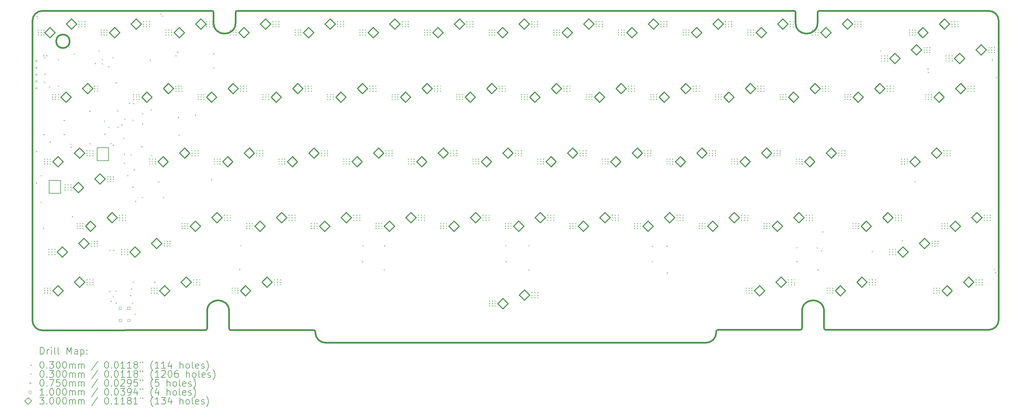
<source format=gbr>
%TF.GenerationSoftware,KiCad,Pcbnew,8.99.0-946-gf00a1ab517*%
%TF.CreationDate,2024-05-15T19:42:48+07:00*%
%TF.ProjectId,toro60_hs,746f726f-3630-45f6-9873-2e6b69636164,rev?*%
%TF.SameCoordinates,Original*%
%TF.FileFunction,Drillmap*%
%TF.FilePolarity,Positive*%
%FSLAX45Y45*%
G04 Gerber Fmt 4.5, Leading zero omitted, Abs format (unit mm)*
G04 Created by KiCad (PCBNEW 8.99.0-946-gf00a1ab517) date 2024-05-15 19:42:48*
%MOMM*%
%LPD*%
G01*
G04 APERTURE LIST*
%ADD10C,0.500000*%
%ADD11C,0.150000*%
%ADD12C,0.200000*%
%ADD13C,0.100000*%
%ADD14C,0.300000*%
G04 APERTURE END LIST*
D10*
X9451558Y-22155957D02*
G75*
G02*
X9401499Y-22105151I-48J50017D01*
G01*
X11891211Y-22153124D02*
X9451558Y-22155957D01*
X32074500Y-13027251D02*
X32074500Y-21846191D01*
X11941652Y-22226000D02*
X11941280Y-22202325D01*
X8891989Y-12726209D02*
X3902475Y-12726209D01*
X9592000Y-12776211D02*
G75*
G02*
X9641179Y-12726207I50020J-9D01*
G01*
X8942000Y-12776646D02*
X8942000Y-13077323D01*
X8891989Y-12726209D02*
G75*
G02*
X8941999Y-12776646I1J-50011D01*
G01*
X9401500Y-22105151D02*
X9401500Y-21598709D01*
X9592000Y-13076211D02*
G75*
G02*
X8942002Y-13077323I-325000J1D01*
G01*
X26036969Y-12726209D02*
G75*
G02*
X26086991Y-12776231I11J-50011D01*
G01*
X26086999Y-12776231D02*
X26086999Y-13076201D01*
X4704500Y-13626500D02*
G75*
G02*
X4304500Y-13626500I-200000J0D01*
G01*
X4304500Y-13626500D02*
G75*
G02*
X4704500Y-13626500I200000J0D01*
G01*
X8701558Y-22156828D02*
X8701558Y-22156828D01*
X8751500Y-21598709D02*
X8751500Y-22106831D01*
X26736999Y-13076201D02*
G75*
G02*
X26086999Y-13076201I-325000J0D01*
G01*
X26977489Y-22146209D02*
G75*
G02*
X26927498Y-22095357I11J50009D01*
G01*
X3604500Y-21862399D02*
X3604500Y-13026211D01*
X23749650Y-22196221D02*
X23750000Y-22226000D01*
X26277499Y-21598701D02*
X26277499Y-22096191D01*
X26036969Y-12726209D02*
X9641179Y-12726209D01*
X8701558Y-22156828D02*
X3904848Y-22162399D01*
X8751500Y-22106831D02*
G75*
G02*
X8701558Y-22156830I-50000J1D01*
G01*
X3904848Y-22162399D02*
G75*
G02*
X3604501Y-21862399I-348J299999D01*
G01*
X9592000Y-13076211D02*
X9592000Y-12776211D01*
X31774499Y-12726209D02*
G75*
G02*
X32074499Y-13027251I1J-300001D01*
G01*
X26736999Y-13076201D02*
X26736999Y-12776211D01*
X32074500Y-21846191D02*
G75*
G02*
X31774489Y-22146200I-300000J-9D01*
G01*
X23749650Y-22196221D02*
G75*
G02*
X23798829Y-22146207I50020J1D01*
G01*
X26786999Y-12726211D02*
X26786999Y-12726209D01*
X12242000Y-22526000D02*
G75*
G02*
X11941650Y-22226000I-350J300000D01*
G01*
X11891211Y-22153124D02*
G75*
G02*
X11941279Y-22202325I59J-50016D01*
G01*
X23750000Y-22226000D02*
G75*
G02*
X23450000Y-22526350I-300000J-350D01*
G01*
X3604500Y-13026211D02*
G75*
G02*
X3902475Y-12726207I300020J-9D01*
G01*
X31774489Y-22146202D02*
X31774489Y-22146209D01*
X8751500Y-21598709D02*
G75*
G02*
X9401500Y-21598709I325000J0D01*
G01*
X26086992Y-12776231D02*
X26086999Y-12776231D01*
X26277499Y-21598701D02*
G75*
G02*
X26927499Y-21598701I325000J0D01*
G01*
X26736999Y-12776211D02*
G75*
G02*
X26786999Y-12726209I50001J1D01*
G01*
X26227000Y-22146209D02*
X23798829Y-22146209D01*
X26277499Y-22096191D02*
G75*
G02*
X26227000Y-22146207I-50019J1D01*
G01*
X26977489Y-22146209D02*
X31774489Y-22146209D01*
X23450000Y-22526348D02*
X12242000Y-22526000D01*
X26927499Y-22095357D02*
X26927499Y-21598701D01*
X26786999Y-12726209D02*
X31774499Y-12726209D01*
D11*
X5513750Y-16766250D02*
X5853750Y-16766250D01*
X5513750Y-17146250D02*
X5513750Y-16766250D01*
X5513750Y-17146250D02*
X5853750Y-17146250D01*
X5853750Y-17146250D02*
X5853750Y-16766250D01*
X4095250Y-17736750D02*
X4095250Y-18116750D01*
X4435250Y-17736750D02*
X4095250Y-17736750D01*
X4435250Y-17736750D02*
X4435250Y-18116750D01*
X4435250Y-18116750D02*
X4095250Y-18116750D01*
D12*
D13*
X3706000Y-17794000D02*
X3736000Y-17824000D01*
X3736000Y-17794000D02*
X3706000Y-17824000D01*
X3710000Y-16867000D02*
X3740000Y-16897000D01*
X3740000Y-16867000D02*
X3710000Y-16897000D01*
X3729000Y-12881000D02*
X3759000Y-12911000D01*
X3759000Y-12881000D02*
X3729000Y-12911000D01*
X3740355Y-12940355D02*
X3770355Y-12970355D01*
X3770355Y-12940355D02*
X3740355Y-12970355D01*
X3847000Y-18362000D02*
X3877000Y-18392000D01*
X3877000Y-18362000D02*
X3847000Y-18392000D01*
X3848000Y-17574000D02*
X3878000Y-17604000D01*
X3878000Y-17574000D02*
X3848000Y-17604000D01*
X3916000Y-19128000D02*
X3946000Y-19158000D01*
X3946000Y-19128000D02*
X3916000Y-19158000D01*
X3917000Y-14037000D02*
X3947000Y-14067000D01*
X3947000Y-14037000D02*
X3917000Y-14067000D01*
X3930000Y-16367500D02*
X3960000Y-16397500D01*
X3960000Y-16367500D02*
X3930000Y-16397500D01*
X3948000Y-14823000D02*
X3978000Y-14853000D01*
X3978000Y-14823000D02*
X3948000Y-14853000D01*
X3957000Y-14095000D02*
X3987000Y-14125000D01*
X3987000Y-14095000D02*
X3957000Y-14125000D01*
X3958000Y-14582000D02*
X3988000Y-14612000D01*
X3988000Y-14582000D02*
X3958000Y-14612000D01*
X4013000Y-14035000D02*
X4043000Y-14065000D01*
X4043000Y-14035000D02*
X4013000Y-14065000D01*
X4094000Y-14956000D02*
X4124000Y-14986000D01*
X4124000Y-14956000D02*
X4094000Y-14986000D01*
X4115000Y-16584000D02*
X4145000Y-16614000D01*
X4145000Y-16584000D02*
X4115000Y-16614000D01*
X4358000Y-14149000D02*
X4388000Y-14179000D01*
X4388000Y-14149000D02*
X4358000Y-14179000D01*
X4361000Y-14938000D02*
X4391000Y-14968000D01*
X4391000Y-14938000D02*
X4361000Y-14968000D01*
X4526000Y-15944000D02*
X4556000Y-15974000D01*
X4556000Y-15944000D02*
X4526000Y-15974000D01*
X4526000Y-16361000D02*
X4556000Y-16391000D01*
X4556000Y-16361000D02*
X4526000Y-16391000D01*
X4719655Y-16653055D02*
X4749655Y-16683055D01*
X4749655Y-16653055D02*
X4719655Y-16683055D01*
X4726445Y-16730555D02*
X4756445Y-16760555D01*
X4756445Y-16730555D02*
X4726445Y-16760555D01*
X4770000Y-18788000D02*
X4800000Y-18818000D01*
X4800000Y-18788000D02*
X4770000Y-18818000D01*
X4820000Y-13986000D02*
X4850000Y-14016000D01*
X4850000Y-13986000D02*
X4820000Y-14016000D01*
X5276000Y-15672000D02*
X5306000Y-15702000D01*
X5306000Y-15672000D02*
X5276000Y-15702000D01*
X5287500Y-16635000D02*
X5317500Y-16665000D01*
X5317500Y-16635000D02*
X5287500Y-16665000D01*
X5442000Y-14261500D02*
X5472000Y-14291500D01*
X5472000Y-14261500D02*
X5442000Y-14291500D01*
X5557000Y-13881000D02*
X5587000Y-13911000D01*
X5587000Y-13881000D02*
X5557000Y-13911000D01*
X5649000Y-14146000D02*
X5679000Y-14176000D01*
X5679000Y-14146000D02*
X5649000Y-14176000D01*
X5649000Y-14270000D02*
X5679000Y-14300000D01*
X5679000Y-14270000D02*
X5649000Y-14300000D01*
X5714000Y-15960000D02*
X5744000Y-15990000D01*
X5744000Y-15960000D02*
X5714000Y-15990000D01*
X5721000Y-16353000D02*
X5751000Y-16383000D01*
X5751000Y-16353000D02*
X5721000Y-16383000D01*
X5837000Y-14360500D02*
X5867000Y-14390500D01*
X5867000Y-14360500D02*
X5837000Y-14390500D01*
X5840000Y-16147500D02*
X5870000Y-16177500D01*
X5870000Y-16147500D02*
X5840000Y-16177500D01*
X5866000Y-20995000D02*
X5896000Y-21025000D01*
X5896000Y-20995000D02*
X5866000Y-21025000D01*
X5869000Y-19785000D02*
X5899000Y-19815000D01*
X5899000Y-19785000D02*
X5869000Y-19815000D01*
X5903000Y-21285000D02*
X5933000Y-21315000D01*
X5933000Y-21285000D02*
X5903000Y-21315000D01*
X5905000Y-16625000D02*
X5935000Y-16655000D01*
X5935000Y-16625000D02*
X5905000Y-16655000D01*
X5963000Y-14086000D02*
X5993000Y-14116000D01*
X5993000Y-14086000D02*
X5963000Y-14116000D01*
X5967000Y-16679000D02*
X5997000Y-16709000D01*
X5997000Y-16679000D02*
X5967000Y-16709000D01*
X5973000Y-21140000D02*
X6003000Y-21170000D01*
X6003000Y-21140000D02*
X5973000Y-21170000D01*
X5980000Y-19780000D02*
X6010000Y-19810000D01*
X6010000Y-19780000D02*
X5980000Y-19810000D01*
X6052000Y-20982000D02*
X6082000Y-21012000D01*
X6082000Y-20982000D02*
X6052000Y-21012000D01*
X6058000Y-14836000D02*
X6088000Y-14866000D01*
X6088000Y-14836000D02*
X6058000Y-14866000D01*
X6058000Y-21337000D02*
X6088000Y-21367000D01*
X6088000Y-21337000D02*
X6058000Y-21367000D01*
X6105000Y-15660000D02*
X6135000Y-15690000D01*
X6135000Y-15660000D02*
X6105000Y-15690000D01*
X6107500Y-16142500D02*
X6137500Y-16172500D01*
X6137500Y-16142500D02*
X6107500Y-16172500D01*
X6227000Y-16071000D02*
X6257000Y-16101000D01*
X6257000Y-16071000D02*
X6227000Y-16101000D01*
X6282500Y-16467500D02*
X6312500Y-16497500D01*
X6312500Y-16467500D02*
X6282500Y-16497500D01*
X6296500Y-17206000D02*
X6326500Y-17236000D01*
X6326500Y-17206000D02*
X6296500Y-17236000D01*
X6299000Y-16946000D02*
X6329000Y-16976000D01*
X6329000Y-16946000D02*
X6299000Y-16976000D01*
X6313000Y-15905000D02*
X6343000Y-15935000D01*
X6343000Y-15905000D02*
X6313000Y-15935000D01*
X6396500Y-17576000D02*
X6426500Y-17606000D01*
X6426500Y-17576000D02*
X6396500Y-17606000D01*
X6446000Y-15435000D02*
X6476000Y-15465000D01*
X6476000Y-15435000D02*
X6446000Y-15465000D01*
X6479000Y-21117000D02*
X6509000Y-21147000D01*
X6509000Y-21117000D02*
X6479000Y-21147000D01*
X6496000Y-16955000D02*
X6526000Y-16985000D01*
X6526000Y-16955000D02*
X6496000Y-16985000D01*
X6505000Y-20922000D02*
X6535000Y-20952000D01*
X6535000Y-20922000D02*
X6505000Y-20952000D01*
X6541500Y-21340000D02*
X6571500Y-21370000D01*
X6571500Y-21340000D02*
X6541500Y-21370000D01*
X6547500Y-17917500D02*
X6577500Y-17947500D01*
X6577500Y-17917500D02*
X6547500Y-17947500D01*
X6558500Y-15942358D02*
X6588500Y-15972358D01*
X6588500Y-15942358D02*
X6558500Y-15972358D01*
X6566000Y-20714000D02*
X6596000Y-20744000D01*
X6596000Y-20714000D02*
X6566000Y-20744000D01*
X6572500Y-15450000D02*
X6602500Y-15480000D01*
X6602500Y-15450000D02*
X6572500Y-15480000D01*
X6590000Y-17400000D02*
X6620000Y-17430000D01*
X6620000Y-17400000D02*
X6590000Y-17430000D01*
X6615000Y-21663000D02*
X6645000Y-21693000D01*
X6645000Y-21663000D02*
X6615000Y-21693000D01*
X6627500Y-18335000D02*
X6657500Y-18365000D01*
X6657500Y-18335000D02*
X6627500Y-18365000D01*
X6808000Y-16722000D02*
X6838000Y-16752000D01*
X6838000Y-16722000D02*
X6808000Y-16752000D01*
X6830000Y-16050000D02*
X6860000Y-16080000D01*
X6860000Y-16050000D02*
X6830000Y-16080000D01*
X6832000Y-18214000D02*
X6862000Y-18244000D01*
X6862000Y-18214000D02*
X6832000Y-18244000D01*
X6837500Y-15745000D02*
X6867500Y-15775000D01*
X6867500Y-15745000D02*
X6837500Y-15775000D01*
X7060000Y-14172500D02*
X7090000Y-14202500D01*
X7090000Y-14172500D02*
X7060000Y-14202500D01*
X7087500Y-15637500D02*
X7117500Y-15667500D01*
X7117500Y-15637500D02*
X7087500Y-15667500D01*
X7097500Y-16982500D02*
X7127500Y-17012500D01*
X7127500Y-16982500D02*
X7097500Y-17012500D01*
X7196000Y-20722000D02*
X7226000Y-20752000D01*
X7226000Y-20722000D02*
X7196000Y-20752000D01*
X7307500Y-17760000D02*
X7337500Y-17790000D01*
X7337500Y-17760000D02*
X7307500Y-17790000D01*
X7369000Y-12808000D02*
X7399000Y-12838000D01*
X7399000Y-12808000D02*
X7369000Y-12838000D01*
X7419000Y-12867000D02*
X7449000Y-12897000D01*
X7449000Y-12867000D02*
X7419000Y-12897000D01*
X7450750Y-18223000D02*
X7480750Y-18253000D01*
X7480750Y-18223000D02*
X7450750Y-18253000D01*
X7818000Y-14035749D02*
X7848000Y-14065749D01*
X7848000Y-14035749D02*
X7818000Y-14065749D01*
X7868000Y-13931000D02*
X7898000Y-13961000D01*
X7898000Y-13931000D02*
X7868000Y-13961000D01*
X7888000Y-15855000D02*
X7918000Y-15885000D01*
X7918000Y-15855000D02*
X7888000Y-15885000D01*
X7912000Y-16379000D02*
X7942000Y-16409000D01*
X7942000Y-16379000D02*
X7912000Y-16409000D01*
X8388000Y-15786000D02*
X8418000Y-15816000D01*
X8418000Y-15786000D02*
X8388000Y-15816000D01*
X8863000Y-17691000D02*
X8893000Y-17721000D01*
X8893000Y-17691000D02*
X8863000Y-17721000D01*
X8932000Y-13977000D02*
X8962000Y-14007000D01*
X8962000Y-13977000D02*
X8932000Y-14007000D01*
X8937000Y-14390000D02*
X8967000Y-14420000D01*
X8967000Y-14390000D02*
X8937000Y-14420000D01*
X9693000Y-20344000D02*
X9723000Y-20374000D01*
X9723000Y-20344000D02*
X9693000Y-20374000D01*
X9726000Y-19646000D02*
X9756000Y-19676000D01*
X9756000Y-19646000D02*
X9726000Y-19676000D01*
X13316000Y-20112000D02*
X13346000Y-20142000D01*
X13346000Y-20112000D02*
X13316000Y-20142000D01*
X13327000Y-19646000D02*
X13357000Y-19676000D01*
X13357000Y-19646000D02*
X13327000Y-19676000D01*
X13954000Y-20358000D02*
X13984000Y-20388000D01*
X13984000Y-20358000D02*
X13954000Y-20388000D01*
X13968000Y-19647000D02*
X13998000Y-19677000D01*
X13998000Y-19647000D02*
X13968000Y-19677000D01*
X17534000Y-19646000D02*
X17564000Y-19676000D01*
X17564000Y-19646000D02*
X17534000Y-19676000D01*
X17543000Y-20114000D02*
X17573000Y-20144000D01*
X17573000Y-20114000D02*
X17543000Y-20144000D01*
X18213000Y-20358000D02*
X18243000Y-20388000D01*
X18243000Y-20358000D02*
X18213000Y-20388000D01*
X18219000Y-19646000D02*
X18249000Y-19676000D01*
X18249000Y-19646000D02*
X18219000Y-19676000D01*
X21850000Y-20110000D02*
X21880000Y-20140000D01*
X21880000Y-20110000D02*
X21850000Y-20140000D01*
X21856000Y-19661000D02*
X21886000Y-19691000D01*
X21886000Y-19661000D02*
X21856000Y-19691000D01*
X22283000Y-19658000D02*
X22313000Y-19688000D01*
X22313000Y-19658000D02*
X22283000Y-19688000D01*
X22298000Y-20449000D02*
X22328000Y-20479000D01*
X22328000Y-20449000D02*
X22298000Y-20479000D01*
X26105000Y-19701000D02*
X26135000Y-19731000D01*
X26135000Y-19701000D02*
X26105000Y-19731000D01*
X26112000Y-20111000D02*
X26142000Y-20141000D01*
X26142000Y-20111000D02*
X26112000Y-20141000D01*
X26714000Y-19709000D02*
X26744000Y-19739000D01*
X26744000Y-19709000D02*
X26714000Y-19739000D01*
X26728000Y-20358000D02*
X26758000Y-20388000D01*
X26758000Y-20358000D02*
X26728000Y-20388000D01*
X26834000Y-19798000D02*
X26864000Y-19828000D01*
X26864000Y-19798000D02*
X26834000Y-19828000D01*
X26871000Y-19235000D02*
X26901000Y-19265000D01*
X26901000Y-19235000D02*
X26871000Y-19265000D01*
X28329000Y-19814000D02*
X28359000Y-19844000D01*
X28359000Y-19814000D02*
X28329000Y-19844000D01*
X28581000Y-13895000D02*
X28611000Y-13925000D01*
X28611000Y-13895000D02*
X28581000Y-13925000D01*
X29218000Y-19498000D02*
X29248000Y-19528000D01*
X29248000Y-19498000D02*
X29218000Y-19528000D01*
X29594810Y-17751000D02*
X29624810Y-17781000D01*
X29624810Y-17751000D02*
X29594810Y-17781000D01*
X29970000Y-14425000D02*
X30000000Y-14455000D01*
X30000000Y-14425000D02*
X29970000Y-14455000D01*
X29978000Y-14525000D02*
X30008000Y-14555000D01*
X30008000Y-14525000D02*
X29978000Y-14555000D01*
X31867000Y-14163000D02*
X31897000Y-14193000D01*
X31897000Y-14163000D02*
X31867000Y-14193000D01*
X31929000Y-20345000D02*
X31959000Y-20375000D01*
X31959000Y-20345000D02*
X31929000Y-20375000D01*
X31965000Y-20441000D02*
X31995000Y-20471000D01*
X31995000Y-20441000D02*
X31965000Y-20471000D01*
X31989500Y-14679000D02*
X32019500Y-14709000D01*
X32019500Y-14679000D02*
X31989500Y-14709000D01*
X3794000Y-13297500D02*
G75*
G02*
X3764000Y-13297500I-15000J0D01*
G01*
X3764000Y-13297500D02*
G75*
G02*
X3794000Y-13297500I15000J0D01*
G01*
X3794000Y-13367500D02*
G75*
G02*
X3764000Y-13367500I-15000J0D01*
G01*
X3764000Y-13367500D02*
G75*
G02*
X3794000Y-13367500I15000J0D01*
G01*
X3794000Y-13437500D02*
G75*
G02*
X3764000Y-13437500I-15000J0D01*
G01*
X3764000Y-13437500D02*
G75*
G02*
X3794000Y-13437500I15000J0D01*
G01*
X3879000Y-13297500D02*
G75*
G02*
X3849000Y-13297500I-15000J0D01*
G01*
X3849000Y-13297500D02*
G75*
G02*
X3879000Y-13297500I15000J0D01*
G01*
X3879000Y-13367500D02*
G75*
G02*
X3849000Y-13367500I-15000J0D01*
G01*
X3849000Y-13367500D02*
G75*
G02*
X3879000Y-13367500I15000J0D01*
G01*
X3879000Y-13437500D02*
G75*
G02*
X3849000Y-13437500I-15000J0D01*
G01*
X3849000Y-13437500D02*
G75*
G02*
X3879000Y-13437500I15000J0D01*
G01*
X3959000Y-13297500D02*
G75*
G02*
X3929000Y-13297500I-15000J0D01*
G01*
X3929000Y-13297500D02*
G75*
G02*
X3959000Y-13297500I15000J0D01*
G01*
X3959000Y-13367500D02*
G75*
G02*
X3929000Y-13367500I-15000J0D01*
G01*
X3929000Y-13367500D02*
G75*
G02*
X3959000Y-13367500I15000J0D01*
G01*
X3959000Y-13437500D02*
G75*
G02*
X3929000Y-13437500I-15000J0D01*
G01*
X3929000Y-13437500D02*
G75*
G02*
X3959000Y-13437500I15000J0D01*
G01*
X3982100Y-17107500D02*
G75*
G02*
X3952100Y-17107500I-15000J0D01*
G01*
X3952100Y-17107500D02*
G75*
G02*
X3982100Y-17107500I15000J0D01*
G01*
X3982100Y-17177500D02*
G75*
G02*
X3952100Y-17177500I-15000J0D01*
G01*
X3952100Y-17177500D02*
G75*
G02*
X3982100Y-17177500I15000J0D01*
G01*
X3982100Y-17247500D02*
G75*
G02*
X3952100Y-17247500I-15000J0D01*
G01*
X3952100Y-17247500D02*
G75*
G02*
X3982100Y-17247500I15000J0D01*
G01*
X3982100Y-20917500D02*
G75*
G02*
X3952100Y-20917500I-15000J0D01*
G01*
X3952100Y-20917500D02*
G75*
G02*
X3982100Y-20917500I15000J0D01*
G01*
X3982100Y-20987500D02*
G75*
G02*
X3952100Y-20987500I-15000J0D01*
G01*
X3952100Y-20987500D02*
G75*
G02*
X3982100Y-20987500I15000J0D01*
G01*
X3982100Y-21057500D02*
G75*
G02*
X3952100Y-21057500I-15000J0D01*
G01*
X3952100Y-21057500D02*
G75*
G02*
X3982100Y-21057500I15000J0D01*
G01*
X4067100Y-17107500D02*
G75*
G02*
X4037100Y-17107500I-15000J0D01*
G01*
X4037100Y-17107500D02*
G75*
G02*
X4067100Y-17107500I15000J0D01*
G01*
X4067100Y-17177500D02*
G75*
G02*
X4037100Y-17177500I-15000J0D01*
G01*
X4037100Y-17177500D02*
G75*
G02*
X4067100Y-17177500I15000J0D01*
G01*
X4067100Y-17247500D02*
G75*
G02*
X4037100Y-17247500I-15000J0D01*
G01*
X4037100Y-17247500D02*
G75*
G02*
X4067100Y-17247500I15000J0D01*
G01*
X4067100Y-20917500D02*
G75*
G02*
X4037100Y-20917500I-15000J0D01*
G01*
X4037100Y-20917500D02*
G75*
G02*
X4067100Y-20917500I15000J0D01*
G01*
X4067100Y-20987500D02*
G75*
G02*
X4037100Y-20987500I-15000J0D01*
G01*
X4037100Y-20987500D02*
G75*
G02*
X4067100Y-20987500I15000J0D01*
G01*
X4067100Y-21057500D02*
G75*
G02*
X4037100Y-21057500I-15000J0D01*
G01*
X4037100Y-21057500D02*
G75*
G02*
X4067100Y-21057500I15000J0D01*
G01*
X4107100Y-19772500D02*
G75*
G02*
X4077100Y-19772500I-15000J0D01*
G01*
X4077100Y-19772500D02*
G75*
G02*
X4107100Y-19772500I15000J0D01*
G01*
X4107100Y-19846000D02*
G75*
G02*
X4077100Y-19846000I-15000J0D01*
G01*
X4077100Y-19846000D02*
G75*
G02*
X4107100Y-19846000I15000J0D01*
G01*
X4107100Y-19922500D02*
G75*
G02*
X4077100Y-19922500I-15000J0D01*
G01*
X4077100Y-19922500D02*
G75*
G02*
X4107100Y-19922500I15000J0D01*
G01*
X4147100Y-17107500D02*
G75*
G02*
X4117100Y-17107500I-15000J0D01*
G01*
X4117100Y-17107500D02*
G75*
G02*
X4147100Y-17107500I15000J0D01*
G01*
X4147100Y-17177500D02*
G75*
G02*
X4117100Y-17177500I-15000J0D01*
G01*
X4117100Y-17177500D02*
G75*
G02*
X4147100Y-17177500I15000J0D01*
G01*
X4147100Y-17247500D02*
G75*
G02*
X4117100Y-17247500I-15000J0D01*
G01*
X4117100Y-17247500D02*
G75*
G02*
X4147100Y-17247500I15000J0D01*
G01*
X4147100Y-20917500D02*
G75*
G02*
X4117100Y-20917500I-15000J0D01*
G01*
X4117100Y-20917500D02*
G75*
G02*
X4147100Y-20917500I15000J0D01*
G01*
X4147100Y-20987500D02*
G75*
G02*
X4117100Y-20987500I-15000J0D01*
G01*
X4117100Y-20987500D02*
G75*
G02*
X4147100Y-20987500I15000J0D01*
G01*
X4147100Y-21057500D02*
G75*
G02*
X4117100Y-21057500I-15000J0D01*
G01*
X4117100Y-21057500D02*
G75*
G02*
X4147100Y-21057500I15000J0D01*
G01*
X4197100Y-19772500D02*
G75*
G02*
X4167100Y-19772500I-15000J0D01*
G01*
X4167100Y-19772500D02*
G75*
G02*
X4197100Y-19772500I15000J0D01*
G01*
X4197100Y-19846000D02*
G75*
G02*
X4167100Y-19846000I-15000J0D01*
G01*
X4167100Y-19846000D02*
G75*
G02*
X4197100Y-19846000I15000J0D01*
G01*
X4197100Y-19922500D02*
G75*
G02*
X4167100Y-19922500I-15000J0D01*
G01*
X4167100Y-19922500D02*
G75*
G02*
X4197100Y-19922500I15000J0D01*
G01*
X4220300Y-15202500D02*
G75*
G02*
X4190300Y-15202500I-15000J0D01*
G01*
X4190300Y-15202500D02*
G75*
G02*
X4220300Y-15202500I15000J0D01*
G01*
X4220300Y-15272500D02*
G75*
G02*
X4190300Y-15272500I-15000J0D01*
G01*
X4190300Y-15272500D02*
G75*
G02*
X4220300Y-15272500I15000J0D01*
G01*
X4220300Y-15342500D02*
G75*
G02*
X4190300Y-15342500I-15000J0D01*
G01*
X4190300Y-15342500D02*
G75*
G02*
X4220300Y-15342500I15000J0D01*
G01*
X4284600Y-19772500D02*
G75*
G02*
X4254600Y-19772500I-15000J0D01*
G01*
X4254600Y-19772500D02*
G75*
G02*
X4284600Y-19772500I15000J0D01*
G01*
X4284600Y-19846000D02*
G75*
G02*
X4254600Y-19846000I-15000J0D01*
G01*
X4254600Y-19846000D02*
G75*
G02*
X4284600Y-19846000I15000J0D01*
G01*
X4287100Y-19922500D02*
G75*
G02*
X4257100Y-19922500I-15000J0D01*
G01*
X4257100Y-19922500D02*
G75*
G02*
X4287100Y-19922500I15000J0D01*
G01*
X4305300Y-15202500D02*
G75*
G02*
X4275300Y-15202500I-15000J0D01*
G01*
X4275300Y-15202500D02*
G75*
G02*
X4305300Y-15202500I15000J0D01*
G01*
X4305300Y-15272500D02*
G75*
G02*
X4275300Y-15272500I-15000J0D01*
G01*
X4275300Y-15272500D02*
G75*
G02*
X4305300Y-15272500I15000J0D01*
G01*
X4305300Y-15342500D02*
G75*
G02*
X4275300Y-15342500I-15000J0D01*
G01*
X4275300Y-15342500D02*
G75*
G02*
X4305300Y-15342500I15000J0D01*
G01*
X4385300Y-15202500D02*
G75*
G02*
X4355300Y-15202500I-15000J0D01*
G01*
X4355300Y-15202500D02*
G75*
G02*
X4385300Y-15202500I15000J0D01*
G01*
X4385300Y-15272500D02*
G75*
G02*
X4355300Y-15272500I-15000J0D01*
G01*
X4355300Y-15272500D02*
G75*
G02*
X4385300Y-15272500I15000J0D01*
G01*
X4385300Y-15342500D02*
G75*
G02*
X4355300Y-15342500I-15000J0D01*
G01*
X4355300Y-15342500D02*
G75*
G02*
X4385300Y-15342500I15000J0D01*
G01*
X4583400Y-17867500D02*
G75*
G02*
X4553400Y-17867500I-15000J0D01*
G01*
X4553400Y-17867500D02*
G75*
G02*
X4583400Y-17867500I15000J0D01*
G01*
X4583400Y-17941000D02*
G75*
G02*
X4553400Y-17941000I-15000J0D01*
G01*
X4553400Y-17941000D02*
G75*
G02*
X4583400Y-17941000I15000J0D01*
G01*
X4583400Y-18017500D02*
G75*
G02*
X4553400Y-18017500I-15000J0D01*
G01*
X4553400Y-18017500D02*
G75*
G02*
X4583400Y-18017500I15000J0D01*
G01*
X4673400Y-17867500D02*
G75*
G02*
X4643400Y-17867500I-15000J0D01*
G01*
X4643400Y-17867500D02*
G75*
G02*
X4673400Y-17867500I15000J0D01*
G01*
X4673400Y-17941000D02*
G75*
G02*
X4643400Y-17941000I-15000J0D01*
G01*
X4643400Y-17941000D02*
G75*
G02*
X4673400Y-17941000I15000J0D01*
G01*
X4673400Y-18017500D02*
G75*
G02*
X4643400Y-18017500I-15000J0D01*
G01*
X4643400Y-18017500D02*
G75*
G02*
X4673400Y-18017500I15000J0D01*
G01*
X4760900Y-17867500D02*
G75*
G02*
X4730900Y-17867500I-15000J0D01*
G01*
X4730900Y-17867500D02*
G75*
G02*
X4760900Y-17867500I15000J0D01*
G01*
X4760900Y-17941000D02*
G75*
G02*
X4730900Y-17941000I-15000J0D01*
G01*
X4730900Y-17941000D02*
G75*
G02*
X4760900Y-17941000I15000J0D01*
G01*
X4763400Y-18017500D02*
G75*
G02*
X4733400Y-18017500I-15000J0D01*
G01*
X4733400Y-18017500D02*
G75*
G02*
X4763400Y-18017500I15000J0D01*
G01*
X4942060Y-19012500D02*
G75*
G02*
X4912060Y-19012500I-15000J0D01*
G01*
X4912060Y-19012500D02*
G75*
G02*
X4942060Y-19012500I15000J0D01*
G01*
X4942060Y-19082500D02*
G75*
G02*
X4912060Y-19082500I-15000J0D01*
G01*
X4912060Y-19082500D02*
G75*
G02*
X4942060Y-19082500I15000J0D01*
G01*
X4942060Y-19152500D02*
G75*
G02*
X4912060Y-19152500I-15000J0D01*
G01*
X4912060Y-19152500D02*
G75*
G02*
X4942060Y-19152500I15000J0D01*
G01*
X4989000Y-13047500D02*
G75*
G02*
X4959000Y-13047500I-15000J0D01*
G01*
X4959000Y-13047500D02*
G75*
G02*
X4989000Y-13047500I15000J0D01*
G01*
X4991500Y-13124000D02*
G75*
G02*
X4961500Y-13124000I-15000J0D01*
G01*
X4961500Y-13124000D02*
G75*
G02*
X4991500Y-13124000I15000J0D01*
G01*
X4991500Y-13197500D02*
G75*
G02*
X4961500Y-13197500I-15000J0D01*
G01*
X4961500Y-13197500D02*
G75*
G02*
X4991500Y-13197500I15000J0D01*
G01*
X5027060Y-19012500D02*
G75*
G02*
X4997060Y-19012500I-15000J0D01*
G01*
X4997060Y-19012500D02*
G75*
G02*
X5027060Y-19012500I15000J0D01*
G01*
X5027060Y-19082500D02*
G75*
G02*
X4997060Y-19082500I-15000J0D01*
G01*
X4997060Y-19082500D02*
G75*
G02*
X5027060Y-19082500I15000J0D01*
G01*
X5027060Y-19152500D02*
G75*
G02*
X4997060Y-19152500I-15000J0D01*
G01*
X4997060Y-19152500D02*
G75*
G02*
X5027060Y-19152500I15000J0D01*
G01*
X5079000Y-13047500D02*
G75*
G02*
X5049000Y-13047500I-15000J0D01*
G01*
X5049000Y-13047500D02*
G75*
G02*
X5079000Y-13047500I15000J0D01*
G01*
X5079000Y-13124000D02*
G75*
G02*
X5049000Y-13124000I-15000J0D01*
G01*
X5049000Y-13124000D02*
G75*
G02*
X5079000Y-13124000I15000J0D01*
G01*
X5079000Y-13197500D02*
G75*
G02*
X5049000Y-13197500I-15000J0D01*
G01*
X5049000Y-13197500D02*
G75*
G02*
X5079000Y-13197500I15000J0D01*
G01*
X5107060Y-19012500D02*
G75*
G02*
X5077060Y-19012500I-15000J0D01*
G01*
X5077060Y-19012500D02*
G75*
G02*
X5107060Y-19012500I15000J0D01*
G01*
X5107060Y-19082500D02*
G75*
G02*
X5077060Y-19082500I-15000J0D01*
G01*
X5077060Y-19082500D02*
G75*
G02*
X5107060Y-19082500I15000J0D01*
G01*
X5107060Y-19152500D02*
G75*
G02*
X5077060Y-19152500I-15000J0D01*
G01*
X5077060Y-19152500D02*
G75*
G02*
X5107060Y-19152500I15000J0D01*
G01*
X5169000Y-13047500D02*
G75*
G02*
X5139000Y-13047500I-15000J0D01*
G01*
X5139000Y-13047500D02*
G75*
G02*
X5169000Y-13047500I15000J0D01*
G01*
X5169000Y-13124000D02*
G75*
G02*
X5139000Y-13124000I-15000J0D01*
G01*
X5139000Y-13124000D02*
G75*
G02*
X5169000Y-13124000I15000J0D01*
G01*
X5169000Y-13197500D02*
G75*
G02*
X5139000Y-13197500I-15000J0D01*
G01*
X5139000Y-13197500D02*
G75*
G02*
X5169000Y-13197500I15000J0D01*
G01*
X5227100Y-16857500D02*
G75*
G02*
X5197100Y-16857500I-15000J0D01*
G01*
X5197100Y-16857500D02*
G75*
G02*
X5227100Y-16857500I15000J0D01*
G01*
X5227100Y-20667500D02*
G75*
G02*
X5197100Y-20667500I-15000J0D01*
G01*
X5197100Y-20667500D02*
G75*
G02*
X5227100Y-20667500I15000J0D01*
G01*
X5229600Y-16934000D02*
G75*
G02*
X5199600Y-16934000I-15000J0D01*
G01*
X5199600Y-16934000D02*
G75*
G02*
X5229600Y-16934000I15000J0D01*
G01*
X5229600Y-17007500D02*
G75*
G02*
X5199600Y-17007500I-15000J0D01*
G01*
X5199600Y-17007500D02*
G75*
G02*
X5229600Y-17007500I15000J0D01*
G01*
X5229600Y-20744000D02*
G75*
G02*
X5199600Y-20744000I-15000J0D01*
G01*
X5199600Y-20744000D02*
G75*
G02*
X5229600Y-20744000I15000J0D01*
G01*
X5229600Y-20817500D02*
G75*
G02*
X5199600Y-20817500I-15000J0D01*
G01*
X5199600Y-20817500D02*
G75*
G02*
X5229600Y-20817500I15000J0D01*
G01*
X5315300Y-14952500D02*
G75*
G02*
X5285300Y-14952500I-15000J0D01*
G01*
X5285300Y-14952500D02*
G75*
G02*
X5315300Y-14952500I15000J0D01*
G01*
X5317100Y-16857500D02*
G75*
G02*
X5287100Y-16857500I-15000J0D01*
G01*
X5287100Y-16857500D02*
G75*
G02*
X5317100Y-16857500I15000J0D01*
G01*
X5317100Y-16934000D02*
G75*
G02*
X5287100Y-16934000I-15000J0D01*
G01*
X5287100Y-16934000D02*
G75*
G02*
X5317100Y-16934000I15000J0D01*
G01*
X5317100Y-17007500D02*
G75*
G02*
X5287100Y-17007500I-15000J0D01*
G01*
X5287100Y-17007500D02*
G75*
G02*
X5317100Y-17007500I15000J0D01*
G01*
X5317100Y-20667500D02*
G75*
G02*
X5287100Y-20667500I-15000J0D01*
G01*
X5287100Y-20667500D02*
G75*
G02*
X5317100Y-20667500I15000J0D01*
G01*
X5317100Y-20744000D02*
G75*
G02*
X5287100Y-20744000I-15000J0D01*
G01*
X5287100Y-20744000D02*
G75*
G02*
X5317100Y-20744000I15000J0D01*
G01*
X5317100Y-20817500D02*
G75*
G02*
X5287100Y-20817500I-15000J0D01*
G01*
X5287100Y-20817500D02*
G75*
G02*
X5317100Y-20817500I15000J0D01*
G01*
X5317800Y-15029000D02*
G75*
G02*
X5287800Y-15029000I-15000J0D01*
G01*
X5287800Y-15029000D02*
G75*
G02*
X5317800Y-15029000I15000J0D01*
G01*
X5317800Y-15102500D02*
G75*
G02*
X5287800Y-15102500I-15000J0D01*
G01*
X5287800Y-15102500D02*
G75*
G02*
X5317800Y-15102500I15000J0D01*
G01*
X5367100Y-19532500D02*
G75*
G02*
X5337100Y-19532500I-15000J0D01*
G01*
X5337100Y-19532500D02*
G75*
G02*
X5367100Y-19532500I15000J0D01*
G01*
X5367100Y-19602500D02*
G75*
G02*
X5337100Y-19602500I-15000J0D01*
G01*
X5337100Y-19602500D02*
G75*
G02*
X5367100Y-19602500I15000J0D01*
G01*
X5367100Y-19672500D02*
G75*
G02*
X5337100Y-19672500I-15000J0D01*
G01*
X5337100Y-19672500D02*
G75*
G02*
X5367100Y-19672500I15000J0D01*
G01*
X5407100Y-16857500D02*
G75*
G02*
X5377100Y-16857500I-15000J0D01*
G01*
X5377100Y-16857500D02*
G75*
G02*
X5407100Y-16857500I15000J0D01*
G01*
X5407100Y-16934000D02*
G75*
G02*
X5377100Y-16934000I-15000J0D01*
G01*
X5377100Y-16934000D02*
G75*
G02*
X5407100Y-16934000I15000J0D01*
G01*
X5407100Y-17007500D02*
G75*
G02*
X5377100Y-17007500I-15000J0D01*
G01*
X5377100Y-17007500D02*
G75*
G02*
X5407100Y-17007500I15000J0D01*
G01*
X5407100Y-20667500D02*
G75*
G02*
X5377100Y-20667500I-15000J0D01*
G01*
X5377100Y-20667500D02*
G75*
G02*
X5407100Y-20667500I15000J0D01*
G01*
X5407100Y-20744000D02*
G75*
G02*
X5377100Y-20744000I-15000J0D01*
G01*
X5377100Y-20744000D02*
G75*
G02*
X5407100Y-20744000I15000J0D01*
G01*
X5407100Y-20817500D02*
G75*
G02*
X5377100Y-20817500I-15000J0D01*
G01*
X5377100Y-20817500D02*
G75*
G02*
X5407100Y-20817500I15000J0D01*
G01*
X5447100Y-19532500D02*
G75*
G02*
X5417100Y-19532500I-15000J0D01*
G01*
X5417100Y-19532500D02*
G75*
G02*
X5447100Y-19532500I15000J0D01*
G01*
X5447100Y-19602500D02*
G75*
G02*
X5417100Y-19602500I-15000J0D01*
G01*
X5417100Y-19602500D02*
G75*
G02*
X5447100Y-19602500I15000J0D01*
G01*
X5447100Y-19672500D02*
G75*
G02*
X5417100Y-19672500I-15000J0D01*
G01*
X5417100Y-19672500D02*
G75*
G02*
X5447100Y-19672500I15000J0D01*
G01*
X5455300Y-14952500D02*
G75*
G02*
X5425300Y-14952500I-15000J0D01*
G01*
X5425300Y-14952500D02*
G75*
G02*
X5455300Y-14952500I15000J0D01*
G01*
X5455300Y-15029000D02*
G75*
G02*
X5425300Y-15029000I-15000J0D01*
G01*
X5425300Y-15029000D02*
G75*
G02*
X5455300Y-15029000I15000J0D01*
G01*
X5455300Y-15102500D02*
G75*
G02*
X5425300Y-15102500I-15000J0D01*
G01*
X5425300Y-15102500D02*
G75*
G02*
X5455300Y-15102500I15000J0D01*
G01*
X5532100Y-19532500D02*
G75*
G02*
X5502100Y-19532500I-15000J0D01*
G01*
X5502100Y-19532500D02*
G75*
G02*
X5532100Y-19532500I15000J0D01*
G01*
X5532100Y-19602500D02*
G75*
G02*
X5502100Y-19602500I-15000J0D01*
G01*
X5502100Y-19602500D02*
G75*
G02*
X5532100Y-19602500I15000J0D01*
G01*
X5532100Y-19672500D02*
G75*
G02*
X5502100Y-19672500I-15000J0D01*
G01*
X5502100Y-19672500D02*
G75*
G02*
X5532100Y-19672500I15000J0D01*
G01*
X5545300Y-14952500D02*
G75*
G02*
X5515300Y-14952500I-15000J0D01*
G01*
X5515300Y-14952500D02*
G75*
G02*
X5545300Y-14952500I15000J0D01*
G01*
X5545300Y-15029000D02*
G75*
G02*
X5515300Y-15029000I-15000J0D01*
G01*
X5515300Y-15029000D02*
G75*
G02*
X5545300Y-15029000I15000J0D01*
G01*
X5545300Y-15102500D02*
G75*
G02*
X5515300Y-15102500I-15000J0D01*
G01*
X5515300Y-15102500D02*
G75*
G02*
X5545300Y-15102500I15000J0D01*
G01*
X5649000Y-13297500D02*
G75*
G02*
X5619000Y-13297500I-15000J0D01*
G01*
X5619000Y-13297500D02*
G75*
G02*
X5649000Y-13297500I15000J0D01*
G01*
X5649000Y-13367500D02*
G75*
G02*
X5619000Y-13367500I-15000J0D01*
G01*
X5619000Y-13367500D02*
G75*
G02*
X5649000Y-13367500I15000J0D01*
G01*
X5649000Y-13437500D02*
G75*
G02*
X5619000Y-13437500I-15000J0D01*
G01*
X5619000Y-13437500D02*
G75*
G02*
X5649000Y-13437500I15000J0D01*
G01*
X5734000Y-13297500D02*
G75*
G02*
X5704000Y-13297500I-15000J0D01*
G01*
X5704000Y-13297500D02*
G75*
G02*
X5734000Y-13297500I15000J0D01*
G01*
X5734000Y-13367500D02*
G75*
G02*
X5704000Y-13367500I-15000J0D01*
G01*
X5704000Y-13367500D02*
G75*
G02*
X5734000Y-13367500I15000J0D01*
G01*
X5734000Y-13437500D02*
G75*
G02*
X5704000Y-13437500I-15000J0D01*
G01*
X5704000Y-13437500D02*
G75*
G02*
X5734000Y-13437500I15000J0D01*
G01*
X5814000Y-13297500D02*
G75*
G02*
X5784000Y-13297500I-15000J0D01*
G01*
X5784000Y-13297500D02*
G75*
G02*
X5814000Y-13297500I15000J0D01*
G01*
X5814000Y-13367500D02*
G75*
G02*
X5784000Y-13367500I-15000J0D01*
G01*
X5784000Y-13367500D02*
G75*
G02*
X5814000Y-13367500I15000J0D01*
G01*
X5814000Y-13437500D02*
G75*
G02*
X5784000Y-13437500I-15000J0D01*
G01*
X5784000Y-13437500D02*
G75*
G02*
X5814000Y-13437500I15000J0D01*
G01*
X5843400Y-17627500D02*
G75*
G02*
X5813400Y-17627500I-15000J0D01*
G01*
X5813400Y-17627500D02*
G75*
G02*
X5843400Y-17627500I15000J0D01*
G01*
X5843400Y-17697500D02*
G75*
G02*
X5813400Y-17697500I-15000J0D01*
G01*
X5813400Y-17697500D02*
G75*
G02*
X5843400Y-17697500I15000J0D01*
G01*
X5843400Y-17767500D02*
G75*
G02*
X5813400Y-17767500I-15000J0D01*
G01*
X5813400Y-17767500D02*
G75*
G02*
X5843400Y-17767500I15000J0D01*
G01*
X5923400Y-17627500D02*
G75*
G02*
X5893400Y-17627500I-15000J0D01*
G01*
X5893400Y-17627500D02*
G75*
G02*
X5923400Y-17627500I15000J0D01*
G01*
X5923400Y-17697500D02*
G75*
G02*
X5893400Y-17697500I-15000J0D01*
G01*
X5893400Y-17697500D02*
G75*
G02*
X5923400Y-17697500I15000J0D01*
G01*
X5923400Y-17767500D02*
G75*
G02*
X5893400Y-17767500I-15000J0D01*
G01*
X5893400Y-17767500D02*
G75*
G02*
X5923400Y-17767500I15000J0D01*
G01*
X6008400Y-17627500D02*
G75*
G02*
X5978400Y-17627500I-15000J0D01*
G01*
X5978400Y-17627500D02*
G75*
G02*
X6008400Y-17627500I15000J0D01*
G01*
X6008400Y-17697500D02*
G75*
G02*
X5978400Y-17697500I-15000J0D01*
G01*
X5978400Y-17697500D02*
G75*
G02*
X6008400Y-17697500I15000J0D01*
G01*
X6008400Y-17767500D02*
G75*
G02*
X5978400Y-17767500I-15000J0D01*
G01*
X5978400Y-17767500D02*
G75*
G02*
X6008400Y-17767500I15000J0D01*
G01*
X6187060Y-18762500D02*
G75*
G02*
X6157060Y-18762500I-15000J0D01*
G01*
X6157060Y-18762500D02*
G75*
G02*
X6187060Y-18762500I15000J0D01*
G01*
X6189560Y-18839000D02*
G75*
G02*
X6159560Y-18839000I-15000J0D01*
G01*
X6159560Y-18839000D02*
G75*
G02*
X6189560Y-18839000I15000J0D01*
G01*
X6189560Y-18912500D02*
G75*
G02*
X6159560Y-18912500I-15000J0D01*
G01*
X6159560Y-18912500D02*
G75*
G02*
X6189560Y-18912500I15000J0D01*
G01*
X6250250Y-19772500D02*
G75*
G02*
X6220250Y-19772500I-15000J0D01*
G01*
X6220250Y-19772500D02*
G75*
G02*
X6250250Y-19772500I15000J0D01*
G01*
X6250250Y-19846000D02*
G75*
G02*
X6220250Y-19846000I-15000J0D01*
G01*
X6220250Y-19846000D02*
G75*
G02*
X6250250Y-19846000I15000J0D01*
G01*
X6250250Y-19922500D02*
G75*
G02*
X6220250Y-19922500I-15000J0D01*
G01*
X6220250Y-19922500D02*
G75*
G02*
X6250250Y-19922500I15000J0D01*
G01*
X6277060Y-18762500D02*
G75*
G02*
X6247060Y-18762500I-15000J0D01*
G01*
X6247060Y-18762500D02*
G75*
G02*
X6277060Y-18762500I15000J0D01*
G01*
X6277060Y-18839000D02*
G75*
G02*
X6247060Y-18839000I-15000J0D01*
G01*
X6247060Y-18839000D02*
G75*
G02*
X6277060Y-18839000I15000J0D01*
G01*
X6277060Y-18912500D02*
G75*
G02*
X6247060Y-18912500I-15000J0D01*
G01*
X6247060Y-18912500D02*
G75*
G02*
X6277060Y-18912500I15000J0D01*
G01*
X6340250Y-19772500D02*
G75*
G02*
X6310250Y-19772500I-15000J0D01*
G01*
X6310250Y-19772500D02*
G75*
G02*
X6340250Y-19772500I15000J0D01*
G01*
X6340250Y-19846000D02*
G75*
G02*
X6310250Y-19846000I-15000J0D01*
G01*
X6310250Y-19846000D02*
G75*
G02*
X6340250Y-19846000I15000J0D01*
G01*
X6340250Y-19922500D02*
G75*
G02*
X6310250Y-19922500I-15000J0D01*
G01*
X6310250Y-19922500D02*
G75*
G02*
X6340250Y-19922500I15000J0D01*
G01*
X6367060Y-18762500D02*
G75*
G02*
X6337060Y-18762500I-15000J0D01*
G01*
X6337060Y-18762500D02*
G75*
G02*
X6367060Y-18762500I15000J0D01*
G01*
X6367060Y-18839000D02*
G75*
G02*
X6337060Y-18839000I-15000J0D01*
G01*
X6337060Y-18839000D02*
G75*
G02*
X6367060Y-18839000I15000J0D01*
G01*
X6367060Y-18912500D02*
G75*
G02*
X6337060Y-18912500I-15000J0D01*
G01*
X6337060Y-18912500D02*
G75*
G02*
X6367060Y-18912500I15000J0D01*
G01*
X6427750Y-19772500D02*
G75*
G02*
X6397750Y-19772500I-15000J0D01*
G01*
X6397750Y-19772500D02*
G75*
G02*
X6427750Y-19772500I15000J0D01*
G01*
X6427750Y-19846000D02*
G75*
G02*
X6397750Y-19846000I-15000J0D01*
G01*
X6397750Y-19846000D02*
G75*
G02*
X6427750Y-19846000I15000J0D01*
G01*
X6430250Y-19922500D02*
G75*
G02*
X6400250Y-19922500I-15000J0D01*
G01*
X6400250Y-19922500D02*
G75*
G02*
X6430250Y-19922500I15000J0D01*
G01*
X6601500Y-15202500D02*
G75*
G02*
X6571500Y-15202500I-15000J0D01*
G01*
X6571500Y-15202500D02*
G75*
G02*
X6601500Y-15202500I15000J0D01*
G01*
X6601500Y-15272500D02*
G75*
G02*
X6571500Y-15272500I-15000J0D01*
G01*
X6571500Y-15272500D02*
G75*
G02*
X6601500Y-15272500I15000J0D01*
G01*
X6601500Y-15342500D02*
G75*
G02*
X6571500Y-15342500I-15000J0D01*
G01*
X6571500Y-15342500D02*
G75*
G02*
X6601500Y-15342500I15000J0D01*
G01*
X6686500Y-15202500D02*
G75*
G02*
X6656500Y-15202500I-15000J0D01*
G01*
X6656500Y-15202500D02*
G75*
G02*
X6686500Y-15202500I15000J0D01*
G01*
X6686500Y-15272500D02*
G75*
G02*
X6656500Y-15272500I-15000J0D01*
G01*
X6656500Y-15272500D02*
G75*
G02*
X6686500Y-15272500I15000J0D01*
G01*
X6686500Y-15342500D02*
G75*
G02*
X6656500Y-15342500I-15000J0D01*
G01*
X6656500Y-15342500D02*
G75*
G02*
X6686500Y-15342500I15000J0D01*
G01*
X6766500Y-15202500D02*
G75*
G02*
X6736500Y-15202500I-15000J0D01*
G01*
X6736500Y-15202500D02*
G75*
G02*
X6766500Y-15202500I15000J0D01*
G01*
X6766500Y-15272500D02*
G75*
G02*
X6736500Y-15272500I-15000J0D01*
G01*
X6736500Y-15272500D02*
G75*
G02*
X6766500Y-15272500I15000J0D01*
G01*
X6766500Y-15342500D02*
G75*
G02*
X6736500Y-15342500I-15000J0D01*
G01*
X6736500Y-15342500D02*
G75*
G02*
X6766500Y-15342500I15000J0D01*
G01*
X6894000Y-13047500D02*
G75*
G02*
X6864000Y-13047500I-15000J0D01*
G01*
X6864000Y-13047500D02*
G75*
G02*
X6894000Y-13047500I15000J0D01*
G01*
X6896500Y-13124000D02*
G75*
G02*
X6866500Y-13124000I-15000J0D01*
G01*
X6866500Y-13124000D02*
G75*
G02*
X6896500Y-13124000I15000J0D01*
G01*
X6896500Y-13197500D02*
G75*
G02*
X6866500Y-13197500I-15000J0D01*
G01*
X6866500Y-13197500D02*
G75*
G02*
X6896500Y-13197500I15000J0D01*
G01*
X6984000Y-13047500D02*
G75*
G02*
X6954000Y-13047500I-15000J0D01*
G01*
X6954000Y-13047500D02*
G75*
G02*
X6984000Y-13047500I15000J0D01*
G01*
X6984000Y-13124000D02*
G75*
G02*
X6954000Y-13124000I-15000J0D01*
G01*
X6954000Y-13124000D02*
G75*
G02*
X6984000Y-13124000I15000J0D01*
G01*
X6984000Y-13197500D02*
G75*
G02*
X6954000Y-13197500I-15000J0D01*
G01*
X6954000Y-13197500D02*
G75*
G02*
X6984000Y-13197500I15000J0D01*
G01*
X7074000Y-13047500D02*
G75*
G02*
X7044000Y-13047500I-15000J0D01*
G01*
X7044000Y-13047500D02*
G75*
G02*
X7074000Y-13047500I15000J0D01*
G01*
X7074000Y-13124000D02*
G75*
G02*
X7044000Y-13124000I-15000J0D01*
G01*
X7044000Y-13124000D02*
G75*
G02*
X7074000Y-13124000I15000J0D01*
G01*
X7074000Y-13197500D02*
G75*
G02*
X7044000Y-13197500I-15000J0D01*
G01*
X7044000Y-13197500D02*
G75*
G02*
X7074000Y-13197500I15000J0D01*
G01*
X7077750Y-17107500D02*
G75*
G02*
X7047750Y-17107500I-15000J0D01*
G01*
X7047750Y-17107500D02*
G75*
G02*
X7077750Y-17107500I15000J0D01*
G01*
X7077750Y-17177500D02*
G75*
G02*
X7047750Y-17177500I-15000J0D01*
G01*
X7047750Y-17177500D02*
G75*
G02*
X7077750Y-17177500I15000J0D01*
G01*
X7077750Y-17247500D02*
G75*
G02*
X7047750Y-17247500I-15000J0D01*
G01*
X7047750Y-17247500D02*
G75*
G02*
X7077750Y-17247500I15000J0D01*
G01*
X7125350Y-20917500D02*
G75*
G02*
X7095350Y-20917500I-15000J0D01*
G01*
X7095350Y-20917500D02*
G75*
G02*
X7125350Y-20917500I15000J0D01*
G01*
X7125350Y-20987500D02*
G75*
G02*
X7095350Y-20987500I-15000J0D01*
G01*
X7095350Y-20987500D02*
G75*
G02*
X7125350Y-20987500I15000J0D01*
G01*
X7125350Y-21057500D02*
G75*
G02*
X7095350Y-21057500I-15000J0D01*
G01*
X7095350Y-21057500D02*
G75*
G02*
X7125350Y-21057500I15000J0D01*
G01*
X7162750Y-17107500D02*
G75*
G02*
X7132750Y-17107500I-15000J0D01*
G01*
X7132750Y-17107500D02*
G75*
G02*
X7162750Y-17107500I15000J0D01*
G01*
X7162750Y-17177500D02*
G75*
G02*
X7132750Y-17177500I-15000J0D01*
G01*
X7132750Y-17177500D02*
G75*
G02*
X7162750Y-17177500I15000J0D01*
G01*
X7162750Y-17247500D02*
G75*
G02*
X7132750Y-17247500I-15000J0D01*
G01*
X7132750Y-17247500D02*
G75*
G02*
X7162750Y-17247500I15000J0D01*
G01*
X7210350Y-20917500D02*
G75*
G02*
X7180350Y-20917500I-15000J0D01*
G01*
X7180350Y-20917500D02*
G75*
G02*
X7210350Y-20917500I15000J0D01*
G01*
X7210350Y-20987500D02*
G75*
G02*
X7180350Y-20987500I-15000J0D01*
G01*
X7180350Y-20987500D02*
G75*
G02*
X7210350Y-20987500I15000J0D01*
G01*
X7210350Y-21057500D02*
G75*
G02*
X7180350Y-21057500I-15000J0D01*
G01*
X7180350Y-21057500D02*
G75*
G02*
X7210350Y-21057500I15000J0D01*
G01*
X7242750Y-17107500D02*
G75*
G02*
X7212750Y-17107500I-15000J0D01*
G01*
X7212750Y-17107500D02*
G75*
G02*
X7242750Y-17107500I15000J0D01*
G01*
X7242750Y-17177500D02*
G75*
G02*
X7212750Y-17177500I-15000J0D01*
G01*
X7212750Y-17177500D02*
G75*
G02*
X7242750Y-17177500I15000J0D01*
G01*
X7242750Y-17247500D02*
G75*
G02*
X7212750Y-17247500I-15000J0D01*
G01*
X7212750Y-17247500D02*
G75*
G02*
X7242750Y-17247500I15000J0D01*
G01*
X7290350Y-20917500D02*
G75*
G02*
X7260350Y-20917500I-15000J0D01*
G01*
X7260350Y-20917500D02*
G75*
G02*
X7290350Y-20917500I15000J0D01*
G01*
X7290350Y-20987500D02*
G75*
G02*
X7260350Y-20987500I-15000J0D01*
G01*
X7260350Y-20987500D02*
G75*
G02*
X7290350Y-20987500I15000J0D01*
G01*
X7290350Y-21057500D02*
G75*
G02*
X7260350Y-21057500I-15000J0D01*
G01*
X7260350Y-21057500D02*
G75*
G02*
X7290350Y-21057500I15000J0D01*
G01*
X7510250Y-19532500D02*
G75*
G02*
X7480250Y-19532500I-15000J0D01*
G01*
X7480250Y-19532500D02*
G75*
G02*
X7510250Y-19532500I15000J0D01*
G01*
X7510250Y-19602500D02*
G75*
G02*
X7480250Y-19602500I-15000J0D01*
G01*
X7480250Y-19602500D02*
G75*
G02*
X7510250Y-19602500I15000J0D01*
G01*
X7510250Y-19672500D02*
G75*
G02*
X7480250Y-19672500I-15000J0D01*
G01*
X7480250Y-19672500D02*
G75*
G02*
X7510250Y-19672500I15000J0D01*
G01*
X7554000Y-13297500D02*
G75*
G02*
X7524000Y-13297500I-15000J0D01*
G01*
X7524000Y-13297500D02*
G75*
G02*
X7554000Y-13297500I15000J0D01*
G01*
X7554000Y-13367500D02*
G75*
G02*
X7524000Y-13367500I-15000J0D01*
G01*
X7524000Y-13367500D02*
G75*
G02*
X7554000Y-13367500I15000J0D01*
G01*
X7554000Y-13437500D02*
G75*
G02*
X7524000Y-13437500I-15000J0D01*
G01*
X7524000Y-13437500D02*
G75*
G02*
X7554000Y-13437500I15000J0D01*
G01*
X7590250Y-19532500D02*
G75*
G02*
X7560250Y-19532500I-15000J0D01*
G01*
X7560250Y-19532500D02*
G75*
G02*
X7590250Y-19532500I15000J0D01*
G01*
X7590250Y-19602500D02*
G75*
G02*
X7560250Y-19602500I-15000J0D01*
G01*
X7560250Y-19602500D02*
G75*
G02*
X7590250Y-19602500I15000J0D01*
G01*
X7590250Y-19672500D02*
G75*
G02*
X7560250Y-19672500I-15000J0D01*
G01*
X7560250Y-19672500D02*
G75*
G02*
X7590250Y-19672500I15000J0D01*
G01*
X7639000Y-13297500D02*
G75*
G02*
X7609000Y-13297500I-15000J0D01*
G01*
X7609000Y-13297500D02*
G75*
G02*
X7639000Y-13297500I15000J0D01*
G01*
X7639000Y-13367500D02*
G75*
G02*
X7609000Y-13367500I-15000J0D01*
G01*
X7609000Y-13367500D02*
G75*
G02*
X7639000Y-13367500I15000J0D01*
G01*
X7639000Y-13437500D02*
G75*
G02*
X7609000Y-13437500I-15000J0D01*
G01*
X7609000Y-13437500D02*
G75*
G02*
X7639000Y-13437500I15000J0D01*
G01*
X7675250Y-19532500D02*
G75*
G02*
X7645250Y-19532500I-15000J0D01*
G01*
X7645250Y-19532500D02*
G75*
G02*
X7675250Y-19532500I15000J0D01*
G01*
X7675250Y-19602500D02*
G75*
G02*
X7645250Y-19602500I-15000J0D01*
G01*
X7645250Y-19602500D02*
G75*
G02*
X7675250Y-19602500I15000J0D01*
G01*
X7675250Y-19672500D02*
G75*
G02*
X7645250Y-19672500I-15000J0D01*
G01*
X7645250Y-19672500D02*
G75*
G02*
X7675250Y-19672500I15000J0D01*
G01*
X7719000Y-13297500D02*
G75*
G02*
X7689000Y-13297500I-15000J0D01*
G01*
X7689000Y-13297500D02*
G75*
G02*
X7719000Y-13297500I15000J0D01*
G01*
X7719000Y-13367500D02*
G75*
G02*
X7689000Y-13367500I-15000J0D01*
G01*
X7689000Y-13367500D02*
G75*
G02*
X7719000Y-13367500I15000J0D01*
G01*
X7719000Y-13437500D02*
G75*
G02*
X7689000Y-13437500I-15000J0D01*
G01*
X7689000Y-13437500D02*
G75*
G02*
X7719000Y-13437500I15000J0D01*
G01*
X7846500Y-14952500D02*
G75*
G02*
X7816500Y-14952500I-15000J0D01*
G01*
X7816500Y-14952500D02*
G75*
G02*
X7846500Y-14952500I15000J0D01*
G01*
X7849000Y-15029000D02*
G75*
G02*
X7819000Y-15029000I-15000J0D01*
G01*
X7819000Y-15029000D02*
G75*
G02*
X7849000Y-15029000I15000J0D01*
G01*
X7849000Y-15102500D02*
G75*
G02*
X7819000Y-15102500I-15000J0D01*
G01*
X7819000Y-15102500D02*
G75*
G02*
X7849000Y-15102500I15000J0D01*
G01*
X7936500Y-14952500D02*
G75*
G02*
X7906500Y-14952500I-15000J0D01*
G01*
X7906500Y-14952500D02*
G75*
G02*
X7936500Y-14952500I15000J0D01*
G01*
X7936500Y-15029000D02*
G75*
G02*
X7906500Y-15029000I-15000J0D01*
G01*
X7906500Y-15029000D02*
G75*
G02*
X7936500Y-15029000I15000J0D01*
G01*
X7936500Y-15102500D02*
G75*
G02*
X7906500Y-15102500I-15000J0D01*
G01*
X7906500Y-15102500D02*
G75*
G02*
X7936500Y-15102500I15000J0D01*
G01*
X8026500Y-14952500D02*
G75*
G02*
X7996500Y-14952500I-15000J0D01*
G01*
X7996500Y-14952500D02*
G75*
G02*
X8026500Y-14952500I15000J0D01*
G01*
X8026500Y-15029000D02*
G75*
G02*
X7996500Y-15029000I-15000J0D01*
G01*
X7996500Y-15029000D02*
G75*
G02*
X8026500Y-15029000I15000J0D01*
G01*
X8026500Y-15102500D02*
G75*
G02*
X7996500Y-15102500I-15000J0D01*
G01*
X7996500Y-15102500D02*
G75*
G02*
X8026500Y-15102500I15000J0D01*
G01*
X8030250Y-19012500D02*
G75*
G02*
X8000250Y-19012500I-15000J0D01*
G01*
X8000250Y-19012500D02*
G75*
G02*
X8030250Y-19012500I15000J0D01*
G01*
X8030250Y-19082500D02*
G75*
G02*
X8000250Y-19082500I-15000J0D01*
G01*
X8000250Y-19082500D02*
G75*
G02*
X8030250Y-19082500I15000J0D01*
G01*
X8030250Y-19152500D02*
G75*
G02*
X8000250Y-19152500I-15000J0D01*
G01*
X8000250Y-19152500D02*
G75*
G02*
X8030250Y-19152500I15000J0D01*
G01*
X8115250Y-19012500D02*
G75*
G02*
X8085250Y-19012500I-15000J0D01*
G01*
X8085250Y-19012500D02*
G75*
G02*
X8115250Y-19012500I15000J0D01*
G01*
X8115250Y-19082500D02*
G75*
G02*
X8085250Y-19082500I-15000J0D01*
G01*
X8085250Y-19082500D02*
G75*
G02*
X8115250Y-19082500I15000J0D01*
G01*
X8115250Y-19152500D02*
G75*
G02*
X8085250Y-19152500I-15000J0D01*
G01*
X8085250Y-19152500D02*
G75*
G02*
X8115250Y-19152500I15000J0D01*
G01*
X8195250Y-19012500D02*
G75*
G02*
X8165250Y-19012500I-15000J0D01*
G01*
X8165250Y-19012500D02*
G75*
G02*
X8195250Y-19012500I15000J0D01*
G01*
X8195250Y-19082500D02*
G75*
G02*
X8165250Y-19082500I-15000J0D01*
G01*
X8165250Y-19082500D02*
G75*
G02*
X8195250Y-19082500I15000J0D01*
G01*
X8195250Y-19152500D02*
G75*
G02*
X8165250Y-19152500I-15000J0D01*
G01*
X8165250Y-19152500D02*
G75*
G02*
X8195250Y-19152500I15000J0D01*
G01*
X8322750Y-16857500D02*
G75*
G02*
X8292750Y-16857500I-15000J0D01*
G01*
X8292750Y-16857500D02*
G75*
G02*
X8322750Y-16857500I15000J0D01*
G01*
X8325250Y-16934000D02*
G75*
G02*
X8295250Y-16934000I-15000J0D01*
G01*
X8295250Y-16934000D02*
G75*
G02*
X8325250Y-16934000I15000J0D01*
G01*
X8325250Y-17007500D02*
G75*
G02*
X8295250Y-17007500I-15000J0D01*
G01*
X8295250Y-17007500D02*
G75*
G02*
X8325250Y-17007500I15000J0D01*
G01*
X8370350Y-20667500D02*
G75*
G02*
X8340350Y-20667500I-15000J0D01*
G01*
X8340350Y-20667500D02*
G75*
G02*
X8370350Y-20667500I15000J0D01*
G01*
X8372850Y-20744000D02*
G75*
G02*
X8342850Y-20744000I-15000J0D01*
G01*
X8342850Y-20744000D02*
G75*
G02*
X8372850Y-20744000I15000J0D01*
G01*
X8372850Y-20817500D02*
G75*
G02*
X8342850Y-20817500I-15000J0D01*
G01*
X8342850Y-20817500D02*
G75*
G02*
X8372850Y-20817500I15000J0D01*
G01*
X8412750Y-16857500D02*
G75*
G02*
X8382750Y-16857500I-15000J0D01*
G01*
X8382750Y-16857500D02*
G75*
G02*
X8412750Y-16857500I15000J0D01*
G01*
X8412750Y-16934000D02*
G75*
G02*
X8382750Y-16934000I-15000J0D01*
G01*
X8382750Y-16934000D02*
G75*
G02*
X8412750Y-16934000I15000J0D01*
G01*
X8412750Y-17007500D02*
G75*
G02*
X8382750Y-17007500I-15000J0D01*
G01*
X8382750Y-17007500D02*
G75*
G02*
X8412750Y-17007500I15000J0D01*
G01*
X8460350Y-20667500D02*
G75*
G02*
X8430350Y-20667500I-15000J0D01*
G01*
X8430350Y-20667500D02*
G75*
G02*
X8460350Y-20667500I15000J0D01*
G01*
X8460350Y-20744000D02*
G75*
G02*
X8430350Y-20744000I-15000J0D01*
G01*
X8430350Y-20744000D02*
G75*
G02*
X8460350Y-20744000I15000J0D01*
G01*
X8460350Y-20817500D02*
G75*
G02*
X8430350Y-20817500I-15000J0D01*
G01*
X8430350Y-20817500D02*
G75*
G02*
X8460350Y-20817500I15000J0D01*
G01*
X8502750Y-16857500D02*
G75*
G02*
X8472750Y-16857500I-15000J0D01*
G01*
X8472750Y-16857500D02*
G75*
G02*
X8502750Y-16857500I15000J0D01*
G01*
X8502750Y-16934000D02*
G75*
G02*
X8472750Y-16934000I-15000J0D01*
G01*
X8472750Y-16934000D02*
G75*
G02*
X8502750Y-16934000I15000J0D01*
G01*
X8502750Y-17007500D02*
G75*
G02*
X8472750Y-17007500I-15000J0D01*
G01*
X8472750Y-17007500D02*
G75*
G02*
X8502750Y-17007500I15000J0D01*
G01*
X8506500Y-15202500D02*
G75*
G02*
X8476500Y-15202500I-15000J0D01*
G01*
X8476500Y-15202500D02*
G75*
G02*
X8506500Y-15202500I15000J0D01*
G01*
X8506500Y-15272500D02*
G75*
G02*
X8476500Y-15272500I-15000J0D01*
G01*
X8476500Y-15272500D02*
G75*
G02*
X8506500Y-15272500I15000J0D01*
G01*
X8506500Y-15342500D02*
G75*
G02*
X8476500Y-15342500I-15000J0D01*
G01*
X8476500Y-15342500D02*
G75*
G02*
X8506500Y-15342500I15000J0D01*
G01*
X8550350Y-20667500D02*
G75*
G02*
X8520350Y-20667500I-15000J0D01*
G01*
X8520350Y-20667500D02*
G75*
G02*
X8550350Y-20667500I15000J0D01*
G01*
X8550350Y-20744000D02*
G75*
G02*
X8520350Y-20744000I-15000J0D01*
G01*
X8520350Y-20744000D02*
G75*
G02*
X8550350Y-20744000I15000J0D01*
G01*
X8550350Y-20817500D02*
G75*
G02*
X8520350Y-20817500I-15000J0D01*
G01*
X8520350Y-20817500D02*
G75*
G02*
X8550350Y-20817500I15000J0D01*
G01*
X8591500Y-15202500D02*
G75*
G02*
X8561500Y-15202500I-15000J0D01*
G01*
X8561500Y-15202500D02*
G75*
G02*
X8591500Y-15202500I15000J0D01*
G01*
X8591500Y-15272500D02*
G75*
G02*
X8561500Y-15272500I-15000J0D01*
G01*
X8561500Y-15272500D02*
G75*
G02*
X8591500Y-15272500I15000J0D01*
G01*
X8591500Y-15342500D02*
G75*
G02*
X8561500Y-15342500I-15000J0D01*
G01*
X8561500Y-15342500D02*
G75*
G02*
X8591500Y-15342500I15000J0D01*
G01*
X8671500Y-15202500D02*
G75*
G02*
X8641500Y-15202500I-15000J0D01*
G01*
X8641500Y-15202500D02*
G75*
G02*
X8671500Y-15202500I15000J0D01*
G01*
X8671500Y-15272500D02*
G75*
G02*
X8641500Y-15272500I-15000J0D01*
G01*
X8641500Y-15272500D02*
G75*
G02*
X8671500Y-15272500I15000J0D01*
G01*
X8671500Y-15342500D02*
G75*
G02*
X8641500Y-15342500I-15000J0D01*
G01*
X8641500Y-15342500D02*
G75*
G02*
X8671500Y-15342500I15000J0D01*
G01*
X8749000Y-13047500D02*
G75*
G02*
X8719000Y-13047500I-15000J0D01*
G01*
X8719000Y-13047500D02*
G75*
G02*
X8749000Y-13047500I15000J0D01*
G01*
X8751500Y-13124000D02*
G75*
G02*
X8721500Y-13124000I-15000J0D01*
G01*
X8721500Y-13124000D02*
G75*
G02*
X8751500Y-13124000I15000J0D01*
G01*
X8751500Y-13197500D02*
G75*
G02*
X8721500Y-13197500I-15000J0D01*
G01*
X8721500Y-13197500D02*
G75*
G02*
X8751500Y-13197500I15000J0D01*
G01*
X8839000Y-13047500D02*
G75*
G02*
X8809000Y-13047500I-15000J0D01*
G01*
X8809000Y-13047500D02*
G75*
G02*
X8839000Y-13047500I15000J0D01*
G01*
X8839000Y-13124000D02*
G75*
G02*
X8809000Y-13124000I-15000J0D01*
G01*
X8809000Y-13124000D02*
G75*
G02*
X8839000Y-13124000I15000J0D01*
G01*
X8839000Y-13197500D02*
G75*
G02*
X8809000Y-13197500I-15000J0D01*
G01*
X8809000Y-13197500D02*
G75*
G02*
X8839000Y-13197500I15000J0D01*
G01*
X8929000Y-13047500D02*
G75*
G02*
X8899000Y-13047500I-15000J0D01*
G01*
X8899000Y-13047500D02*
G75*
G02*
X8929000Y-13047500I15000J0D01*
G01*
X8929000Y-13124000D02*
G75*
G02*
X8899000Y-13124000I-15000J0D01*
G01*
X8899000Y-13124000D02*
G75*
G02*
X8929000Y-13124000I15000J0D01*
G01*
X8929000Y-13197500D02*
G75*
G02*
X8899000Y-13197500I-15000J0D01*
G01*
X8899000Y-13197500D02*
G75*
G02*
X8929000Y-13197500I15000J0D01*
G01*
X8982750Y-17107500D02*
G75*
G02*
X8952750Y-17107500I-15000J0D01*
G01*
X8952750Y-17107500D02*
G75*
G02*
X8982750Y-17107500I15000J0D01*
G01*
X8982750Y-17177500D02*
G75*
G02*
X8952750Y-17177500I-15000J0D01*
G01*
X8952750Y-17177500D02*
G75*
G02*
X8982750Y-17177500I15000J0D01*
G01*
X8982750Y-17247500D02*
G75*
G02*
X8952750Y-17247500I-15000J0D01*
G01*
X8952750Y-17247500D02*
G75*
G02*
X8982750Y-17247500I15000J0D01*
G01*
X9067750Y-17107500D02*
G75*
G02*
X9037750Y-17107500I-15000J0D01*
G01*
X9037750Y-17107500D02*
G75*
G02*
X9067750Y-17107500I15000J0D01*
G01*
X9067750Y-17177500D02*
G75*
G02*
X9037750Y-17177500I-15000J0D01*
G01*
X9037750Y-17177500D02*
G75*
G02*
X9067750Y-17177500I15000J0D01*
G01*
X9067750Y-17247500D02*
G75*
G02*
X9037750Y-17247500I-15000J0D01*
G01*
X9037750Y-17247500D02*
G75*
G02*
X9067750Y-17247500I15000J0D01*
G01*
X9147750Y-17107500D02*
G75*
G02*
X9117750Y-17107500I-15000J0D01*
G01*
X9117750Y-17107500D02*
G75*
G02*
X9147750Y-17107500I15000J0D01*
G01*
X9147750Y-17177500D02*
G75*
G02*
X9117750Y-17177500I-15000J0D01*
G01*
X9117750Y-17177500D02*
G75*
G02*
X9147750Y-17177500I15000J0D01*
G01*
X9147750Y-17247500D02*
G75*
G02*
X9117750Y-17247500I-15000J0D01*
G01*
X9117750Y-17247500D02*
G75*
G02*
X9147750Y-17247500I15000J0D01*
G01*
X9275250Y-18762500D02*
G75*
G02*
X9245250Y-18762500I-15000J0D01*
G01*
X9245250Y-18762500D02*
G75*
G02*
X9275250Y-18762500I15000J0D01*
G01*
X9277750Y-18839000D02*
G75*
G02*
X9247750Y-18839000I-15000J0D01*
G01*
X9247750Y-18839000D02*
G75*
G02*
X9277750Y-18839000I15000J0D01*
G01*
X9277750Y-18912500D02*
G75*
G02*
X9247750Y-18912500I-15000J0D01*
G01*
X9247750Y-18912500D02*
G75*
G02*
X9277750Y-18912500I15000J0D01*
G01*
X9365250Y-18762500D02*
G75*
G02*
X9335250Y-18762500I-15000J0D01*
G01*
X9335250Y-18762500D02*
G75*
G02*
X9365250Y-18762500I15000J0D01*
G01*
X9365250Y-18839000D02*
G75*
G02*
X9335250Y-18839000I-15000J0D01*
G01*
X9335250Y-18839000D02*
G75*
G02*
X9365250Y-18839000I15000J0D01*
G01*
X9365250Y-18912500D02*
G75*
G02*
X9335250Y-18912500I-15000J0D01*
G01*
X9335250Y-18912500D02*
G75*
G02*
X9365250Y-18912500I15000J0D01*
G01*
X9455250Y-18762500D02*
G75*
G02*
X9425250Y-18762500I-15000J0D01*
G01*
X9425250Y-18762500D02*
G75*
G02*
X9455250Y-18762500I15000J0D01*
G01*
X9455250Y-18839000D02*
G75*
G02*
X9425250Y-18839000I-15000J0D01*
G01*
X9425250Y-18839000D02*
G75*
G02*
X9455250Y-18839000I15000J0D01*
G01*
X9455250Y-18912500D02*
G75*
G02*
X9425250Y-18912500I-15000J0D01*
G01*
X9425250Y-18912500D02*
G75*
G02*
X9455250Y-18912500I15000J0D01*
G01*
X9459000Y-13297500D02*
G75*
G02*
X9429000Y-13297500I-15000J0D01*
G01*
X9429000Y-13297500D02*
G75*
G02*
X9459000Y-13297500I15000J0D01*
G01*
X9459000Y-13367500D02*
G75*
G02*
X9429000Y-13367500I-15000J0D01*
G01*
X9429000Y-13367500D02*
G75*
G02*
X9459000Y-13367500I15000J0D01*
G01*
X9459000Y-13437500D02*
G75*
G02*
X9429000Y-13437500I-15000J0D01*
G01*
X9429000Y-13437500D02*
G75*
G02*
X9459000Y-13437500I15000J0D01*
G01*
X9506600Y-20917500D02*
G75*
G02*
X9476600Y-20917500I-15000J0D01*
G01*
X9476600Y-20917500D02*
G75*
G02*
X9506600Y-20917500I15000J0D01*
G01*
X9506600Y-20987500D02*
G75*
G02*
X9476600Y-20987500I-15000J0D01*
G01*
X9476600Y-20987500D02*
G75*
G02*
X9506600Y-20987500I15000J0D01*
G01*
X9506600Y-21057500D02*
G75*
G02*
X9476600Y-21057500I-15000J0D01*
G01*
X9476600Y-21057500D02*
G75*
G02*
X9506600Y-21057500I15000J0D01*
G01*
X9544000Y-13297500D02*
G75*
G02*
X9514000Y-13297500I-15000J0D01*
G01*
X9514000Y-13297500D02*
G75*
G02*
X9544000Y-13297500I15000J0D01*
G01*
X9544000Y-13367500D02*
G75*
G02*
X9514000Y-13367500I-15000J0D01*
G01*
X9514000Y-13367500D02*
G75*
G02*
X9544000Y-13367500I15000J0D01*
G01*
X9544000Y-13437500D02*
G75*
G02*
X9514000Y-13437500I-15000J0D01*
G01*
X9514000Y-13437500D02*
G75*
G02*
X9544000Y-13437500I15000J0D01*
G01*
X9591600Y-20917500D02*
G75*
G02*
X9561600Y-20917500I-15000J0D01*
G01*
X9561600Y-20917500D02*
G75*
G02*
X9591600Y-20917500I15000J0D01*
G01*
X9591600Y-20987500D02*
G75*
G02*
X9561600Y-20987500I-15000J0D01*
G01*
X9561600Y-20987500D02*
G75*
G02*
X9591600Y-20987500I15000J0D01*
G01*
X9591600Y-21057500D02*
G75*
G02*
X9561600Y-21057500I-15000J0D01*
G01*
X9561600Y-21057500D02*
G75*
G02*
X9591600Y-21057500I15000J0D01*
G01*
X9624000Y-13297500D02*
G75*
G02*
X9594000Y-13297500I-15000J0D01*
G01*
X9594000Y-13297500D02*
G75*
G02*
X9624000Y-13297500I15000J0D01*
G01*
X9624000Y-13367500D02*
G75*
G02*
X9594000Y-13367500I-15000J0D01*
G01*
X9594000Y-13367500D02*
G75*
G02*
X9624000Y-13367500I15000J0D01*
G01*
X9624000Y-13437500D02*
G75*
G02*
X9594000Y-13437500I-15000J0D01*
G01*
X9594000Y-13437500D02*
G75*
G02*
X9624000Y-13437500I15000J0D01*
G01*
X9671600Y-20917500D02*
G75*
G02*
X9641600Y-20917500I-15000J0D01*
G01*
X9641600Y-20917500D02*
G75*
G02*
X9671600Y-20917500I15000J0D01*
G01*
X9671600Y-20987500D02*
G75*
G02*
X9641600Y-20987500I-15000J0D01*
G01*
X9641600Y-20987500D02*
G75*
G02*
X9671600Y-20987500I15000J0D01*
G01*
X9671600Y-21057500D02*
G75*
G02*
X9641600Y-21057500I-15000J0D01*
G01*
X9641600Y-21057500D02*
G75*
G02*
X9671600Y-21057500I15000J0D01*
G01*
X9751500Y-14952500D02*
G75*
G02*
X9721500Y-14952500I-15000J0D01*
G01*
X9721500Y-14952500D02*
G75*
G02*
X9751500Y-14952500I15000J0D01*
G01*
X9754000Y-15029000D02*
G75*
G02*
X9724000Y-15029000I-15000J0D01*
G01*
X9724000Y-15029000D02*
G75*
G02*
X9754000Y-15029000I15000J0D01*
G01*
X9754000Y-15102500D02*
G75*
G02*
X9724000Y-15102500I-15000J0D01*
G01*
X9724000Y-15102500D02*
G75*
G02*
X9754000Y-15102500I15000J0D01*
G01*
X9841500Y-14952500D02*
G75*
G02*
X9811500Y-14952500I-15000J0D01*
G01*
X9811500Y-14952500D02*
G75*
G02*
X9841500Y-14952500I15000J0D01*
G01*
X9841500Y-15029000D02*
G75*
G02*
X9811500Y-15029000I-15000J0D01*
G01*
X9811500Y-15029000D02*
G75*
G02*
X9841500Y-15029000I15000J0D01*
G01*
X9841500Y-15102500D02*
G75*
G02*
X9811500Y-15102500I-15000J0D01*
G01*
X9811500Y-15102500D02*
G75*
G02*
X9841500Y-15102500I15000J0D01*
G01*
X9931500Y-14952500D02*
G75*
G02*
X9901500Y-14952500I-15000J0D01*
G01*
X9901500Y-14952500D02*
G75*
G02*
X9931500Y-14952500I15000J0D01*
G01*
X9931500Y-15029000D02*
G75*
G02*
X9901500Y-15029000I-15000J0D01*
G01*
X9901500Y-15029000D02*
G75*
G02*
X9931500Y-15029000I15000J0D01*
G01*
X9931500Y-15102500D02*
G75*
G02*
X9901500Y-15102500I-15000J0D01*
G01*
X9901500Y-15102500D02*
G75*
G02*
X9931500Y-15102500I15000J0D01*
G01*
X9935250Y-19012500D02*
G75*
G02*
X9905250Y-19012500I-15000J0D01*
G01*
X9905250Y-19012500D02*
G75*
G02*
X9935250Y-19012500I15000J0D01*
G01*
X9935250Y-19082500D02*
G75*
G02*
X9905250Y-19082500I-15000J0D01*
G01*
X9905250Y-19082500D02*
G75*
G02*
X9935250Y-19082500I15000J0D01*
G01*
X9935250Y-19152500D02*
G75*
G02*
X9905250Y-19152500I-15000J0D01*
G01*
X9905250Y-19152500D02*
G75*
G02*
X9935250Y-19152500I15000J0D01*
G01*
X10020250Y-19012500D02*
G75*
G02*
X9990250Y-19012500I-15000J0D01*
G01*
X9990250Y-19012500D02*
G75*
G02*
X10020250Y-19012500I15000J0D01*
G01*
X10020250Y-19082500D02*
G75*
G02*
X9990250Y-19082500I-15000J0D01*
G01*
X9990250Y-19082500D02*
G75*
G02*
X10020250Y-19082500I15000J0D01*
G01*
X10020250Y-19152500D02*
G75*
G02*
X9990250Y-19152500I-15000J0D01*
G01*
X9990250Y-19152500D02*
G75*
G02*
X10020250Y-19152500I15000J0D01*
G01*
X10100250Y-19012500D02*
G75*
G02*
X10070250Y-19012500I-15000J0D01*
G01*
X10070250Y-19012500D02*
G75*
G02*
X10100250Y-19012500I15000J0D01*
G01*
X10100250Y-19082500D02*
G75*
G02*
X10070250Y-19082500I-15000J0D01*
G01*
X10070250Y-19082500D02*
G75*
G02*
X10100250Y-19082500I15000J0D01*
G01*
X10100250Y-19152500D02*
G75*
G02*
X10070250Y-19152500I-15000J0D01*
G01*
X10070250Y-19152500D02*
G75*
G02*
X10100250Y-19152500I15000J0D01*
G01*
X10227750Y-16857500D02*
G75*
G02*
X10197750Y-16857500I-15000J0D01*
G01*
X10197750Y-16857500D02*
G75*
G02*
X10227750Y-16857500I15000J0D01*
G01*
X10230250Y-16934000D02*
G75*
G02*
X10200250Y-16934000I-15000J0D01*
G01*
X10200250Y-16934000D02*
G75*
G02*
X10230250Y-16934000I15000J0D01*
G01*
X10230250Y-17007500D02*
G75*
G02*
X10200250Y-17007500I-15000J0D01*
G01*
X10200250Y-17007500D02*
G75*
G02*
X10230250Y-17007500I15000J0D01*
G01*
X10317750Y-16857500D02*
G75*
G02*
X10287750Y-16857500I-15000J0D01*
G01*
X10287750Y-16857500D02*
G75*
G02*
X10317750Y-16857500I15000J0D01*
G01*
X10317750Y-16934000D02*
G75*
G02*
X10287750Y-16934000I-15000J0D01*
G01*
X10287750Y-16934000D02*
G75*
G02*
X10317750Y-16934000I15000J0D01*
G01*
X10317750Y-17007500D02*
G75*
G02*
X10287750Y-17007500I-15000J0D01*
G01*
X10287750Y-17007500D02*
G75*
G02*
X10317750Y-17007500I15000J0D01*
G01*
X10407750Y-16857500D02*
G75*
G02*
X10377750Y-16857500I-15000J0D01*
G01*
X10377750Y-16857500D02*
G75*
G02*
X10407750Y-16857500I15000J0D01*
G01*
X10407750Y-16934000D02*
G75*
G02*
X10377750Y-16934000I-15000J0D01*
G01*
X10377750Y-16934000D02*
G75*
G02*
X10407750Y-16934000I15000J0D01*
G01*
X10407750Y-17007500D02*
G75*
G02*
X10377750Y-17007500I-15000J0D01*
G01*
X10377750Y-17007500D02*
G75*
G02*
X10407750Y-17007500I15000J0D01*
G01*
X10411500Y-15202500D02*
G75*
G02*
X10381500Y-15202500I-15000J0D01*
G01*
X10381500Y-15202500D02*
G75*
G02*
X10411500Y-15202500I15000J0D01*
G01*
X10411500Y-15272500D02*
G75*
G02*
X10381500Y-15272500I-15000J0D01*
G01*
X10381500Y-15272500D02*
G75*
G02*
X10411500Y-15272500I15000J0D01*
G01*
X10411500Y-15342500D02*
G75*
G02*
X10381500Y-15342500I-15000J0D01*
G01*
X10381500Y-15342500D02*
G75*
G02*
X10411500Y-15342500I15000J0D01*
G01*
X10496500Y-15202500D02*
G75*
G02*
X10466500Y-15202500I-15000J0D01*
G01*
X10466500Y-15202500D02*
G75*
G02*
X10496500Y-15202500I15000J0D01*
G01*
X10496500Y-15272500D02*
G75*
G02*
X10466500Y-15272500I-15000J0D01*
G01*
X10466500Y-15272500D02*
G75*
G02*
X10496500Y-15272500I15000J0D01*
G01*
X10496500Y-15342500D02*
G75*
G02*
X10466500Y-15342500I-15000J0D01*
G01*
X10466500Y-15342500D02*
G75*
G02*
X10496500Y-15342500I15000J0D01*
G01*
X10576500Y-15202500D02*
G75*
G02*
X10546500Y-15202500I-15000J0D01*
G01*
X10546500Y-15202500D02*
G75*
G02*
X10576500Y-15202500I15000J0D01*
G01*
X10576500Y-15272500D02*
G75*
G02*
X10546500Y-15272500I-15000J0D01*
G01*
X10546500Y-15272500D02*
G75*
G02*
X10576500Y-15272500I15000J0D01*
G01*
X10576500Y-15342500D02*
G75*
G02*
X10546500Y-15342500I-15000J0D01*
G01*
X10546500Y-15342500D02*
G75*
G02*
X10576500Y-15342500I15000J0D01*
G01*
X10704000Y-13047500D02*
G75*
G02*
X10674000Y-13047500I-15000J0D01*
G01*
X10674000Y-13047500D02*
G75*
G02*
X10704000Y-13047500I15000J0D01*
G01*
X10706500Y-13124000D02*
G75*
G02*
X10676500Y-13124000I-15000J0D01*
G01*
X10676500Y-13124000D02*
G75*
G02*
X10706500Y-13124000I15000J0D01*
G01*
X10706500Y-13197500D02*
G75*
G02*
X10676500Y-13197500I-15000J0D01*
G01*
X10676500Y-13197500D02*
G75*
G02*
X10706500Y-13197500I15000J0D01*
G01*
X10751600Y-20667500D02*
G75*
G02*
X10721600Y-20667500I-15000J0D01*
G01*
X10721600Y-20667500D02*
G75*
G02*
X10751600Y-20667500I15000J0D01*
G01*
X10754100Y-20744000D02*
G75*
G02*
X10724100Y-20744000I-15000J0D01*
G01*
X10724100Y-20744000D02*
G75*
G02*
X10754100Y-20744000I15000J0D01*
G01*
X10754100Y-20817500D02*
G75*
G02*
X10724100Y-20817500I-15000J0D01*
G01*
X10724100Y-20817500D02*
G75*
G02*
X10754100Y-20817500I15000J0D01*
G01*
X10794000Y-13047500D02*
G75*
G02*
X10764000Y-13047500I-15000J0D01*
G01*
X10764000Y-13047500D02*
G75*
G02*
X10794000Y-13047500I15000J0D01*
G01*
X10794000Y-13124000D02*
G75*
G02*
X10764000Y-13124000I-15000J0D01*
G01*
X10764000Y-13124000D02*
G75*
G02*
X10794000Y-13124000I15000J0D01*
G01*
X10794000Y-13197500D02*
G75*
G02*
X10764000Y-13197500I-15000J0D01*
G01*
X10764000Y-13197500D02*
G75*
G02*
X10794000Y-13197500I15000J0D01*
G01*
X10841600Y-20667500D02*
G75*
G02*
X10811600Y-20667500I-15000J0D01*
G01*
X10811600Y-20667500D02*
G75*
G02*
X10841600Y-20667500I15000J0D01*
G01*
X10841600Y-20744000D02*
G75*
G02*
X10811600Y-20744000I-15000J0D01*
G01*
X10811600Y-20744000D02*
G75*
G02*
X10841600Y-20744000I15000J0D01*
G01*
X10841600Y-20817500D02*
G75*
G02*
X10811600Y-20817500I-15000J0D01*
G01*
X10811600Y-20817500D02*
G75*
G02*
X10841600Y-20817500I15000J0D01*
G01*
X10884000Y-13047500D02*
G75*
G02*
X10854000Y-13047500I-15000J0D01*
G01*
X10854000Y-13047500D02*
G75*
G02*
X10884000Y-13047500I15000J0D01*
G01*
X10884000Y-13124000D02*
G75*
G02*
X10854000Y-13124000I-15000J0D01*
G01*
X10854000Y-13124000D02*
G75*
G02*
X10884000Y-13124000I15000J0D01*
G01*
X10884000Y-13197500D02*
G75*
G02*
X10854000Y-13197500I-15000J0D01*
G01*
X10854000Y-13197500D02*
G75*
G02*
X10884000Y-13197500I15000J0D01*
G01*
X10887750Y-17107500D02*
G75*
G02*
X10857750Y-17107500I-15000J0D01*
G01*
X10857750Y-17107500D02*
G75*
G02*
X10887750Y-17107500I15000J0D01*
G01*
X10887750Y-17177500D02*
G75*
G02*
X10857750Y-17177500I-15000J0D01*
G01*
X10857750Y-17177500D02*
G75*
G02*
X10887750Y-17177500I15000J0D01*
G01*
X10887750Y-17247500D02*
G75*
G02*
X10857750Y-17247500I-15000J0D01*
G01*
X10857750Y-17247500D02*
G75*
G02*
X10887750Y-17247500I15000J0D01*
G01*
X10931600Y-20667500D02*
G75*
G02*
X10901600Y-20667500I-15000J0D01*
G01*
X10901600Y-20667500D02*
G75*
G02*
X10931600Y-20667500I15000J0D01*
G01*
X10931600Y-20744000D02*
G75*
G02*
X10901600Y-20744000I-15000J0D01*
G01*
X10901600Y-20744000D02*
G75*
G02*
X10931600Y-20744000I15000J0D01*
G01*
X10931600Y-20817500D02*
G75*
G02*
X10901600Y-20817500I-15000J0D01*
G01*
X10901600Y-20817500D02*
G75*
G02*
X10931600Y-20817500I15000J0D01*
G01*
X10972750Y-17107500D02*
G75*
G02*
X10942750Y-17107500I-15000J0D01*
G01*
X10942750Y-17107500D02*
G75*
G02*
X10972750Y-17107500I15000J0D01*
G01*
X10972750Y-17177500D02*
G75*
G02*
X10942750Y-17177500I-15000J0D01*
G01*
X10942750Y-17177500D02*
G75*
G02*
X10972750Y-17177500I15000J0D01*
G01*
X10972750Y-17247500D02*
G75*
G02*
X10942750Y-17247500I-15000J0D01*
G01*
X10942750Y-17247500D02*
G75*
G02*
X10972750Y-17247500I15000J0D01*
G01*
X11052750Y-17107500D02*
G75*
G02*
X11022750Y-17107500I-15000J0D01*
G01*
X11022750Y-17107500D02*
G75*
G02*
X11052750Y-17107500I15000J0D01*
G01*
X11052750Y-17177500D02*
G75*
G02*
X11022750Y-17177500I-15000J0D01*
G01*
X11022750Y-17177500D02*
G75*
G02*
X11052750Y-17177500I15000J0D01*
G01*
X11052750Y-17247500D02*
G75*
G02*
X11022750Y-17247500I-15000J0D01*
G01*
X11022750Y-17247500D02*
G75*
G02*
X11052750Y-17247500I15000J0D01*
G01*
X11180250Y-18762500D02*
G75*
G02*
X11150250Y-18762500I-15000J0D01*
G01*
X11150250Y-18762500D02*
G75*
G02*
X11180250Y-18762500I15000J0D01*
G01*
X11182750Y-18839000D02*
G75*
G02*
X11152750Y-18839000I-15000J0D01*
G01*
X11152750Y-18839000D02*
G75*
G02*
X11182750Y-18839000I15000J0D01*
G01*
X11182750Y-18912500D02*
G75*
G02*
X11152750Y-18912500I-15000J0D01*
G01*
X11152750Y-18912500D02*
G75*
G02*
X11182750Y-18912500I15000J0D01*
G01*
X11270250Y-18762500D02*
G75*
G02*
X11240250Y-18762500I-15000J0D01*
G01*
X11240250Y-18762500D02*
G75*
G02*
X11270250Y-18762500I15000J0D01*
G01*
X11270250Y-18839000D02*
G75*
G02*
X11240250Y-18839000I-15000J0D01*
G01*
X11240250Y-18839000D02*
G75*
G02*
X11270250Y-18839000I15000J0D01*
G01*
X11270250Y-18912500D02*
G75*
G02*
X11240250Y-18912500I-15000J0D01*
G01*
X11240250Y-18912500D02*
G75*
G02*
X11270250Y-18912500I15000J0D01*
G01*
X11360250Y-18762500D02*
G75*
G02*
X11330250Y-18762500I-15000J0D01*
G01*
X11330250Y-18762500D02*
G75*
G02*
X11360250Y-18762500I15000J0D01*
G01*
X11360250Y-18839000D02*
G75*
G02*
X11330250Y-18839000I-15000J0D01*
G01*
X11330250Y-18839000D02*
G75*
G02*
X11360250Y-18839000I15000J0D01*
G01*
X11360250Y-18912500D02*
G75*
G02*
X11330250Y-18912500I-15000J0D01*
G01*
X11330250Y-18912500D02*
G75*
G02*
X11360250Y-18912500I15000J0D01*
G01*
X11364000Y-13297500D02*
G75*
G02*
X11334000Y-13297500I-15000J0D01*
G01*
X11334000Y-13297500D02*
G75*
G02*
X11364000Y-13297500I15000J0D01*
G01*
X11364000Y-13367500D02*
G75*
G02*
X11334000Y-13367500I-15000J0D01*
G01*
X11334000Y-13367500D02*
G75*
G02*
X11364000Y-13367500I15000J0D01*
G01*
X11364000Y-13437500D02*
G75*
G02*
X11334000Y-13437500I-15000J0D01*
G01*
X11334000Y-13437500D02*
G75*
G02*
X11364000Y-13437500I15000J0D01*
G01*
X11449000Y-13297500D02*
G75*
G02*
X11419000Y-13297500I-15000J0D01*
G01*
X11419000Y-13297500D02*
G75*
G02*
X11449000Y-13297500I15000J0D01*
G01*
X11449000Y-13367500D02*
G75*
G02*
X11419000Y-13367500I-15000J0D01*
G01*
X11419000Y-13367500D02*
G75*
G02*
X11449000Y-13367500I15000J0D01*
G01*
X11449000Y-13437500D02*
G75*
G02*
X11419000Y-13437500I-15000J0D01*
G01*
X11419000Y-13437500D02*
G75*
G02*
X11449000Y-13437500I15000J0D01*
G01*
X11529000Y-13297500D02*
G75*
G02*
X11499000Y-13297500I-15000J0D01*
G01*
X11499000Y-13297500D02*
G75*
G02*
X11529000Y-13297500I15000J0D01*
G01*
X11529000Y-13367500D02*
G75*
G02*
X11499000Y-13367500I-15000J0D01*
G01*
X11499000Y-13367500D02*
G75*
G02*
X11529000Y-13367500I15000J0D01*
G01*
X11529000Y-13437500D02*
G75*
G02*
X11499000Y-13437500I-15000J0D01*
G01*
X11499000Y-13437500D02*
G75*
G02*
X11529000Y-13437500I15000J0D01*
G01*
X11656500Y-14952500D02*
G75*
G02*
X11626500Y-14952500I-15000J0D01*
G01*
X11626500Y-14952500D02*
G75*
G02*
X11656500Y-14952500I15000J0D01*
G01*
X11659000Y-15029000D02*
G75*
G02*
X11629000Y-15029000I-15000J0D01*
G01*
X11629000Y-15029000D02*
G75*
G02*
X11659000Y-15029000I15000J0D01*
G01*
X11659000Y-15102500D02*
G75*
G02*
X11629000Y-15102500I-15000J0D01*
G01*
X11629000Y-15102500D02*
G75*
G02*
X11659000Y-15102500I15000J0D01*
G01*
X11746500Y-14952500D02*
G75*
G02*
X11716500Y-14952500I-15000J0D01*
G01*
X11716500Y-14952500D02*
G75*
G02*
X11746500Y-14952500I15000J0D01*
G01*
X11746500Y-15029000D02*
G75*
G02*
X11716500Y-15029000I-15000J0D01*
G01*
X11716500Y-15029000D02*
G75*
G02*
X11746500Y-15029000I15000J0D01*
G01*
X11746500Y-15102500D02*
G75*
G02*
X11716500Y-15102500I-15000J0D01*
G01*
X11716500Y-15102500D02*
G75*
G02*
X11746500Y-15102500I15000J0D01*
G01*
X11836500Y-14952500D02*
G75*
G02*
X11806500Y-14952500I-15000J0D01*
G01*
X11806500Y-14952500D02*
G75*
G02*
X11836500Y-14952500I15000J0D01*
G01*
X11836500Y-15029000D02*
G75*
G02*
X11806500Y-15029000I-15000J0D01*
G01*
X11806500Y-15029000D02*
G75*
G02*
X11836500Y-15029000I15000J0D01*
G01*
X11836500Y-15102500D02*
G75*
G02*
X11806500Y-15102500I-15000J0D01*
G01*
X11806500Y-15102500D02*
G75*
G02*
X11836500Y-15102500I15000J0D01*
G01*
X11840250Y-19012500D02*
G75*
G02*
X11810250Y-19012500I-15000J0D01*
G01*
X11810250Y-19012500D02*
G75*
G02*
X11840250Y-19012500I15000J0D01*
G01*
X11840250Y-19082500D02*
G75*
G02*
X11810250Y-19082500I-15000J0D01*
G01*
X11810250Y-19082500D02*
G75*
G02*
X11840250Y-19082500I15000J0D01*
G01*
X11840250Y-19152500D02*
G75*
G02*
X11810250Y-19152500I-15000J0D01*
G01*
X11810250Y-19152500D02*
G75*
G02*
X11840250Y-19152500I15000J0D01*
G01*
X11925250Y-19012500D02*
G75*
G02*
X11895250Y-19012500I-15000J0D01*
G01*
X11895250Y-19012500D02*
G75*
G02*
X11925250Y-19012500I15000J0D01*
G01*
X11925250Y-19082500D02*
G75*
G02*
X11895250Y-19082500I-15000J0D01*
G01*
X11895250Y-19082500D02*
G75*
G02*
X11925250Y-19082500I15000J0D01*
G01*
X11925250Y-19152500D02*
G75*
G02*
X11895250Y-19152500I-15000J0D01*
G01*
X11895250Y-19152500D02*
G75*
G02*
X11925250Y-19152500I15000J0D01*
G01*
X12005250Y-19012500D02*
G75*
G02*
X11975250Y-19012500I-15000J0D01*
G01*
X11975250Y-19012500D02*
G75*
G02*
X12005250Y-19012500I15000J0D01*
G01*
X12005250Y-19082500D02*
G75*
G02*
X11975250Y-19082500I-15000J0D01*
G01*
X11975250Y-19082500D02*
G75*
G02*
X12005250Y-19082500I15000J0D01*
G01*
X12005250Y-19152500D02*
G75*
G02*
X11975250Y-19152500I-15000J0D01*
G01*
X11975250Y-19152500D02*
G75*
G02*
X12005250Y-19152500I15000J0D01*
G01*
X12132750Y-16857500D02*
G75*
G02*
X12102750Y-16857500I-15000J0D01*
G01*
X12102750Y-16857500D02*
G75*
G02*
X12132750Y-16857500I15000J0D01*
G01*
X12135250Y-16934000D02*
G75*
G02*
X12105250Y-16934000I-15000J0D01*
G01*
X12105250Y-16934000D02*
G75*
G02*
X12135250Y-16934000I15000J0D01*
G01*
X12135250Y-17007500D02*
G75*
G02*
X12105250Y-17007500I-15000J0D01*
G01*
X12105250Y-17007500D02*
G75*
G02*
X12135250Y-17007500I15000J0D01*
G01*
X12222750Y-16857500D02*
G75*
G02*
X12192750Y-16857500I-15000J0D01*
G01*
X12192750Y-16857500D02*
G75*
G02*
X12222750Y-16857500I15000J0D01*
G01*
X12222750Y-16934000D02*
G75*
G02*
X12192750Y-16934000I-15000J0D01*
G01*
X12192750Y-16934000D02*
G75*
G02*
X12222750Y-16934000I15000J0D01*
G01*
X12222750Y-17007500D02*
G75*
G02*
X12192750Y-17007500I-15000J0D01*
G01*
X12192750Y-17007500D02*
G75*
G02*
X12222750Y-17007500I15000J0D01*
G01*
X12312750Y-16857500D02*
G75*
G02*
X12282750Y-16857500I-15000J0D01*
G01*
X12282750Y-16857500D02*
G75*
G02*
X12312750Y-16857500I15000J0D01*
G01*
X12312750Y-16934000D02*
G75*
G02*
X12282750Y-16934000I-15000J0D01*
G01*
X12282750Y-16934000D02*
G75*
G02*
X12312750Y-16934000I15000J0D01*
G01*
X12312750Y-17007500D02*
G75*
G02*
X12282750Y-17007500I-15000J0D01*
G01*
X12282750Y-17007500D02*
G75*
G02*
X12312750Y-17007500I15000J0D01*
G01*
X12316500Y-15202500D02*
G75*
G02*
X12286500Y-15202500I-15000J0D01*
G01*
X12286500Y-15202500D02*
G75*
G02*
X12316500Y-15202500I15000J0D01*
G01*
X12316500Y-15272500D02*
G75*
G02*
X12286500Y-15272500I-15000J0D01*
G01*
X12286500Y-15272500D02*
G75*
G02*
X12316500Y-15272500I15000J0D01*
G01*
X12316500Y-15342500D02*
G75*
G02*
X12286500Y-15342500I-15000J0D01*
G01*
X12286500Y-15342500D02*
G75*
G02*
X12316500Y-15342500I15000J0D01*
G01*
X12401500Y-15202500D02*
G75*
G02*
X12371500Y-15202500I-15000J0D01*
G01*
X12371500Y-15202500D02*
G75*
G02*
X12401500Y-15202500I15000J0D01*
G01*
X12401500Y-15272500D02*
G75*
G02*
X12371500Y-15272500I-15000J0D01*
G01*
X12371500Y-15272500D02*
G75*
G02*
X12401500Y-15272500I15000J0D01*
G01*
X12401500Y-15342500D02*
G75*
G02*
X12371500Y-15342500I-15000J0D01*
G01*
X12371500Y-15342500D02*
G75*
G02*
X12401500Y-15342500I15000J0D01*
G01*
X12481500Y-15202500D02*
G75*
G02*
X12451500Y-15202500I-15000J0D01*
G01*
X12451500Y-15202500D02*
G75*
G02*
X12481500Y-15202500I15000J0D01*
G01*
X12481500Y-15272500D02*
G75*
G02*
X12451500Y-15272500I-15000J0D01*
G01*
X12451500Y-15272500D02*
G75*
G02*
X12481500Y-15272500I15000J0D01*
G01*
X12481500Y-15342500D02*
G75*
G02*
X12451500Y-15342500I-15000J0D01*
G01*
X12451500Y-15342500D02*
G75*
G02*
X12481500Y-15342500I15000J0D01*
G01*
X12609000Y-13047500D02*
G75*
G02*
X12579000Y-13047500I-15000J0D01*
G01*
X12579000Y-13047500D02*
G75*
G02*
X12609000Y-13047500I15000J0D01*
G01*
X12611500Y-13124000D02*
G75*
G02*
X12581500Y-13124000I-15000J0D01*
G01*
X12581500Y-13124000D02*
G75*
G02*
X12611500Y-13124000I15000J0D01*
G01*
X12611500Y-13197500D02*
G75*
G02*
X12581500Y-13197500I-15000J0D01*
G01*
X12581500Y-13197500D02*
G75*
G02*
X12611500Y-13197500I15000J0D01*
G01*
X12699000Y-13047500D02*
G75*
G02*
X12669000Y-13047500I-15000J0D01*
G01*
X12669000Y-13047500D02*
G75*
G02*
X12699000Y-13047500I15000J0D01*
G01*
X12699000Y-13124000D02*
G75*
G02*
X12669000Y-13124000I-15000J0D01*
G01*
X12669000Y-13124000D02*
G75*
G02*
X12699000Y-13124000I15000J0D01*
G01*
X12699000Y-13197500D02*
G75*
G02*
X12669000Y-13197500I-15000J0D01*
G01*
X12669000Y-13197500D02*
G75*
G02*
X12699000Y-13197500I15000J0D01*
G01*
X12789000Y-13047500D02*
G75*
G02*
X12759000Y-13047500I-15000J0D01*
G01*
X12759000Y-13047500D02*
G75*
G02*
X12789000Y-13047500I15000J0D01*
G01*
X12789000Y-13124000D02*
G75*
G02*
X12759000Y-13124000I-15000J0D01*
G01*
X12759000Y-13124000D02*
G75*
G02*
X12789000Y-13124000I15000J0D01*
G01*
X12789000Y-13197500D02*
G75*
G02*
X12759000Y-13197500I-15000J0D01*
G01*
X12759000Y-13197500D02*
G75*
G02*
X12789000Y-13197500I15000J0D01*
G01*
X12792750Y-17107500D02*
G75*
G02*
X12762750Y-17107500I-15000J0D01*
G01*
X12762750Y-17107500D02*
G75*
G02*
X12792750Y-17107500I15000J0D01*
G01*
X12792750Y-17177500D02*
G75*
G02*
X12762750Y-17177500I-15000J0D01*
G01*
X12762750Y-17177500D02*
G75*
G02*
X12792750Y-17177500I15000J0D01*
G01*
X12792750Y-17247500D02*
G75*
G02*
X12762750Y-17247500I-15000J0D01*
G01*
X12762750Y-17247500D02*
G75*
G02*
X12792750Y-17247500I15000J0D01*
G01*
X12877750Y-17107500D02*
G75*
G02*
X12847750Y-17107500I-15000J0D01*
G01*
X12847750Y-17107500D02*
G75*
G02*
X12877750Y-17107500I15000J0D01*
G01*
X12877750Y-17177500D02*
G75*
G02*
X12847750Y-17177500I-15000J0D01*
G01*
X12847750Y-17177500D02*
G75*
G02*
X12877750Y-17177500I15000J0D01*
G01*
X12877750Y-17247500D02*
G75*
G02*
X12847750Y-17247500I-15000J0D01*
G01*
X12847750Y-17247500D02*
G75*
G02*
X12877750Y-17247500I15000J0D01*
G01*
X12957750Y-17107500D02*
G75*
G02*
X12927750Y-17107500I-15000J0D01*
G01*
X12927750Y-17107500D02*
G75*
G02*
X12957750Y-17107500I15000J0D01*
G01*
X12957750Y-17177500D02*
G75*
G02*
X12927750Y-17177500I-15000J0D01*
G01*
X12927750Y-17177500D02*
G75*
G02*
X12957750Y-17177500I15000J0D01*
G01*
X12957750Y-17247500D02*
G75*
G02*
X12927750Y-17247500I-15000J0D01*
G01*
X12927750Y-17247500D02*
G75*
G02*
X12957750Y-17247500I15000J0D01*
G01*
X13085250Y-18762500D02*
G75*
G02*
X13055250Y-18762500I-15000J0D01*
G01*
X13055250Y-18762500D02*
G75*
G02*
X13085250Y-18762500I15000J0D01*
G01*
X13087750Y-18839000D02*
G75*
G02*
X13057750Y-18839000I-15000J0D01*
G01*
X13057750Y-18839000D02*
G75*
G02*
X13087750Y-18839000I15000J0D01*
G01*
X13087750Y-18912500D02*
G75*
G02*
X13057750Y-18912500I-15000J0D01*
G01*
X13057750Y-18912500D02*
G75*
G02*
X13087750Y-18912500I15000J0D01*
G01*
X13175250Y-18762500D02*
G75*
G02*
X13145250Y-18762500I-15000J0D01*
G01*
X13145250Y-18762500D02*
G75*
G02*
X13175250Y-18762500I15000J0D01*
G01*
X13175250Y-18839000D02*
G75*
G02*
X13145250Y-18839000I-15000J0D01*
G01*
X13145250Y-18839000D02*
G75*
G02*
X13175250Y-18839000I15000J0D01*
G01*
X13175250Y-18912500D02*
G75*
G02*
X13145250Y-18912500I-15000J0D01*
G01*
X13145250Y-18912500D02*
G75*
G02*
X13175250Y-18912500I15000J0D01*
G01*
X13265250Y-18762500D02*
G75*
G02*
X13235250Y-18762500I-15000J0D01*
G01*
X13235250Y-18762500D02*
G75*
G02*
X13265250Y-18762500I15000J0D01*
G01*
X13265250Y-18839000D02*
G75*
G02*
X13235250Y-18839000I-15000J0D01*
G01*
X13235250Y-18839000D02*
G75*
G02*
X13265250Y-18839000I15000J0D01*
G01*
X13265250Y-18912500D02*
G75*
G02*
X13235250Y-18912500I-15000J0D01*
G01*
X13235250Y-18912500D02*
G75*
G02*
X13265250Y-18912500I15000J0D01*
G01*
X13269000Y-13297500D02*
G75*
G02*
X13239000Y-13297500I-15000J0D01*
G01*
X13239000Y-13297500D02*
G75*
G02*
X13269000Y-13297500I15000J0D01*
G01*
X13269000Y-13367500D02*
G75*
G02*
X13239000Y-13367500I-15000J0D01*
G01*
X13239000Y-13367500D02*
G75*
G02*
X13269000Y-13367500I15000J0D01*
G01*
X13269000Y-13437500D02*
G75*
G02*
X13239000Y-13437500I-15000J0D01*
G01*
X13239000Y-13437500D02*
G75*
G02*
X13269000Y-13437500I15000J0D01*
G01*
X13354000Y-13297500D02*
G75*
G02*
X13324000Y-13297500I-15000J0D01*
G01*
X13324000Y-13297500D02*
G75*
G02*
X13354000Y-13297500I15000J0D01*
G01*
X13354000Y-13367500D02*
G75*
G02*
X13324000Y-13367500I-15000J0D01*
G01*
X13324000Y-13367500D02*
G75*
G02*
X13354000Y-13367500I15000J0D01*
G01*
X13354000Y-13437500D02*
G75*
G02*
X13324000Y-13437500I-15000J0D01*
G01*
X13324000Y-13437500D02*
G75*
G02*
X13354000Y-13437500I15000J0D01*
G01*
X13434000Y-13297500D02*
G75*
G02*
X13404000Y-13297500I-15000J0D01*
G01*
X13404000Y-13297500D02*
G75*
G02*
X13434000Y-13297500I15000J0D01*
G01*
X13434000Y-13367500D02*
G75*
G02*
X13404000Y-13367500I-15000J0D01*
G01*
X13404000Y-13367500D02*
G75*
G02*
X13434000Y-13367500I15000J0D01*
G01*
X13434000Y-13437500D02*
G75*
G02*
X13404000Y-13437500I-15000J0D01*
G01*
X13404000Y-13437500D02*
G75*
G02*
X13434000Y-13437500I15000J0D01*
G01*
X13561500Y-14952500D02*
G75*
G02*
X13531500Y-14952500I-15000J0D01*
G01*
X13531500Y-14952500D02*
G75*
G02*
X13561500Y-14952500I15000J0D01*
G01*
X13564000Y-15029000D02*
G75*
G02*
X13534000Y-15029000I-15000J0D01*
G01*
X13534000Y-15029000D02*
G75*
G02*
X13564000Y-15029000I15000J0D01*
G01*
X13564000Y-15102500D02*
G75*
G02*
X13534000Y-15102500I-15000J0D01*
G01*
X13534000Y-15102500D02*
G75*
G02*
X13564000Y-15102500I15000J0D01*
G01*
X13651500Y-14952500D02*
G75*
G02*
X13621500Y-14952500I-15000J0D01*
G01*
X13621500Y-14952500D02*
G75*
G02*
X13651500Y-14952500I15000J0D01*
G01*
X13651500Y-15029000D02*
G75*
G02*
X13621500Y-15029000I-15000J0D01*
G01*
X13621500Y-15029000D02*
G75*
G02*
X13651500Y-15029000I15000J0D01*
G01*
X13651500Y-15102500D02*
G75*
G02*
X13621500Y-15102500I-15000J0D01*
G01*
X13621500Y-15102500D02*
G75*
G02*
X13651500Y-15102500I15000J0D01*
G01*
X13741500Y-14952500D02*
G75*
G02*
X13711500Y-14952500I-15000J0D01*
G01*
X13711500Y-14952500D02*
G75*
G02*
X13741500Y-14952500I15000J0D01*
G01*
X13741500Y-15029000D02*
G75*
G02*
X13711500Y-15029000I-15000J0D01*
G01*
X13711500Y-15029000D02*
G75*
G02*
X13741500Y-15029000I15000J0D01*
G01*
X13741500Y-15102500D02*
G75*
G02*
X13711500Y-15102500I-15000J0D01*
G01*
X13711500Y-15102500D02*
G75*
G02*
X13741500Y-15102500I15000J0D01*
G01*
X13745250Y-19012500D02*
G75*
G02*
X13715250Y-19012500I-15000J0D01*
G01*
X13715250Y-19012500D02*
G75*
G02*
X13745250Y-19012500I15000J0D01*
G01*
X13745250Y-19082500D02*
G75*
G02*
X13715250Y-19082500I-15000J0D01*
G01*
X13715250Y-19082500D02*
G75*
G02*
X13745250Y-19082500I15000J0D01*
G01*
X13745250Y-19152500D02*
G75*
G02*
X13715250Y-19152500I-15000J0D01*
G01*
X13715250Y-19152500D02*
G75*
G02*
X13745250Y-19152500I15000J0D01*
G01*
X13830250Y-19012500D02*
G75*
G02*
X13800250Y-19012500I-15000J0D01*
G01*
X13800250Y-19012500D02*
G75*
G02*
X13830250Y-19012500I15000J0D01*
G01*
X13830250Y-19082500D02*
G75*
G02*
X13800250Y-19082500I-15000J0D01*
G01*
X13800250Y-19082500D02*
G75*
G02*
X13830250Y-19082500I15000J0D01*
G01*
X13830250Y-19152500D02*
G75*
G02*
X13800250Y-19152500I-15000J0D01*
G01*
X13800250Y-19152500D02*
G75*
G02*
X13830250Y-19152500I15000J0D01*
G01*
X13910250Y-19012500D02*
G75*
G02*
X13880250Y-19012500I-15000J0D01*
G01*
X13880250Y-19012500D02*
G75*
G02*
X13910250Y-19012500I15000J0D01*
G01*
X13910250Y-19082500D02*
G75*
G02*
X13880250Y-19082500I-15000J0D01*
G01*
X13880250Y-19082500D02*
G75*
G02*
X13910250Y-19082500I15000J0D01*
G01*
X13910250Y-19152500D02*
G75*
G02*
X13880250Y-19152500I-15000J0D01*
G01*
X13880250Y-19152500D02*
G75*
G02*
X13910250Y-19152500I15000J0D01*
G01*
X14037750Y-16857500D02*
G75*
G02*
X14007750Y-16857500I-15000J0D01*
G01*
X14007750Y-16857500D02*
G75*
G02*
X14037750Y-16857500I15000J0D01*
G01*
X14040250Y-16934000D02*
G75*
G02*
X14010250Y-16934000I-15000J0D01*
G01*
X14010250Y-16934000D02*
G75*
G02*
X14040250Y-16934000I15000J0D01*
G01*
X14040250Y-17007500D02*
G75*
G02*
X14010250Y-17007500I-15000J0D01*
G01*
X14010250Y-17007500D02*
G75*
G02*
X14040250Y-17007500I15000J0D01*
G01*
X14127750Y-16857500D02*
G75*
G02*
X14097750Y-16857500I-15000J0D01*
G01*
X14097750Y-16857500D02*
G75*
G02*
X14127750Y-16857500I15000J0D01*
G01*
X14127750Y-16934000D02*
G75*
G02*
X14097750Y-16934000I-15000J0D01*
G01*
X14097750Y-16934000D02*
G75*
G02*
X14127750Y-16934000I15000J0D01*
G01*
X14127750Y-17007500D02*
G75*
G02*
X14097750Y-17007500I-15000J0D01*
G01*
X14097750Y-17007500D02*
G75*
G02*
X14127750Y-17007500I15000J0D01*
G01*
X14217750Y-16857500D02*
G75*
G02*
X14187750Y-16857500I-15000J0D01*
G01*
X14187750Y-16857500D02*
G75*
G02*
X14217750Y-16857500I15000J0D01*
G01*
X14217750Y-16934000D02*
G75*
G02*
X14187750Y-16934000I-15000J0D01*
G01*
X14187750Y-16934000D02*
G75*
G02*
X14217750Y-16934000I15000J0D01*
G01*
X14217750Y-17007500D02*
G75*
G02*
X14187750Y-17007500I-15000J0D01*
G01*
X14187750Y-17007500D02*
G75*
G02*
X14217750Y-17007500I15000J0D01*
G01*
X14221500Y-15202500D02*
G75*
G02*
X14191500Y-15202500I-15000J0D01*
G01*
X14191500Y-15202500D02*
G75*
G02*
X14221500Y-15202500I15000J0D01*
G01*
X14221500Y-15272500D02*
G75*
G02*
X14191500Y-15272500I-15000J0D01*
G01*
X14191500Y-15272500D02*
G75*
G02*
X14221500Y-15272500I15000J0D01*
G01*
X14221500Y-15342500D02*
G75*
G02*
X14191500Y-15342500I-15000J0D01*
G01*
X14191500Y-15342500D02*
G75*
G02*
X14221500Y-15342500I15000J0D01*
G01*
X14306500Y-15202500D02*
G75*
G02*
X14276500Y-15202500I-15000J0D01*
G01*
X14276500Y-15202500D02*
G75*
G02*
X14306500Y-15202500I15000J0D01*
G01*
X14306500Y-15272500D02*
G75*
G02*
X14276500Y-15272500I-15000J0D01*
G01*
X14276500Y-15272500D02*
G75*
G02*
X14306500Y-15272500I15000J0D01*
G01*
X14306500Y-15342500D02*
G75*
G02*
X14276500Y-15342500I-15000J0D01*
G01*
X14276500Y-15342500D02*
G75*
G02*
X14306500Y-15342500I15000J0D01*
G01*
X14386500Y-15202500D02*
G75*
G02*
X14356500Y-15202500I-15000J0D01*
G01*
X14356500Y-15202500D02*
G75*
G02*
X14386500Y-15202500I15000J0D01*
G01*
X14386500Y-15272500D02*
G75*
G02*
X14356500Y-15272500I-15000J0D01*
G01*
X14356500Y-15272500D02*
G75*
G02*
X14386500Y-15272500I15000J0D01*
G01*
X14386500Y-15342500D02*
G75*
G02*
X14356500Y-15342500I-15000J0D01*
G01*
X14356500Y-15342500D02*
G75*
G02*
X14386500Y-15342500I15000J0D01*
G01*
X14514000Y-13047500D02*
G75*
G02*
X14484000Y-13047500I-15000J0D01*
G01*
X14484000Y-13047500D02*
G75*
G02*
X14514000Y-13047500I15000J0D01*
G01*
X14516500Y-13124000D02*
G75*
G02*
X14486500Y-13124000I-15000J0D01*
G01*
X14486500Y-13124000D02*
G75*
G02*
X14516500Y-13124000I15000J0D01*
G01*
X14516500Y-13197500D02*
G75*
G02*
X14486500Y-13197500I-15000J0D01*
G01*
X14486500Y-13197500D02*
G75*
G02*
X14516500Y-13197500I15000J0D01*
G01*
X14604000Y-13047500D02*
G75*
G02*
X14574000Y-13047500I-15000J0D01*
G01*
X14574000Y-13047500D02*
G75*
G02*
X14604000Y-13047500I15000J0D01*
G01*
X14604000Y-13124000D02*
G75*
G02*
X14574000Y-13124000I-15000J0D01*
G01*
X14574000Y-13124000D02*
G75*
G02*
X14604000Y-13124000I15000J0D01*
G01*
X14604000Y-13197500D02*
G75*
G02*
X14574000Y-13197500I-15000J0D01*
G01*
X14574000Y-13197500D02*
G75*
G02*
X14604000Y-13197500I15000J0D01*
G01*
X14694000Y-13047500D02*
G75*
G02*
X14664000Y-13047500I-15000J0D01*
G01*
X14664000Y-13047500D02*
G75*
G02*
X14694000Y-13047500I15000J0D01*
G01*
X14694000Y-13124000D02*
G75*
G02*
X14664000Y-13124000I-15000J0D01*
G01*
X14664000Y-13124000D02*
G75*
G02*
X14694000Y-13124000I15000J0D01*
G01*
X14694000Y-13197500D02*
G75*
G02*
X14664000Y-13197500I-15000J0D01*
G01*
X14664000Y-13197500D02*
G75*
G02*
X14694000Y-13197500I15000J0D01*
G01*
X14697750Y-17107500D02*
G75*
G02*
X14667750Y-17107500I-15000J0D01*
G01*
X14667750Y-17107500D02*
G75*
G02*
X14697750Y-17107500I15000J0D01*
G01*
X14697750Y-17177500D02*
G75*
G02*
X14667750Y-17177500I-15000J0D01*
G01*
X14667750Y-17177500D02*
G75*
G02*
X14697750Y-17177500I15000J0D01*
G01*
X14697750Y-17247500D02*
G75*
G02*
X14667750Y-17247500I-15000J0D01*
G01*
X14667750Y-17247500D02*
G75*
G02*
X14697750Y-17247500I15000J0D01*
G01*
X14782750Y-17107500D02*
G75*
G02*
X14752750Y-17107500I-15000J0D01*
G01*
X14752750Y-17107500D02*
G75*
G02*
X14782750Y-17107500I15000J0D01*
G01*
X14782750Y-17177500D02*
G75*
G02*
X14752750Y-17177500I-15000J0D01*
G01*
X14752750Y-17177500D02*
G75*
G02*
X14782750Y-17177500I15000J0D01*
G01*
X14782750Y-17247500D02*
G75*
G02*
X14752750Y-17247500I-15000J0D01*
G01*
X14752750Y-17247500D02*
G75*
G02*
X14782750Y-17247500I15000J0D01*
G01*
X14862750Y-17107500D02*
G75*
G02*
X14832750Y-17107500I-15000J0D01*
G01*
X14832750Y-17107500D02*
G75*
G02*
X14862750Y-17107500I15000J0D01*
G01*
X14862750Y-17177500D02*
G75*
G02*
X14832750Y-17177500I-15000J0D01*
G01*
X14832750Y-17177500D02*
G75*
G02*
X14862750Y-17177500I15000J0D01*
G01*
X14862750Y-17247500D02*
G75*
G02*
X14832750Y-17247500I-15000J0D01*
G01*
X14832750Y-17247500D02*
G75*
G02*
X14862750Y-17247500I15000J0D01*
G01*
X14990250Y-18762500D02*
G75*
G02*
X14960250Y-18762500I-15000J0D01*
G01*
X14960250Y-18762500D02*
G75*
G02*
X14990250Y-18762500I15000J0D01*
G01*
X14992750Y-18839000D02*
G75*
G02*
X14962750Y-18839000I-15000J0D01*
G01*
X14962750Y-18839000D02*
G75*
G02*
X14992750Y-18839000I15000J0D01*
G01*
X14992750Y-18912500D02*
G75*
G02*
X14962750Y-18912500I-15000J0D01*
G01*
X14962750Y-18912500D02*
G75*
G02*
X14992750Y-18912500I15000J0D01*
G01*
X15080250Y-18762500D02*
G75*
G02*
X15050250Y-18762500I-15000J0D01*
G01*
X15050250Y-18762500D02*
G75*
G02*
X15080250Y-18762500I15000J0D01*
G01*
X15080250Y-18839000D02*
G75*
G02*
X15050250Y-18839000I-15000J0D01*
G01*
X15050250Y-18839000D02*
G75*
G02*
X15080250Y-18839000I15000J0D01*
G01*
X15080250Y-18912500D02*
G75*
G02*
X15050250Y-18912500I-15000J0D01*
G01*
X15050250Y-18912500D02*
G75*
G02*
X15080250Y-18912500I15000J0D01*
G01*
X15170250Y-18762500D02*
G75*
G02*
X15140250Y-18762500I-15000J0D01*
G01*
X15140250Y-18762500D02*
G75*
G02*
X15170250Y-18762500I15000J0D01*
G01*
X15170250Y-18839000D02*
G75*
G02*
X15140250Y-18839000I-15000J0D01*
G01*
X15140250Y-18839000D02*
G75*
G02*
X15170250Y-18839000I15000J0D01*
G01*
X15170250Y-18912500D02*
G75*
G02*
X15140250Y-18912500I-15000J0D01*
G01*
X15140250Y-18912500D02*
G75*
G02*
X15170250Y-18912500I15000J0D01*
G01*
X15174000Y-13297500D02*
G75*
G02*
X15144000Y-13297500I-15000J0D01*
G01*
X15144000Y-13297500D02*
G75*
G02*
X15174000Y-13297500I15000J0D01*
G01*
X15174000Y-13367500D02*
G75*
G02*
X15144000Y-13367500I-15000J0D01*
G01*
X15144000Y-13367500D02*
G75*
G02*
X15174000Y-13367500I15000J0D01*
G01*
X15174000Y-13437500D02*
G75*
G02*
X15144000Y-13437500I-15000J0D01*
G01*
X15144000Y-13437500D02*
G75*
G02*
X15174000Y-13437500I15000J0D01*
G01*
X15259000Y-13297500D02*
G75*
G02*
X15229000Y-13297500I-15000J0D01*
G01*
X15229000Y-13297500D02*
G75*
G02*
X15259000Y-13297500I15000J0D01*
G01*
X15259000Y-13367500D02*
G75*
G02*
X15229000Y-13367500I-15000J0D01*
G01*
X15229000Y-13367500D02*
G75*
G02*
X15259000Y-13367500I15000J0D01*
G01*
X15259000Y-13437500D02*
G75*
G02*
X15229000Y-13437500I-15000J0D01*
G01*
X15229000Y-13437500D02*
G75*
G02*
X15259000Y-13437500I15000J0D01*
G01*
X15339000Y-13297500D02*
G75*
G02*
X15309000Y-13297500I-15000J0D01*
G01*
X15309000Y-13297500D02*
G75*
G02*
X15339000Y-13297500I15000J0D01*
G01*
X15339000Y-13367500D02*
G75*
G02*
X15309000Y-13367500I-15000J0D01*
G01*
X15309000Y-13367500D02*
G75*
G02*
X15339000Y-13367500I15000J0D01*
G01*
X15339000Y-13437500D02*
G75*
G02*
X15309000Y-13437500I-15000J0D01*
G01*
X15309000Y-13437500D02*
G75*
G02*
X15339000Y-13437500I15000J0D01*
G01*
X15466500Y-14952500D02*
G75*
G02*
X15436500Y-14952500I-15000J0D01*
G01*
X15436500Y-14952500D02*
G75*
G02*
X15466500Y-14952500I15000J0D01*
G01*
X15469000Y-15029000D02*
G75*
G02*
X15439000Y-15029000I-15000J0D01*
G01*
X15439000Y-15029000D02*
G75*
G02*
X15469000Y-15029000I15000J0D01*
G01*
X15469000Y-15102500D02*
G75*
G02*
X15439000Y-15102500I-15000J0D01*
G01*
X15439000Y-15102500D02*
G75*
G02*
X15469000Y-15102500I15000J0D01*
G01*
X15556500Y-14952500D02*
G75*
G02*
X15526500Y-14952500I-15000J0D01*
G01*
X15526500Y-14952500D02*
G75*
G02*
X15556500Y-14952500I15000J0D01*
G01*
X15556500Y-15029000D02*
G75*
G02*
X15526500Y-15029000I-15000J0D01*
G01*
X15526500Y-15029000D02*
G75*
G02*
X15556500Y-15029000I15000J0D01*
G01*
X15556500Y-15102500D02*
G75*
G02*
X15526500Y-15102500I-15000J0D01*
G01*
X15526500Y-15102500D02*
G75*
G02*
X15556500Y-15102500I15000J0D01*
G01*
X15646500Y-14952500D02*
G75*
G02*
X15616500Y-14952500I-15000J0D01*
G01*
X15616500Y-14952500D02*
G75*
G02*
X15646500Y-14952500I15000J0D01*
G01*
X15646500Y-15029000D02*
G75*
G02*
X15616500Y-15029000I-15000J0D01*
G01*
X15616500Y-15029000D02*
G75*
G02*
X15646500Y-15029000I15000J0D01*
G01*
X15646500Y-15102500D02*
G75*
G02*
X15616500Y-15102500I-15000J0D01*
G01*
X15616500Y-15102500D02*
G75*
G02*
X15646500Y-15102500I15000J0D01*
G01*
X15650250Y-19012500D02*
G75*
G02*
X15620250Y-19012500I-15000J0D01*
G01*
X15620250Y-19012500D02*
G75*
G02*
X15650250Y-19012500I15000J0D01*
G01*
X15650250Y-19082500D02*
G75*
G02*
X15620250Y-19082500I-15000J0D01*
G01*
X15620250Y-19082500D02*
G75*
G02*
X15650250Y-19082500I15000J0D01*
G01*
X15650250Y-19152500D02*
G75*
G02*
X15620250Y-19152500I-15000J0D01*
G01*
X15620250Y-19152500D02*
G75*
G02*
X15650250Y-19152500I15000J0D01*
G01*
X15735250Y-19012500D02*
G75*
G02*
X15705250Y-19012500I-15000J0D01*
G01*
X15705250Y-19012500D02*
G75*
G02*
X15735250Y-19012500I15000J0D01*
G01*
X15735250Y-19082500D02*
G75*
G02*
X15705250Y-19082500I-15000J0D01*
G01*
X15705250Y-19082500D02*
G75*
G02*
X15735250Y-19082500I15000J0D01*
G01*
X15735250Y-19152500D02*
G75*
G02*
X15705250Y-19152500I-15000J0D01*
G01*
X15705250Y-19152500D02*
G75*
G02*
X15735250Y-19152500I15000J0D01*
G01*
X15815250Y-19012500D02*
G75*
G02*
X15785250Y-19012500I-15000J0D01*
G01*
X15785250Y-19012500D02*
G75*
G02*
X15815250Y-19012500I15000J0D01*
G01*
X15815250Y-19082500D02*
G75*
G02*
X15785250Y-19082500I-15000J0D01*
G01*
X15785250Y-19082500D02*
G75*
G02*
X15815250Y-19082500I15000J0D01*
G01*
X15815250Y-19152500D02*
G75*
G02*
X15785250Y-19152500I-15000J0D01*
G01*
X15785250Y-19152500D02*
G75*
G02*
X15815250Y-19152500I15000J0D01*
G01*
X15942750Y-16857500D02*
G75*
G02*
X15912750Y-16857500I-15000J0D01*
G01*
X15912750Y-16857500D02*
G75*
G02*
X15942750Y-16857500I15000J0D01*
G01*
X15945250Y-16934000D02*
G75*
G02*
X15915250Y-16934000I-15000J0D01*
G01*
X15915250Y-16934000D02*
G75*
G02*
X15945250Y-16934000I15000J0D01*
G01*
X15945250Y-17007500D02*
G75*
G02*
X15915250Y-17007500I-15000J0D01*
G01*
X15915250Y-17007500D02*
G75*
G02*
X15945250Y-17007500I15000J0D01*
G01*
X16032750Y-16857500D02*
G75*
G02*
X16002750Y-16857500I-15000J0D01*
G01*
X16002750Y-16857500D02*
G75*
G02*
X16032750Y-16857500I15000J0D01*
G01*
X16032750Y-16934000D02*
G75*
G02*
X16002750Y-16934000I-15000J0D01*
G01*
X16002750Y-16934000D02*
G75*
G02*
X16032750Y-16934000I15000J0D01*
G01*
X16032750Y-17007500D02*
G75*
G02*
X16002750Y-17007500I-15000J0D01*
G01*
X16002750Y-17007500D02*
G75*
G02*
X16032750Y-17007500I15000J0D01*
G01*
X16122750Y-16857500D02*
G75*
G02*
X16092750Y-16857500I-15000J0D01*
G01*
X16092750Y-16857500D02*
G75*
G02*
X16122750Y-16857500I15000J0D01*
G01*
X16122750Y-16934000D02*
G75*
G02*
X16092750Y-16934000I-15000J0D01*
G01*
X16092750Y-16934000D02*
G75*
G02*
X16122750Y-16934000I15000J0D01*
G01*
X16122750Y-17007500D02*
G75*
G02*
X16092750Y-17007500I-15000J0D01*
G01*
X16092750Y-17007500D02*
G75*
G02*
X16122750Y-17007500I15000J0D01*
G01*
X16126500Y-15202500D02*
G75*
G02*
X16096500Y-15202500I-15000J0D01*
G01*
X16096500Y-15202500D02*
G75*
G02*
X16126500Y-15202500I15000J0D01*
G01*
X16126500Y-15272500D02*
G75*
G02*
X16096500Y-15272500I-15000J0D01*
G01*
X16096500Y-15272500D02*
G75*
G02*
X16126500Y-15272500I15000J0D01*
G01*
X16126500Y-15342500D02*
G75*
G02*
X16096500Y-15342500I-15000J0D01*
G01*
X16096500Y-15342500D02*
G75*
G02*
X16126500Y-15342500I15000J0D01*
G01*
X16211500Y-15202500D02*
G75*
G02*
X16181500Y-15202500I-15000J0D01*
G01*
X16181500Y-15202500D02*
G75*
G02*
X16211500Y-15202500I15000J0D01*
G01*
X16211500Y-15272500D02*
G75*
G02*
X16181500Y-15272500I-15000J0D01*
G01*
X16181500Y-15272500D02*
G75*
G02*
X16211500Y-15272500I15000J0D01*
G01*
X16211500Y-15342500D02*
G75*
G02*
X16181500Y-15342500I-15000J0D01*
G01*
X16181500Y-15342500D02*
G75*
G02*
X16211500Y-15342500I15000J0D01*
G01*
X16291500Y-15202500D02*
G75*
G02*
X16261500Y-15202500I-15000J0D01*
G01*
X16261500Y-15202500D02*
G75*
G02*
X16291500Y-15202500I15000J0D01*
G01*
X16291500Y-15272500D02*
G75*
G02*
X16261500Y-15272500I-15000J0D01*
G01*
X16261500Y-15272500D02*
G75*
G02*
X16291500Y-15272500I15000J0D01*
G01*
X16291500Y-15342500D02*
G75*
G02*
X16261500Y-15342500I-15000J0D01*
G01*
X16261500Y-15342500D02*
G75*
G02*
X16291500Y-15342500I15000J0D01*
G01*
X16419000Y-13047500D02*
G75*
G02*
X16389000Y-13047500I-15000J0D01*
G01*
X16389000Y-13047500D02*
G75*
G02*
X16419000Y-13047500I15000J0D01*
G01*
X16421500Y-13124000D02*
G75*
G02*
X16391500Y-13124000I-15000J0D01*
G01*
X16391500Y-13124000D02*
G75*
G02*
X16421500Y-13124000I15000J0D01*
G01*
X16421500Y-13197500D02*
G75*
G02*
X16391500Y-13197500I-15000J0D01*
G01*
X16391500Y-13197500D02*
G75*
G02*
X16421500Y-13197500I15000J0D01*
G01*
X16509000Y-13047500D02*
G75*
G02*
X16479000Y-13047500I-15000J0D01*
G01*
X16479000Y-13047500D02*
G75*
G02*
X16509000Y-13047500I15000J0D01*
G01*
X16509000Y-13124000D02*
G75*
G02*
X16479000Y-13124000I-15000J0D01*
G01*
X16479000Y-13124000D02*
G75*
G02*
X16509000Y-13124000I15000J0D01*
G01*
X16509000Y-13197500D02*
G75*
G02*
X16479000Y-13197500I-15000J0D01*
G01*
X16479000Y-13197500D02*
G75*
G02*
X16509000Y-13197500I15000J0D01*
G01*
X16599000Y-13047500D02*
G75*
G02*
X16569000Y-13047500I-15000J0D01*
G01*
X16569000Y-13047500D02*
G75*
G02*
X16599000Y-13047500I15000J0D01*
G01*
X16599000Y-13124000D02*
G75*
G02*
X16569000Y-13124000I-15000J0D01*
G01*
X16569000Y-13124000D02*
G75*
G02*
X16599000Y-13124000I15000J0D01*
G01*
X16599000Y-13197500D02*
G75*
G02*
X16569000Y-13197500I-15000J0D01*
G01*
X16569000Y-13197500D02*
G75*
G02*
X16599000Y-13197500I15000J0D01*
G01*
X16602750Y-17107500D02*
G75*
G02*
X16572750Y-17107500I-15000J0D01*
G01*
X16572750Y-17107500D02*
G75*
G02*
X16602750Y-17107500I15000J0D01*
G01*
X16602750Y-17177500D02*
G75*
G02*
X16572750Y-17177500I-15000J0D01*
G01*
X16572750Y-17177500D02*
G75*
G02*
X16602750Y-17177500I15000J0D01*
G01*
X16602750Y-17247500D02*
G75*
G02*
X16572750Y-17247500I-15000J0D01*
G01*
X16572750Y-17247500D02*
G75*
G02*
X16602750Y-17247500I15000J0D01*
G01*
X16687750Y-17107500D02*
G75*
G02*
X16657750Y-17107500I-15000J0D01*
G01*
X16657750Y-17107500D02*
G75*
G02*
X16687750Y-17107500I15000J0D01*
G01*
X16687750Y-17177500D02*
G75*
G02*
X16657750Y-17177500I-15000J0D01*
G01*
X16657750Y-17177500D02*
G75*
G02*
X16687750Y-17177500I15000J0D01*
G01*
X16687750Y-17247500D02*
G75*
G02*
X16657750Y-17247500I-15000J0D01*
G01*
X16657750Y-17247500D02*
G75*
G02*
X16687750Y-17247500I15000J0D01*
G01*
X16767750Y-17107500D02*
G75*
G02*
X16737750Y-17107500I-15000J0D01*
G01*
X16737750Y-17107500D02*
G75*
G02*
X16767750Y-17107500I15000J0D01*
G01*
X16767750Y-17177500D02*
G75*
G02*
X16737750Y-17177500I-15000J0D01*
G01*
X16737750Y-17177500D02*
G75*
G02*
X16767750Y-17177500I15000J0D01*
G01*
X16767750Y-17247500D02*
G75*
G02*
X16737750Y-17247500I-15000J0D01*
G01*
X16737750Y-17247500D02*
G75*
G02*
X16767750Y-17247500I15000J0D01*
G01*
X16895250Y-18762500D02*
G75*
G02*
X16865250Y-18762500I-15000J0D01*
G01*
X16865250Y-18762500D02*
G75*
G02*
X16895250Y-18762500I15000J0D01*
G01*
X16897750Y-18839000D02*
G75*
G02*
X16867750Y-18839000I-15000J0D01*
G01*
X16867750Y-18839000D02*
G75*
G02*
X16897750Y-18839000I15000J0D01*
G01*
X16897750Y-18912500D02*
G75*
G02*
X16867750Y-18912500I-15000J0D01*
G01*
X16867750Y-18912500D02*
G75*
G02*
X16897750Y-18912500I15000J0D01*
G01*
X16985250Y-18762500D02*
G75*
G02*
X16955250Y-18762500I-15000J0D01*
G01*
X16955250Y-18762500D02*
G75*
G02*
X16985250Y-18762500I15000J0D01*
G01*
X16985250Y-18839000D02*
G75*
G02*
X16955250Y-18839000I-15000J0D01*
G01*
X16955250Y-18839000D02*
G75*
G02*
X16985250Y-18839000I15000J0D01*
G01*
X16985250Y-18912500D02*
G75*
G02*
X16955250Y-18912500I-15000J0D01*
G01*
X16955250Y-18912500D02*
G75*
G02*
X16985250Y-18912500I15000J0D01*
G01*
X17075250Y-18762500D02*
G75*
G02*
X17045250Y-18762500I-15000J0D01*
G01*
X17045250Y-18762500D02*
G75*
G02*
X17075250Y-18762500I15000J0D01*
G01*
X17075250Y-18839000D02*
G75*
G02*
X17045250Y-18839000I-15000J0D01*
G01*
X17045250Y-18839000D02*
G75*
G02*
X17075250Y-18839000I15000J0D01*
G01*
X17075250Y-18912500D02*
G75*
G02*
X17045250Y-18912500I-15000J0D01*
G01*
X17045250Y-18912500D02*
G75*
G02*
X17075250Y-18912500I15000J0D01*
G01*
X17079000Y-13297500D02*
G75*
G02*
X17049000Y-13297500I-15000J0D01*
G01*
X17049000Y-13297500D02*
G75*
G02*
X17079000Y-13297500I15000J0D01*
G01*
X17079000Y-13367500D02*
G75*
G02*
X17049000Y-13367500I-15000J0D01*
G01*
X17049000Y-13367500D02*
G75*
G02*
X17079000Y-13367500I15000J0D01*
G01*
X17079000Y-13437500D02*
G75*
G02*
X17049000Y-13437500I-15000J0D01*
G01*
X17049000Y-13437500D02*
G75*
G02*
X17079000Y-13437500I15000J0D01*
G01*
X17088500Y-21298500D02*
G75*
G02*
X17058500Y-21298500I-15000J0D01*
G01*
X17058500Y-21298500D02*
G75*
G02*
X17088500Y-21298500I15000J0D01*
G01*
X17088500Y-21368500D02*
G75*
G02*
X17058500Y-21368500I-15000J0D01*
G01*
X17058500Y-21368500D02*
G75*
G02*
X17088500Y-21368500I15000J0D01*
G01*
X17088500Y-21438500D02*
G75*
G02*
X17058500Y-21438500I-15000J0D01*
G01*
X17058500Y-21438500D02*
G75*
G02*
X17088500Y-21438500I15000J0D01*
G01*
X17164000Y-13297500D02*
G75*
G02*
X17134000Y-13297500I-15000J0D01*
G01*
X17134000Y-13297500D02*
G75*
G02*
X17164000Y-13297500I15000J0D01*
G01*
X17164000Y-13367500D02*
G75*
G02*
X17134000Y-13367500I-15000J0D01*
G01*
X17134000Y-13367500D02*
G75*
G02*
X17164000Y-13367500I15000J0D01*
G01*
X17164000Y-13437500D02*
G75*
G02*
X17134000Y-13437500I-15000J0D01*
G01*
X17134000Y-13437500D02*
G75*
G02*
X17164000Y-13437500I15000J0D01*
G01*
X17173500Y-21298500D02*
G75*
G02*
X17143500Y-21298500I-15000J0D01*
G01*
X17143500Y-21298500D02*
G75*
G02*
X17173500Y-21298500I15000J0D01*
G01*
X17173500Y-21368500D02*
G75*
G02*
X17143500Y-21368500I-15000J0D01*
G01*
X17143500Y-21368500D02*
G75*
G02*
X17173500Y-21368500I15000J0D01*
G01*
X17173500Y-21438500D02*
G75*
G02*
X17143500Y-21438500I-15000J0D01*
G01*
X17143500Y-21438500D02*
G75*
G02*
X17173500Y-21438500I15000J0D01*
G01*
X17244000Y-13297500D02*
G75*
G02*
X17214000Y-13297500I-15000J0D01*
G01*
X17214000Y-13297500D02*
G75*
G02*
X17244000Y-13297500I15000J0D01*
G01*
X17244000Y-13367500D02*
G75*
G02*
X17214000Y-13367500I-15000J0D01*
G01*
X17214000Y-13367500D02*
G75*
G02*
X17244000Y-13367500I15000J0D01*
G01*
X17244000Y-13437500D02*
G75*
G02*
X17214000Y-13437500I-15000J0D01*
G01*
X17214000Y-13437500D02*
G75*
G02*
X17244000Y-13437500I15000J0D01*
G01*
X17253500Y-21298500D02*
G75*
G02*
X17223500Y-21298500I-15000J0D01*
G01*
X17223500Y-21298500D02*
G75*
G02*
X17253500Y-21298500I15000J0D01*
G01*
X17253500Y-21368500D02*
G75*
G02*
X17223500Y-21368500I-15000J0D01*
G01*
X17223500Y-21368500D02*
G75*
G02*
X17253500Y-21368500I15000J0D01*
G01*
X17253500Y-21438500D02*
G75*
G02*
X17223500Y-21438500I-15000J0D01*
G01*
X17223500Y-21438500D02*
G75*
G02*
X17253500Y-21438500I15000J0D01*
G01*
X17371500Y-14952500D02*
G75*
G02*
X17341500Y-14952500I-15000J0D01*
G01*
X17341500Y-14952500D02*
G75*
G02*
X17371500Y-14952500I15000J0D01*
G01*
X17374000Y-15029000D02*
G75*
G02*
X17344000Y-15029000I-15000J0D01*
G01*
X17344000Y-15029000D02*
G75*
G02*
X17374000Y-15029000I15000J0D01*
G01*
X17374000Y-15102500D02*
G75*
G02*
X17344000Y-15102500I-15000J0D01*
G01*
X17344000Y-15102500D02*
G75*
G02*
X17374000Y-15102500I15000J0D01*
G01*
X17461500Y-14952500D02*
G75*
G02*
X17431500Y-14952500I-15000J0D01*
G01*
X17431500Y-14952500D02*
G75*
G02*
X17461500Y-14952500I15000J0D01*
G01*
X17461500Y-15029000D02*
G75*
G02*
X17431500Y-15029000I-15000J0D01*
G01*
X17431500Y-15029000D02*
G75*
G02*
X17461500Y-15029000I15000J0D01*
G01*
X17461500Y-15102500D02*
G75*
G02*
X17431500Y-15102500I-15000J0D01*
G01*
X17431500Y-15102500D02*
G75*
G02*
X17461500Y-15102500I15000J0D01*
G01*
X17551500Y-14952500D02*
G75*
G02*
X17521500Y-14952500I-15000J0D01*
G01*
X17521500Y-14952500D02*
G75*
G02*
X17551500Y-14952500I15000J0D01*
G01*
X17551500Y-15029000D02*
G75*
G02*
X17521500Y-15029000I-15000J0D01*
G01*
X17521500Y-15029000D02*
G75*
G02*
X17551500Y-15029000I15000J0D01*
G01*
X17551500Y-15102500D02*
G75*
G02*
X17521500Y-15102500I-15000J0D01*
G01*
X17521500Y-15102500D02*
G75*
G02*
X17551500Y-15102500I15000J0D01*
G01*
X17555250Y-19012500D02*
G75*
G02*
X17525250Y-19012500I-15000J0D01*
G01*
X17525250Y-19012500D02*
G75*
G02*
X17555250Y-19012500I15000J0D01*
G01*
X17555250Y-19082500D02*
G75*
G02*
X17525250Y-19082500I-15000J0D01*
G01*
X17525250Y-19082500D02*
G75*
G02*
X17555250Y-19082500I15000J0D01*
G01*
X17555250Y-19152500D02*
G75*
G02*
X17525250Y-19152500I-15000J0D01*
G01*
X17525250Y-19152500D02*
G75*
G02*
X17555250Y-19152500I15000J0D01*
G01*
X17640250Y-19012500D02*
G75*
G02*
X17610250Y-19012500I-15000J0D01*
G01*
X17610250Y-19012500D02*
G75*
G02*
X17640250Y-19012500I15000J0D01*
G01*
X17640250Y-19082500D02*
G75*
G02*
X17610250Y-19082500I-15000J0D01*
G01*
X17610250Y-19082500D02*
G75*
G02*
X17640250Y-19082500I15000J0D01*
G01*
X17640250Y-19152500D02*
G75*
G02*
X17610250Y-19152500I-15000J0D01*
G01*
X17610250Y-19152500D02*
G75*
G02*
X17640250Y-19152500I15000J0D01*
G01*
X17720250Y-19012500D02*
G75*
G02*
X17690250Y-19012500I-15000J0D01*
G01*
X17690250Y-19012500D02*
G75*
G02*
X17720250Y-19012500I15000J0D01*
G01*
X17720250Y-19082500D02*
G75*
G02*
X17690250Y-19082500I-15000J0D01*
G01*
X17690250Y-19082500D02*
G75*
G02*
X17720250Y-19082500I15000J0D01*
G01*
X17720250Y-19152500D02*
G75*
G02*
X17690250Y-19152500I-15000J0D01*
G01*
X17690250Y-19152500D02*
G75*
G02*
X17720250Y-19152500I15000J0D01*
G01*
X17847750Y-16857500D02*
G75*
G02*
X17817750Y-16857500I-15000J0D01*
G01*
X17817750Y-16857500D02*
G75*
G02*
X17847750Y-16857500I15000J0D01*
G01*
X17850250Y-16934000D02*
G75*
G02*
X17820250Y-16934000I-15000J0D01*
G01*
X17820250Y-16934000D02*
G75*
G02*
X17850250Y-16934000I15000J0D01*
G01*
X17850250Y-17007500D02*
G75*
G02*
X17820250Y-17007500I-15000J0D01*
G01*
X17820250Y-17007500D02*
G75*
G02*
X17850250Y-17007500I15000J0D01*
G01*
X17937750Y-16857500D02*
G75*
G02*
X17907750Y-16857500I-15000J0D01*
G01*
X17907750Y-16857500D02*
G75*
G02*
X17937750Y-16857500I15000J0D01*
G01*
X17937750Y-16934000D02*
G75*
G02*
X17907750Y-16934000I-15000J0D01*
G01*
X17907750Y-16934000D02*
G75*
G02*
X17937750Y-16934000I15000J0D01*
G01*
X17937750Y-17007500D02*
G75*
G02*
X17907750Y-17007500I-15000J0D01*
G01*
X17907750Y-17007500D02*
G75*
G02*
X17937750Y-17007500I15000J0D01*
G01*
X18027750Y-16857500D02*
G75*
G02*
X17997750Y-16857500I-15000J0D01*
G01*
X17997750Y-16857500D02*
G75*
G02*
X18027750Y-16857500I15000J0D01*
G01*
X18027750Y-16934000D02*
G75*
G02*
X17997750Y-16934000I-15000J0D01*
G01*
X17997750Y-16934000D02*
G75*
G02*
X18027750Y-16934000I15000J0D01*
G01*
X18027750Y-17007500D02*
G75*
G02*
X17997750Y-17007500I-15000J0D01*
G01*
X17997750Y-17007500D02*
G75*
G02*
X18027750Y-17007500I15000J0D01*
G01*
X18031500Y-15202500D02*
G75*
G02*
X18001500Y-15202500I-15000J0D01*
G01*
X18001500Y-15202500D02*
G75*
G02*
X18031500Y-15202500I15000J0D01*
G01*
X18031500Y-15272500D02*
G75*
G02*
X18001500Y-15272500I-15000J0D01*
G01*
X18001500Y-15272500D02*
G75*
G02*
X18031500Y-15272500I15000J0D01*
G01*
X18031500Y-15342500D02*
G75*
G02*
X18001500Y-15342500I-15000J0D01*
G01*
X18001500Y-15342500D02*
G75*
G02*
X18031500Y-15342500I15000J0D01*
G01*
X18116500Y-15202500D02*
G75*
G02*
X18086500Y-15202500I-15000J0D01*
G01*
X18086500Y-15202500D02*
G75*
G02*
X18116500Y-15202500I15000J0D01*
G01*
X18116500Y-15272500D02*
G75*
G02*
X18086500Y-15272500I-15000J0D01*
G01*
X18086500Y-15272500D02*
G75*
G02*
X18116500Y-15272500I15000J0D01*
G01*
X18116500Y-15342500D02*
G75*
G02*
X18086500Y-15342500I-15000J0D01*
G01*
X18086500Y-15342500D02*
G75*
G02*
X18116500Y-15342500I15000J0D01*
G01*
X18196500Y-15202500D02*
G75*
G02*
X18166500Y-15202500I-15000J0D01*
G01*
X18166500Y-15202500D02*
G75*
G02*
X18196500Y-15202500I15000J0D01*
G01*
X18196500Y-15272500D02*
G75*
G02*
X18166500Y-15272500I-15000J0D01*
G01*
X18166500Y-15272500D02*
G75*
G02*
X18196500Y-15272500I15000J0D01*
G01*
X18196500Y-15342500D02*
G75*
G02*
X18166500Y-15342500I-15000J0D01*
G01*
X18166500Y-15342500D02*
G75*
G02*
X18196500Y-15342500I15000J0D01*
G01*
X18324000Y-13047500D02*
G75*
G02*
X18294000Y-13047500I-15000J0D01*
G01*
X18294000Y-13047500D02*
G75*
G02*
X18324000Y-13047500I15000J0D01*
G01*
X18326500Y-13124000D02*
G75*
G02*
X18296500Y-13124000I-15000J0D01*
G01*
X18296500Y-13124000D02*
G75*
G02*
X18326500Y-13124000I15000J0D01*
G01*
X18326500Y-13197500D02*
G75*
G02*
X18296500Y-13197500I-15000J0D01*
G01*
X18296500Y-13197500D02*
G75*
G02*
X18326500Y-13197500I15000J0D01*
G01*
X18333500Y-21048500D02*
G75*
G02*
X18303500Y-21048500I-15000J0D01*
G01*
X18303500Y-21048500D02*
G75*
G02*
X18333500Y-21048500I15000J0D01*
G01*
X18336000Y-21125000D02*
G75*
G02*
X18306000Y-21125000I-15000J0D01*
G01*
X18306000Y-21125000D02*
G75*
G02*
X18336000Y-21125000I15000J0D01*
G01*
X18336000Y-21198500D02*
G75*
G02*
X18306000Y-21198500I-15000J0D01*
G01*
X18306000Y-21198500D02*
G75*
G02*
X18336000Y-21198500I15000J0D01*
G01*
X18414000Y-13047500D02*
G75*
G02*
X18384000Y-13047500I-15000J0D01*
G01*
X18384000Y-13047500D02*
G75*
G02*
X18414000Y-13047500I15000J0D01*
G01*
X18414000Y-13124000D02*
G75*
G02*
X18384000Y-13124000I-15000J0D01*
G01*
X18384000Y-13124000D02*
G75*
G02*
X18414000Y-13124000I15000J0D01*
G01*
X18414000Y-13197500D02*
G75*
G02*
X18384000Y-13197500I-15000J0D01*
G01*
X18384000Y-13197500D02*
G75*
G02*
X18414000Y-13197500I15000J0D01*
G01*
X18423500Y-21048500D02*
G75*
G02*
X18393500Y-21048500I-15000J0D01*
G01*
X18393500Y-21048500D02*
G75*
G02*
X18423500Y-21048500I15000J0D01*
G01*
X18423500Y-21125000D02*
G75*
G02*
X18393500Y-21125000I-15000J0D01*
G01*
X18393500Y-21125000D02*
G75*
G02*
X18423500Y-21125000I15000J0D01*
G01*
X18423500Y-21198500D02*
G75*
G02*
X18393500Y-21198500I-15000J0D01*
G01*
X18393500Y-21198500D02*
G75*
G02*
X18423500Y-21198500I15000J0D01*
G01*
X18504000Y-13047500D02*
G75*
G02*
X18474000Y-13047500I-15000J0D01*
G01*
X18474000Y-13047500D02*
G75*
G02*
X18504000Y-13047500I15000J0D01*
G01*
X18504000Y-13124000D02*
G75*
G02*
X18474000Y-13124000I-15000J0D01*
G01*
X18474000Y-13124000D02*
G75*
G02*
X18504000Y-13124000I15000J0D01*
G01*
X18504000Y-13197500D02*
G75*
G02*
X18474000Y-13197500I-15000J0D01*
G01*
X18474000Y-13197500D02*
G75*
G02*
X18504000Y-13197500I15000J0D01*
G01*
X18507750Y-17107500D02*
G75*
G02*
X18477750Y-17107500I-15000J0D01*
G01*
X18477750Y-17107500D02*
G75*
G02*
X18507750Y-17107500I15000J0D01*
G01*
X18507750Y-17177500D02*
G75*
G02*
X18477750Y-17177500I-15000J0D01*
G01*
X18477750Y-17177500D02*
G75*
G02*
X18507750Y-17177500I15000J0D01*
G01*
X18507750Y-17247500D02*
G75*
G02*
X18477750Y-17247500I-15000J0D01*
G01*
X18477750Y-17247500D02*
G75*
G02*
X18507750Y-17247500I15000J0D01*
G01*
X18513500Y-21048500D02*
G75*
G02*
X18483500Y-21048500I-15000J0D01*
G01*
X18483500Y-21048500D02*
G75*
G02*
X18513500Y-21048500I15000J0D01*
G01*
X18513500Y-21125000D02*
G75*
G02*
X18483500Y-21125000I-15000J0D01*
G01*
X18483500Y-21125000D02*
G75*
G02*
X18513500Y-21125000I15000J0D01*
G01*
X18513500Y-21198500D02*
G75*
G02*
X18483500Y-21198500I-15000J0D01*
G01*
X18483500Y-21198500D02*
G75*
G02*
X18513500Y-21198500I15000J0D01*
G01*
X18592750Y-17107500D02*
G75*
G02*
X18562750Y-17107500I-15000J0D01*
G01*
X18562750Y-17107500D02*
G75*
G02*
X18592750Y-17107500I15000J0D01*
G01*
X18592750Y-17177500D02*
G75*
G02*
X18562750Y-17177500I-15000J0D01*
G01*
X18562750Y-17177500D02*
G75*
G02*
X18592750Y-17177500I15000J0D01*
G01*
X18592750Y-17247500D02*
G75*
G02*
X18562750Y-17247500I-15000J0D01*
G01*
X18562750Y-17247500D02*
G75*
G02*
X18592750Y-17247500I15000J0D01*
G01*
X18672750Y-17107500D02*
G75*
G02*
X18642750Y-17107500I-15000J0D01*
G01*
X18642750Y-17107500D02*
G75*
G02*
X18672750Y-17107500I15000J0D01*
G01*
X18672750Y-17177500D02*
G75*
G02*
X18642750Y-17177500I-15000J0D01*
G01*
X18642750Y-17177500D02*
G75*
G02*
X18672750Y-17177500I15000J0D01*
G01*
X18672750Y-17247500D02*
G75*
G02*
X18642750Y-17247500I-15000J0D01*
G01*
X18642750Y-17247500D02*
G75*
G02*
X18672750Y-17247500I15000J0D01*
G01*
X18800250Y-18762500D02*
G75*
G02*
X18770250Y-18762500I-15000J0D01*
G01*
X18770250Y-18762500D02*
G75*
G02*
X18800250Y-18762500I15000J0D01*
G01*
X18802750Y-18839000D02*
G75*
G02*
X18772750Y-18839000I-15000J0D01*
G01*
X18772750Y-18839000D02*
G75*
G02*
X18802750Y-18839000I15000J0D01*
G01*
X18802750Y-18912500D02*
G75*
G02*
X18772750Y-18912500I-15000J0D01*
G01*
X18772750Y-18912500D02*
G75*
G02*
X18802750Y-18912500I15000J0D01*
G01*
X18890250Y-18762500D02*
G75*
G02*
X18860250Y-18762500I-15000J0D01*
G01*
X18860250Y-18762500D02*
G75*
G02*
X18890250Y-18762500I15000J0D01*
G01*
X18890250Y-18839000D02*
G75*
G02*
X18860250Y-18839000I-15000J0D01*
G01*
X18860250Y-18839000D02*
G75*
G02*
X18890250Y-18839000I15000J0D01*
G01*
X18890250Y-18912500D02*
G75*
G02*
X18860250Y-18912500I-15000J0D01*
G01*
X18860250Y-18912500D02*
G75*
G02*
X18890250Y-18912500I15000J0D01*
G01*
X18980250Y-18762500D02*
G75*
G02*
X18950250Y-18762500I-15000J0D01*
G01*
X18950250Y-18762500D02*
G75*
G02*
X18980250Y-18762500I15000J0D01*
G01*
X18980250Y-18839000D02*
G75*
G02*
X18950250Y-18839000I-15000J0D01*
G01*
X18950250Y-18839000D02*
G75*
G02*
X18980250Y-18839000I15000J0D01*
G01*
X18980250Y-18912500D02*
G75*
G02*
X18950250Y-18912500I-15000J0D01*
G01*
X18950250Y-18912500D02*
G75*
G02*
X18980250Y-18912500I15000J0D01*
G01*
X18984000Y-13297500D02*
G75*
G02*
X18954000Y-13297500I-15000J0D01*
G01*
X18954000Y-13297500D02*
G75*
G02*
X18984000Y-13297500I15000J0D01*
G01*
X18984000Y-13367500D02*
G75*
G02*
X18954000Y-13367500I-15000J0D01*
G01*
X18954000Y-13367500D02*
G75*
G02*
X18984000Y-13367500I15000J0D01*
G01*
X18984000Y-13437500D02*
G75*
G02*
X18954000Y-13437500I-15000J0D01*
G01*
X18954000Y-13437500D02*
G75*
G02*
X18984000Y-13437500I15000J0D01*
G01*
X19069000Y-13297500D02*
G75*
G02*
X19039000Y-13297500I-15000J0D01*
G01*
X19039000Y-13297500D02*
G75*
G02*
X19069000Y-13297500I15000J0D01*
G01*
X19069000Y-13367500D02*
G75*
G02*
X19039000Y-13367500I-15000J0D01*
G01*
X19039000Y-13367500D02*
G75*
G02*
X19069000Y-13367500I15000J0D01*
G01*
X19069000Y-13437500D02*
G75*
G02*
X19039000Y-13437500I-15000J0D01*
G01*
X19039000Y-13437500D02*
G75*
G02*
X19069000Y-13437500I15000J0D01*
G01*
X19149000Y-13297500D02*
G75*
G02*
X19119000Y-13297500I-15000J0D01*
G01*
X19119000Y-13297500D02*
G75*
G02*
X19149000Y-13297500I15000J0D01*
G01*
X19149000Y-13367500D02*
G75*
G02*
X19119000Y-13367500I-15000J0D01*
G01*
X19119000Y-13367500D02*
G75*
G02*
X19149000Y-13367500I15000J0D01*
G01*
X19149000Y-13437500D02*
G75*
G02*
X19119000Y-13437500I-15000J0D01*
G01*
X19119000Y-13437500D02*
G75*
G02*
X19149000Y-13437500I15000J0D01*
G01*
X19276500Y-14952500D02*
G75*
G02*
X19246500Y-14952500I-15000J0D01*
G01*
X19246500Y-14952500D02*
G75*
G02*
X19276500Y-14952500I15000J0D01*
G01*
X19279000Y-15029000D02*
G75*
G02*
X19249000Y-15029000I-15000J0D01*
G01*
X19249000Y-15029000D02*
G75*
G02*
X19279000Y-15029000I15000J0D01*
G01*
X19279000Y-15102500D02*
G75*
G02*
X19249000Y-15102500I-15000J0D01*
G01*
X19249000Y-15102500D02*
G75*
G02*
X19279000Y-15102500I15000J0D01*
G01*
X19366500Y-14952500D02*
G75*
G02*
X19336500Y-14952500I-15000J0D01*
G01*
X19336500Y-14952500D02*
G75*
G02*
X19366500Y-14952500I15000J0D01*
G01*
X19366500Y-15029000D02*
G75*
G02*
X19336500Y-15029000I-15000J0D01*
G01*
X19336500Y-15029000D02*
G75*
G02*
X19366500Y-15029000I15000J0D01*
G01*
X19366500Y-15102500D02*
G75*
G02*
X19336500Y-15102500I-15000J0D01*
G01*
X19336500Y-15102500D02*
G75*
G02*
X19366500Y-15102500I15000J0D01*
G01*
X19456500Y-14952500D02*
G75*
G02*
X19426500Y-14952500I-15000J0D01*
G01*
X19426500Y-14952500D02*
G75*
G02*
X19456500Y-14952500I15000J0D01*
G01*
X19456500Y-15029000D02*
G75*
G02*
X19426500Y-15029000I-15000J0D01*
G01*
X19426500Y-15029000D02*
G75*
G02*
X19456500Y-15029000I15000J0D01*
G01*
X19456500Y-15102500D02*
G75*
G02*
X19426500Y-15102500I-15000J0D01*
G01*
X19426500Y-15102500D02*
G75*
G02*
X19456500Y-15102500I15000J0D01*
G01*
X19460250Y-19012500D02*
G75*
G02*
X19430250Y-19012500I-15000J0D01*
G01*
X19430250Y-19012500D02*
G75*
G02*
X19460250Y-19012500I15000J0D01*
G01*
X19460250Y-19082500D02*
G75*
G02*
X19430250Y-19082500I-15000J0D01*
G01*
X19430250Y-19082500D02*
G75*
G02*
X19460250Y-19082500I15000J0D01*
G01*
X19460250Y-19152500D02*
G75*
G02*
X19430250Y-19152500I-15000J0D01*
G01*
X19430250Y-19152500D02*
G75*
G02*
X19460250Y-19152500I15000J0D01*
G01*
X19545250Y-19012500D02*
G75*
G02*
X19515250Y-19012500I-15000J0D01*
G01*
X19515250Y-19012500D02*
G75*
G02*
X19545250Y-19012500I15000J0D01*
G01*
X19545250Y-19082500D02*
G75*
G02*
X19515250Y-19082500I-15000J0D01*
G01*
X19515250Y-19082500D02*
G75*
G02*
X19545250Y-19082500I15000J0D01*
G01*
X19545250Y-19152500D02*
G75*
G02*
X19515250Y-19152500I-15000J0D01*
G01*
X19515250Y-19152500D02*
G75*
G02*
X19545250Y-19152500I15000J0D01*
G01*
X19625250Y-19012500D02*
G75*
G02*
X19595250Y-19012500I-15000J0D01*
G01*
X19595250Y-19012500D02*
G75*
G02*
X19625250Y-19012500I15000J0D01*
G01*
X19625250Y-19082500D02*
G75*
G02*
X19595250Y-19082500I-15000J0D01*
G01*
X19595250Y-19082500D02*
G75*
G02*
X19625250Y-19082500I15000J0D01*
G01*
X19625250Y-19152500D02*
G75*
G02*
X19595250Y-19152500I-15000J0D01*
G01*
X19595250Y-19152500D02*
G75*
G02*
X19625250Y-19152500I15000J0D01*
G01*
X19752750Y-16857500D02*
G75*
G02*
X19722750Y-16857500I-15000J0D01*
G01*
X19722750Y-16857500D02*
G75*
G02*
X19752750Y-16857500I15000J0D01*
G01*
X19755250Y-16934000D02*
G75*
G02*
X19725250Y-16934000I-15000J0D01*
G01*
X19725250Y-16934000D02*
G75*
G02*
X19755250Y-16934000I15000J0D01*
G01*
X19755250Y-17007500D02*
G75*
G02*
X19725250Y-17007500I-15000J0D01*
G01*
X19725250Y-17007500D02*
G75*
G02*
X19755250Y-17007500I15000J0D01*
G01*
X19842750Y-16857500D02*
G75*
G02*
X19812750Y-16857500I-15000J0D01*
G01*
X19812750Y-16857500D02*
G75*
G02*
X19842750Y-16857500I15000J0D01*
G01*
X19842750Y-16934000D02*
G75*
G02*
X19812750Y-16934000I-15000J0D01*
G01*
X19812750Y-16934000D02*
G75*
G02*
X19842750Y-16934000I15000J0D01*
G01*
X19842750Y-17007500D02*
G75*
G02*
X19812750Y-17007500I-15000J0D01*
G01*
X19812750Y-17007500D02*
G75*
G02*
X19842750Y-17007500I15000J0D01*
G01*
X19932750Y-16857500D02*
G75*
G02*
X19902750Y-16857500I-15000J0D01*
G01*
X19902750Y-16857500D02*
G75*
G02*
X19932750Y-16857500I15000J0D01*
G01*
X19932750Y-16934000D02*
G75*
G02*
X19902750Y-16934000I-15000J0D01*
G01*
X19902750Y-16934000D02*
G75*
G02*
X19932750Y-16934000I15000J0D01*
G01*
X19932750Y-17007500D02*
G75*
G02*
X19902750Y-17007500I-15000J0D01*
G01*
X19902750Y-17007500D02*
G75*
G02*
X19932750Y-17007500I15000J0D01*
G01*
X19936500Y-15202500D02*
G75*
G02*
X19906500Y-15202500I-15000J0D01*
G01*
X19906500Y-15202500D02*
G75*
G02*
X19936500Y-15202500I15000J0D01*
G01*
X19936500Y-15272500D02*
G75*
G02*
X19906500Y-15272500I-15000J0D01*
G01*
X19906500Y-15272500D02*
G75*
G02*
X19936500Y-15272500I15000J0D01*
G01*
X19936500Y-15342500D02*
G75*
G02*
X19906500Y-15342500I-15000J0D01*
G01*
X19906500Y-15342500D02*
G75*
G02*
X19936500Y-15342500I15000J0D01*
G01*
X20021500Y-15202500D02*
G75*
G02*
X19991500Y-15202500I-15000J0D01*
G01*
X19991500Y-15202500D02*
G75*
G02*
X20021500Y-15202500I15000J0D01*
G01*
X20021500Y-15272500D02*
G75*
G02*
X19991500Y-15272500I-15000J0D01*
G01*
X19991500Y-15272500D02*
G75*
G02*
X20021500Y-15272500I15000J0D01*
G01*
X20021500Y-15342500D02*
G75*
G02*
X19991500Y-15342500I-15000J0D01*
G01*
X19991500Y-15342500D02*
G75*
G02*
X20021500Y-15342500I15000J0D01*
G01*
X20101500Y-15202500D02*
G75*
G02*
X20071500Y-15202500I-15000J0D01*
G01*
X20071500Y-15202500D02*
G75*
G02*
X20101500Y-15202500I15000J0D01*
G01*
X20101500Y-15272500D02*
G75*
G02*
X20071500Y-15272500I-15000J0D01*
G01*
X20071500Y-15272500D02*
G75*
G02*
X20101500Y-15272500I15000J0D01*
G01*
X20101500Y-15342500D02*
G75*
G02*
X20071500Y-15342500I-15000J0D01*
G01*
X20071500Y-15342500D02*
G75*
G02*
X20101500Y-15342500I15000J0D01*
G01*
X20229000Y-13047500D02*
G75*
G02*
X20199000Y-13047500I-15000J0D01*
G01*
X20199000Y-13047500D02*
G75*
G02*
X20229000Y-13047500I15000J0D01*
G01*
X20231500Y-13124000D02*
G75*
G02*
X20201500Y-13124000I-15000J0D01*
G01*
X20201500Y-13124000D02*
G75*
G02*
X20231500Y-13124000I15000J0D01*
G01*
X20231500Y-13197500D02*
G75*
G02*
X20201500Y-13197500I-15000J0D01*
G01*
X20201500Y-13197500D02*
G75*
G02*
X20231500Y-13197500I15000J0D01*
G01*
X20319000Y-13047500D02*
G75*
G02*
X20289000Y-13047500I-15000J0D01*
G01*
X20289000Y-13047500D02*
G75*
G02*
X20319000Y-13047500I15000J0D01*
G01*
X20319000Y-13124000D02*
G75*
G02*
X20289000Y-13124000I-15000J0D01*
G01*
X20289000Y-13124000D02*
G75*
G02*
X20319000Y-13124000I15000J0D01*
G01*
X20319000Y-13197500D02*
G75*
G02*
X20289000Y-13197500I-15000J0D01*
G01*
X20289000Y-13197500D02*
G75*
G02*
X20319000Y-13197500I15000J0D01*
G01*
X20409000Y-13047500D02*
G75*
G02*
X20379000Y-13047500I-15000J0D01*
G01*
X20379000Y-13047500D02*
G75*
G02*
X20409000Y-13047500I15000J0D01*
G01*
X20409000Y-13124000D02*
G75*
G02*
X20379000Y-13124000I-15000J0D01*
G01*
X20379000Y-13124000D02*
G75*
G02*
X20409000Y-13124000I15000J0D01*
G01*
X20409000Y-13197500D02*
G75*
G02*
X20379000Y-13197500I-15000J0D01*
G01*
X20379000Y-13197500D02*
G75*
G02*
X20409000Y-13197500I15000J0D01*
G01*
X20412750Y-17107500D02*
G75*
G02*
X20382750Y-17107500I-15000J0D01*
G01*
X20382750Y-17107500D02*
G75*
G02*
X20412750Y-17107500I15000J0D01*
G01*
X20412750Y-17177500D02*
G75*
G02*
X20382750Y-17177500I-15000J0D01*
G01*
X20382750Y-17177500D02*
G75*
G02*
X20412750Y-17177500I15000J0D01*
G01*
X20412750Y-17247500D02*
G75*
G02*
X20382750Y-17247500I-15000J0D01*
G01*
X20382750Y-17247500D02*
G75*
G02*
X20412750Y-17247500I15000J0D01*
G01*
X20497750Y-17107500D02*
G75*
G02*
X20467750Y-17107500I-15000J0D01*
G01*
X20467750Y-17107500D02*
G75*
G02*
X20497750Y-17107500I15000J0D01*
G01*
X20497750Y-17177500D02*
G75*
G02*
X20467750Y-17177500I-15000J0D01*
G01*
X20467750Y-17177500D02*
G75*
G02*
X20497750Y-17177500I15000J0D01*
G01*
X20497750Y-17247500D02*
G75*
G02*
X20467750Y-17247500I-15000J0D01*
G01*
X20467750Y-17247500D02*
G75*
G02*
X20497750Y-17247500I15000J0D01*
G01*
X20577750Y-17107500D02*
G75*
G02*
X20547750Y-17107500I-15000J0D01*
G01*
X20547750Y-17107500D02*
G75*
G02*
X20577750Y-17107500I15000J0D01*
G01*
X20577750Y-17177500D02*
G75*
G02*
X20547750Y-17177500I-15000J0D01*
G01*
X20547750Y-17177500D02*
G75*
G02*
X20577750Y-17177500I15000J0D01*
G01*
X20577750Y-17247500D02*
G75*
G02*
X20547750Y-17247500I-15000J0D01*
G01*
X20547750Y-17247500D02*
G75*
G02*
X20577750Y-17247500I15000J0D01*
G01*
X20705250Y-18762500D02*
G75*
G02*
X20675250Y-18762500I-15000J0D01*
G01*
X20675250Y-18762500D02*
G75*
G02*
X20705250Y-18762500I15000J0D01*
G01*
X20707750Y-18839000D02*
G75*
G02*
X20677750Y-18839000I-15000J0D01*
G01*
X20677750Y-18839000D02*
G75*
G02*
X20707750Y-18839000I15000J0D01*
G01*
X20707750Y-18912500D02*
G75*
G02*
X20677750Y-18912500I-15000J0D01*
G01*
X20677750Y-18912500D02*
G75*
G02*
X20707750Y-18912500I15000J0D01*
G01*
X20795250Y-18762500D02*
G75*
G02*
X20765250Y-18762500I-15000J0D01*
G01*
X20765250Y-18762500D02*
G75*
G02*
X20795250Y-18762500I15000J0D01*
G01*
X20795250Y-18839000D02*
G75*
G02*
X20765250Y-18839000I-15000J0D01*
G01*
X20765250Y-18839000D02*
G75*
G02*
X20795250Y-18839000I15000J0D01*
G01*
X20795250Y-18912500D02*
G75*
G02*
X20765250Y-18912500I-15000J0D01*
G01*
X20765250Y-18912500D02*
G75*
G02*
X20795250Y-18912500I15000J0D01*
G01*
X20885250Y-18762500D02*
G75*
G02*
X20855250Y-18762500I-15000J0D01*
G01*
X20855250Y-18762500D02*
G75*
G02*
X20885250Y-18762500I15000J0D01*
G01*
X20885250Y-18839000D02*
G75*
G02*
X20855250Y-18839000I-15000J0D01*
G01*
X20855250Y-18839000D02*
G75*
G02*
X20885250Y-18839000I15000J0D01*
G01*
X20885250Y-18912500D02*
G75*
G02*
X20855250Y-18912500I-15000J0D01*
G01*
X20855250Y-18912500D02*
G75*
G02*
X20885250Y-18912500I15000J0D01*
G01*
X20889000Y-13297500D02*
G75*
G02*
X20859000Y-13297500I-15000J0D01*
G01*
X20859000Y-13297500D02*
G75*
G02*
X20889000Y-13297500I15000J0D01*
G01*
X20889000Y-13367500D02*
G75*
G02*
X20859000Y-13367500I-15000J0D01*
G01*
X20859000Y-13367500D02*
G75*
G02*
X20889000Y-13367500I15000J0D01*
G01*
X20889000Y-13437500D02*
G75*
G02*
X20859000Y-13437500I-15000J0D01*
G01*
X20859000Y-13437500D02*
G75*
G02*
X20889000Y-13437500I15000J0D01*
G01*
X20974000Y-13297500D02*
G75*
G02*
X20944000Y-13297500I-15000J0D01*
G01*
X20944000Y-13297500D02*
G75*
G02*
X20974000Y-13297500I15000J0D01*
G01*
X20974000Y-13367500D02*
G75*
G02*
X20944000Y-13367500I-15000J0D01*
G01*
X20944000Y-13367500D02*
G75*
G02*
X20974000Y-13367500I15000J0D01*
G01*
X20974000Y-13437500D02*
G75*
G02*
X20944000Y-13437500I-15000J0D01*
G01*
X20944000Y-13437500D02*
G75*
G02*
X20974000Y-13437500I15000J0D01*
G01*
X21054000Y-13297500D02*
G75*
G02*
X21024000Y-13297500I-15000J0D01*
G01*
X21024000Y-13297500D02*
G75*
G02*
X21054000Y-13297500I15000J0D01*
G01*
X21054000Y-13367500D02*
G75*
G02*
X21024000Y-13367500I-15000J0D01*
G01*
X21024000Y-13367500D02*
G75*
G02*
X21054000Y-13367500I15000J0D01*
G01*
X21054000Y-13437500D02*
G75*
G02*
X21024000Y-13437500I-15000J0D01*
G01*
X21024000Y-13437500D02*
G75*
G02*
X21054000Y-13437500I15000J0D01*
G01*
X21181500Y-14952500D02*
G75*
G02*
X21151500Y-14952500I-15000J0D01*
G01*
X21151500Y-14952500D02*
G75*
G02*
X21181500Y-14952500I15000J0D01*
G01*
X21184000Y-15029000D02*
G75*
G02*
X21154000Y-15029000I-15000J0D01*
G01*
X21154000Y-15029000D02*
G75*
G02*
X21184000Y-15029000I15000J0D01*
G01*
X21184000Y-15102500D02*
G75*
G02*
X21154000Y-15102500I-15000J0D01*
G01*
X21154000Y-15102500D02*
G75*
G02*
X21184000Y-15102500I15000J0D01*
G01*
X21271500Y-14952500D02*
G75*
G02*
X21241500Y-14952500I-15000J0D01*
G01*
X21241500Y-14952500D02*
G75*
G02*
X21271500Y-14952500I15000J0D01*
G01*
X21271500Y-15029000D02*
G75*
G02*
X21241500Y-15029000I-15000J0D01*
G01*
X21241500Y-15029000D02*
G75*
G02*
X21271500Y-15029000I15000J0D01*
G01*
X21271500Y-15102500D02*
G75*
G02*
X21241500Y-15102500I-15000J0D01*
G01*
X21241500Y-15102500D02*
G75*
G02*
X21271500Y-15102500I15000J0D01*
G01*
X21361500Y-14952500D02*
G75*
G02*
X21331500Y-14952500I-15000J0D01*
G01*
X21331500Y-14952500D02*
G75*
G02*
X21361500Y-14952500I15000J0D01*
G01*
X21361500Y-15029000D02*
G75*
G02*
X21331500Y-15029000I-15000J0D01*
G01*
X21331500Y-15029000D02*
G75*
G02*
X21361500Y-15029000I15000J0D01*
G01*
X21361500Y-15102500D02*
G75*
G02*
X21331500Y-15102500I-15000J0D01*
G01*
X21331500Y-15102500D02*
G75*
G02*
X21361500Y-15102500I15000J0D01*
G01*
X21365250Y-19012500D02*
G75*
G02*
X21335250Y-19012500I-15000J0D01*
G01*
X21335250Y-19012500D02*
G75*
G02*
X21365250Y-19012500I15000J0D01*
G01*
X21365250Y-19082500D02*
G75*
G02*
X21335250Y-19082500I-15000J0D01*
G01*
X21335250Y-19082500D02*
G75*
G02*
X21365250Y-19082500I15000J0D01*
G01*
X21365250Y-19152500D02*
G75*
G02*
X21335250Y-19152500I-15000J0D01*
G01*
X21335250Y-19152500D02*
G75*
G02*
X21365250Y-19152500I15000J0D01*
G01*
X21450250Y-19012500D02*
G75*
G02*
X21420250Y-19012500I-15000J0D01*
G01*
X21420250Y-19012500D02*
G75*
G02*
X21450250Y-19012500I15000J0D01*
G01*
X21450250Y-19082500D02*
G75*
G02*
X21420250Y-19082500I-15000J0D01*
G01*
X21420250Y-19082500D02*
G75*
G02*
X21450250Y-19082500I15000J0D01*
G01*
X21450250Y-19152500D02*
G75*
G02*
X21420250Y-19152500I-15000J0D01*
G01*
X21420250Y-19152500D02*
G75*
G02*
X21450250Y-19152500I15000J0D01*
G01*
X21530250Y-19012500D02*
G75*
G02*
X21500250Y-19012500I-15000J0D01*
G01*
X21500250Y-19012500D02*
G75*
G02*
X21530250Y-19012500I15000J0D01*
G01*
X21530250Y-19082500D02*
G75*
G02*
X21500250Y-19082500I-15000J0D01*
G01*
X21500250Y-19082500D02*
G75*
G02*
X21530250Y-19082500I15000J0D01*
G01*
X21530250Y-19152500D02*
G75*
G02*
X21500250Y-19152500I-15000J0D01*
G01*
X21500250Y-19152500D02*
G75*
G02*
X21530250Y-19152500I15000J0D01*
G01*
X21657750Y-16857500D02*
G75*
G02*
X21627750Y-16857500I-15000J0D01*
G01*
X21627750Y-16857500D02*
G75*
G02*
X21657750Y-16857500I15000J0D01*
G01*
X21660250Y-16934000D02*
G75*
G02*
X21630250Y-16934000I-15000J0D01*
G01*
X21630250Y-16934000D02*
G75*
G02*
X21660250Y-16934000I15000J0D01*
G01*
X21660250Y-17007500D02*
G75*
G02*
X21630250Y-17007500I-15000J0D01*
G01*
X21630250Y-17007500D02*
G75*
G02*
X21660250Y-17007500I15000J0D01*
G01*
X21747750Y-16857500D02*
G75*
G02*
X21717750Y-16857500I-15000J0D01*
G01*
X21717750Y-16857500D02*
G75*
G02*
X21747750Y-16857500I15000J0D01*
G01*
X21747750Y-16934000D02*
G75*
G02*
X21717750Y-16934000I-15000J0D01*
G01*
X21717750Y-16934000D02*
G75*
G02*
X21747750Y-16934000I15000J0D01*
G01*
X21747750Y-17007500D02*
G75*
G02*
X21717750Y-17007500I-15000J0D01*
G01*
X21717750Y-17007500D02*
G75*
G02*
X21747750Y-17007500I15000J0D01*
G01*
X21837750Y-16857500D02*
G75*
G02*
X21807750Y-16857500I-15000J0D01*
G01*
X21807750Y-16857500D02*
G75*
G02*
X21837750Y-16857500I15000J0D01*
G01*
X21837750Y-16934000D02*
G75*
G02*
X21807750Y-16934000I-15000J0D01*
G01*
X21807750Y-16934000D02*
G75*
G02*
X21837750Y-16934000I15000J0D01*
G01*
X21837750Y-17007500D02*
G75*
G02*
X21807750Y-17007500I-15000J0D01*
G01*
X21807750Y-17007500D02*
G75*
G02*
X21837750Y-17007500I15000J0D01*
G01*
X21841500Y-15202500D02*
G75*
G02*
X21811500Y-15202500I-15000J0D01*
G01*
X21811500Y-15202500D02*
G75*
G02*
X21841500Y-15202500I15000J0D01*
G01*
X21841500Y-15272500D02*
G75*
G02*
X21811500Y-15272500I-15000J0D01*
G01*
X21811500Y-15272500D02*
G75*
G02*
X21841500Y-15272500I15000J0D01*
G01*
X21841500Y-15342500D02*
G75*
G02*
X21811500Y-15342500I-15000J0D01*
G01*
X21811500Y-15342500D02*
G75*
G02*
X21841500Y-15342500I15000J0D01*
G01*
X21926500Y-15202500D02*
G75*
G02*
X21896500Y-15202500I-15000J0D01*
G01*
X21896500Y-15202500D02*
G75*
G02*
X21926500Y-15202500I15000J0D01*
G01*
X21926500Y-15272500D02*
G75*
G02*
X21896500Y-15272500I-15000J0D01*
G01*
X21896500Y-15272500D02*
G75*
G02*
X21926500Y-15272500I15000J0D01*
G01*
X21926500Y-15342500D02*
G75*
G02*
X21896500Y-15342500I-15000J0D01*
G01*
X21896500Y-15342500D02*
G75*
G02*
X21926500Y-15342500I15000J0D01*
G01*
X22006500Y-15202500D02*
G75*
G02*
X21976500Y-15202500I-15000J0D01*
G01*
X21976500Y-15202500D02*
G75*
G02*
X22006500Y-15202500I15000J0D01*
G01*
X22006500Y-15272500D02*
G75*
G02*
X21976500Y-15272500I-15000J0D01*
G01*
X21976500Y-15272500D02*
G75*
G02*
X22006500Y-15272500I15000J0D01*
G01*
X22006500Y-15342500D02*
G75*
G02*
X21976500Y-15342500I-15000J0D01*
G01*
X21976500Y-15342500D02*
G75*
G02*
X22006500Y-15342500I15000J0D01*
G01*
X22134000Y-13047500D02*
G75*
G02*
X22104000Y-13047500I-15000J0D01*
G01*
X22104000Y-13047500D02*
G75*
G02*
X22134000Y-13047500I15000J0D01*
G01*
X22136500Y-13124000D02*
G75*
G02*
X22106500Y-13124000I-15000J0D01*
G01*
X22106500Y-13124000D02*
G75*
G02*
X22136500Y-13124000I15000J0D01*
G01*
X22136500Y-13197500D02*
G75*
G02*
X22106500Y-13197500I-15000J0D01*
G01*
X22106500Y-13197500D02*
G75*
G02*
X22136500Y-13197500I15000J0D01*
G01*
X22224000Y-13047500D02*
G75*
G02*
X22194000Y-13047500I-15000J0D01*
G01*
X22194000Y-13047500D02*
G75*
G02*
X22224000Y-13047500I15000J0D01*
G01*
X22224000Y-13124000D02*
G75*
G02*
X22194000Y-13124000I-15000J0D01*
G01*
X22194000Y-13124000D02*
G75*
G02*
X22224000Y-13124000I15000J0D01*
G01*
X22224000Y-13197500D02*
G75*
G02*
X22194000Y-13197500I-15000J0D01*
G01*
X22194000Y-13197500D02*
G75*
G02*
X22224000Y-13197500I15000J0D01*
G01*
X22314000Y-13047500D02*
G75*
G02*
X22284000Y-13047500I-15000J0D01*
G01*
X22284000Y-13047500D02*
G75*
G02*
X22314000Y-13047500I15000J0D01*
G01*
X22314000Y-13124000D02*
G75*
G02*
X22284000Y-13124000I-15000J0D01*
G01*
X22284000Y-13124000D02*
G75*
G02*
X22314000Y-13124000I15000J0D01*
G01*
X22314000Y-13197500D02*
G75*
G02*
X22284000Y-13197500I-15000J0D01*
G01*
X22284000Y-13197500D02*
G75*
G02*
X22314000Y-13197500I15000J0D01*
G01*
X22317750Y-17107500D02*
G75*
G02*
X22287750Y-17107500I-15000J0D01*
G01*
X22287750Y-17107500D02*
G75*
G02*
X22317750Y-17107500I15000J0D01*
G01*
X22317750Y-17177500D02*
G75*
G02*
X22287750Y-17177500I-15000J0D01*
G01*
X22287750Y-17177500D02*
G75*
G02*
X22317750Y-17177500I15000J0D01*
G01*
X22317750Y-17247500D02*
G75*
G02*
X22287750Y-17247500I-15000J0D01*
G01*
X22287750Y-17247500D02*
G75*
G02*
X22317750Y-17247500I15000J0D01*
G01*
X22402750Y-17107500D02*
G75*
G02*
X22372750Y-17107500I-15000J0D01*
G01*
X22372750Y-17107500D02*
G75*
G02*
X22402750Y-17107500I15000J0D01*
G01*
X22402750Y-17177500D02*
G75*
G02*
X22372750Y-17177500I-15000J0D01*
G01*
X22372750Y-17177500D02*
G75*
G02*
X22402750Y-17177500I15000J0D01*
G01*
X22402750Y-17247500D02*
G75*
G02*
X22372750Y-17247500I-15000J0D01*
G01*
X22372750Y-17247500D02*
G75*
G02*
X22402750Y-17247500I15000J0D01*
G01*
X22482750Y-17107500D02*
G75*
G02*
X22452750Y-17107500I-15000J0D01*
G01*
X22452750Y-17107500D02*
G75*
G02*
X22482750Y-17107500I15000J0D01*
G01*
X22482750Y-17177500D02*
G75*
G02*
X22452750Y-17177500I-15000J0D01*
G01*
X22452750Y-17177500D02*
G75*
G02*
X22482750Y-17177500I15000J0D01*
G01*
X22482750Y-17247500D02*
G75*
G02*
X22452750Y-17247500I-15000J0D01*
G01*
X22452750Y-17247500D02*
G75*
G02*
X22482750Y-17247500I15000J0D01*
G01*
X22610250Y-18762500D02*
G75*
G02*
X22580250Y-18762500I-15000J0D01*
G01*
X22580250Y-18762500D02*
G75*
G02*
X22610250Y-18762500I15000J0D01*
G01*
X22612750Y-18839000D02*
G75*
G02*
X22582750Y-18839000I-15000J0D01*
G01*
X22582750Y-18839000D02*
G75*
G02*
X22612750Y-18839000I15000J0D01*
G01*
X22612750Y-18912500D02*
G75*
G02*
X22582750Y-18912500I-15000J0D01*
G01*
X22582750Y-18912500D02*
G75*
G02*
X22612750Y-18912500I15000J0D01*
G01*
X22700250Y-18762500D02*
G75*
G02*
X22670250Y-18762500I-15000J0D01*
G01*
X22670250Y-18762500D02*
G75*
G02*
X22700250Y-18762500I15000J0D01*
G01*
X22700250Y-18839000D02*
G75*
G02*
X22670250Y-18839000I-15000J0D01*
G01*
X22670250Y-18839000D02*
G75*
G02*
X22700250Y-18839000I15000J0D01*
G01*
X22700250Y-18912500D02*
G75*
G02*
X22670250Y-18912500I-15000J0D01*
G01*
X22670250Y-18912500D02*
G75*
G02*
X22700250Y-18912500I15000J0D01*
G01*
X22790250Y-18762500D02*
G75*
G02*
X22760250Y-18762500I-15000J0D01*
G01*
X22760250Y-18762500D02*
G75*
G02*
X22790250Y-18762500I15000J0D01*
G01*
X22790250Y-18839000D02*
G75*
G02*
X22760250Y-18839000I-15000J0D01*
G01*
X22760250Y-18839000D02*
G75*
G02*
X22790250Y-18839000I15000J0D01*
G01*
X22790250Y-18912500D02*
G75*
G02*
X22760250Y-18912500I-15000J0D01*
G01*
X22760250Y-18912500D02*
G75*
G02*
X22790250Y-18912500I15000J0D01*
G01*
X22794000Y-13297500D02*
G75*
G02*
X22764000Y-13297500I-15000J0D01*
G01*
X22764000Y-13297500D02*
G75*
G02*
X22794000Y-13297500I15000J0D01*
G01*
X22794000Y-13367500D02*
G75*
G02*
X22764000Y-13367500I-15000J0D01*
G01*
X22764000Y-13367500D02*
G75*
G02*
X22794000Y-13367500I15000J0D01*
G01*
X22794000Y-13437500D02*
G75*
G02*
X22764000Y-13437500I-15000J0D01*
G01*
X22764000Y-13437500D02*
G75*
G02*
X22794000Y-13437500I15000J0D01*
G01*
X22879000Y-13297500D02*
G75*
G02*
X22849000Y-13297500I-15000J0D01*
G01*
X22849000Y-13297500D02*
G75*
G02*
X22879000Y-13297500I15000J0D01*
G01*
X22879000Y-13367500D02*
G75*
G02*
X22849000Y-13367500I-15000J0D01*
G01*
X22849000Y-13367500D02*
G75*
G02*
X22879000Y-13367500I15000J0D01*
G01*
X22879000Y-13437500D02*
G75*
G02*
X22849000Y-13437500I-15000J0D01*
G01*
X22849000Y-13437500D02*
G75*
G02*
X22879000Y-13437500I15000J0D01*
G01*
X22959000Y-13297500D02*
G75*
G02*
X22929000Y-13297500I-15000J0D01*
G01*
X22929000Y-13297500D02*
G75*
G02*
X22959000Y-13297500I15000J0D01*
G01*
X22959000Y-13367500D02*
G75*
G02*
X22929000Y-13367500I-15000J0D01*
G01*
X22929000Y-13367500D02*
G75*
G02*
X22959000Y-13367500I15000J0D01*
G01*
X22959000Y-13437500D02*
G75*
G02*
X22929000Y-13437500I-15000J0D01*
G01*
X22929000Y-13437500D02*
G75*
G02*
X22959000Y-13437500I15000J0D01*
G01*
X23086500Y-14952500D02*
G75*
G02*
X23056500Y-14952500I-15000J0D01*
G01*
X23056500Y-14952500D02*
G75*
G02*
X23086500Y-14952500I15000J0D01*
G01*
X23089000Y-15029000D02*
G75*
G02*
X23059000Y-15029000I-15000J0D01*
G01*
X23059000Y-15029000D02*
G75*
G02*
X23089000Y-15029000I15000J0D01*
G01*
X23089000Y-15102500D02*
G75*
G02*
X23059000Y-15102500I-15000J0D01*
G01*
X23059000Y-15102500D02*
G75*
G02*
X23089000Y-15102500I15000J0D01*
G01*
X23176500Y-14952500D02*
G75*
G02*
X23146500Y-14952500I-15000J0D01*
G01*
X23146500Y-14952500D02*
G75*
G02*
X23176500Y-14952500I15000J0D01*
G01*
X23176500Y-15029000D02*
G75*
G02*
X23146500Y-15029000I-15000J0D01*
G01*
X23146500Y-15029000D02*
G75*
G02*
X23176500Y-15029000I15000J0D01*
G01*
X23176500Y-15102500D02*
G75*
G02*
X23146500Y-15102500I-15000J0D01*
G01*
X23146500Y-15102500D02*
G75*
G02*
X23176500Y-15102500I15000J0D01*
G01*
X23266500Y-14952500D02*
G75*
G02*
X23236500Y-14952500I-15000J0D01*
G01*
X23236500Y-14952500D02*
G75*
G02*
X23266500Y-14952500I15000J0D01*
G01*
X23266500Y-15029000D02*
G75*
G02*
X23236500Y-15029000I-15000J0D01*
G01*
X23236500Y-15029000D02*
G75*
G02*
X23266500Y-15029000I15000J0D01*
G01*
X23266500Y-15102500D02*
G75*
G02*
X23236500Y-15102500I-15000J0D01*
G01*
X23236500Y-15102500D02*
G75*
G02*
X23266500Y-15102500I15000J0D01*
G01*
X23270250Y-19012500D02*
G75*
G02*
X23240250Y-19012500I-15000J0D01*
G01*
X23240250Y-19012500D02*
G75*
G02*
X23270250Y-19012500I15000J0D01*
G01*
X23270250Y-19082500D02*
G75*
G02*
X23240250Y-19082500I-15000J0D01*
G01*
X23240250Y-19082500D02*
G75*
G02*
X23270250Y-19082500I15000J0D01*
G01*
X23270250Y-19152500D02*
G75*
G02*
X23240250Y-19152500I-15000J0D01*
G01*
X23240250Y-19152500D02*
G75*
G02*
X23270250Y-19152500I15000J0D01*
G01*
X23355250Y-19012500D02*
G75*
G02*
X23325250Y-19012500I-15000J0D01*
G01*
X23325250Y-19012500D02*
G75*
G02*
X23355250Y-19012500I15000J0D01*
G01*
X23355250Y-19082500D02*
G75*
G02*
X23325250Y-19082500I-15000J0D01*
G01*
X23325250Y-19082500D02*
G75*
G02*
X23355250Y-19082500I15000J0D01*
G01*
X23355250Y-19152500D02*
G75*
G02*
X23325250Y-19152500I-15000J0D01*
G01*
X23325250Y-19152500D02*
G75*
G02*
X23355250Y-19152500I15000J0D01*
G01*
X23435250Y-19012500D02*
G75*
G02*
X23405250Y-19012500I-15000J0D01*
G01*
X23405250Y-19012500D02*
G75*
G02*
X23435250Y-19012500I15000J0D01*
G01*
X23435250Y-19082500D02*
G75*
G02*
X23405250Y-19082500I-15000J0D01*
G01*
X23405250Y-19082500D02*
G75*
G02*
X23435250Y-19082500I15000J0D01*
G01*
X23435250Y-19152500D02*
G75*
G02*
X23405250Y-19152500I-15000J0D01*
G01*
X23405250Y-19152500D02*
G75*
G02*
X23435250Y-19152500I15000J0D01*
G01*
X23562750Y-16857500D02*
G75*
G02*
X23532750Y-16857500I-15000J0D01*
G01*
X23532750Y-16857500D02*
G75*
G02*
X23562750Y-16857500I15000J0D01*
G01*
X23565250Y-16934000D02*
G75*
G02*
X23535250Y-16934000I-15000J0D01*
G01*
X23535250Y-16934000D02*
G75*
G02*
X23565250Y-16934000I15000J0D01*
G01*
X23565250Y-17007500D02*
G75*
G02*
X23535250Y-17007500I-15000J0D01*
G01*
X23535250Y-17007500D02*
G75*
G02*
X23565250Y-17007500I15000J0D01*
G01*
X23652750Y-16857500D02*
G75*
G02*
X23622750Y-16857500I-15000J0D01*
G01*
X23622750Y-16857500D02*
G75*
G02*
X23652750Y-16857500I15000J0D01*
G01*
X23652750Y-16934000D02*
G75*
G02*
X23622750Y-16934000I-15000J0D01*
G01*
X23622750Y-16934000D02*
G75*
G02*
X23652750Y-16934000I15000J0D01*
G01*
X23652750Y-17007500D02*
G75*
G02*
X23622750Y-17007500I-15000J0D01*
G01*
X23622750Y-17007500D02*
G75*
G02*
X23652750Y-17007500I15000J0D01*
G01*
X23742750Y-16857500D02*
G75*
G02*
X23712750Y-16857500I-15000J0D01*
G01*
X23712750Y-16857500D02*
G75*
G02*
X23742750Y-16857500I15000J0D01*
G01*
X23742750Y-16934000D02*
G75*
G02*
X23712750Y-16934000I-15000J0D01*
G01*
X23712750Y-16934000D02*
G75*
G02*
X23742750Y-16934000I15000J0D01*
G01*
X23742750Y-17007500D02*
G75*
G02*
X23712750Y-17007500I-15000J0D01*
G01*
X23712750Y-17007500D02*
G75*
G02*
X23742750Y-17007500I15000J0D01*
G01*
X23746500Y-15202500D02*
G75*
G02*
X23716500Y-15202500I-15000J0D01*
G01*
X23716500Y-15202500D02*
G75*
G02*
X23746500Y-15202500I15000J0D01*
G01*
X23746500Y-15272500D02*
G75*
G02*
X23716500Y-15272500I-15000J0D01*
G01*
X23716500Y-15272500D02*
G75*
G02*
X23746500Y-15272500I15000J0D01*
G01*
X23746500Y-15342500D02*
G75*
G02*
X23716500Y-15342500I-15000J0D01*
G01*
X23716500Y-15342500D02*
G75*
G02*
X23746500Y-15342500I15000J0D01*
G01*
X23831500Y-15202500D02*
G75*
G02*
X23801500Y-15202500I-15000J0D01*
G01*
X23801500Y-15202500D02*
G75*
G02*
X23831500Y-15202500I15000J0D01*
G01*
X23831500Y-15272500D02*
G75*
G02*
X23801500Y-15272500I-15000J0D01*
G01*
X23801500Y-15272500D02*
G75*
G02*
X23831500Y-15272500I15000J0D01*
G01*
X23831500Y-15342500D02*
G75*
G02*
X23801500Y-15342500I-15000J0D01*
G01*
X23801500Y-15342500D02*
G75*
G02*
X23831500Y-15342500I15000J0D01*
G01*
X23911500Y-15202500D02*
G75*
G02*
X23881500Y-15202500I-15000J0D01*
G01*
X23881500Y-15202500D02*
G75*
G02*
X23911500Y-15202500I15000J0D01*
G01*
X23911500Y-15272500D02*
G75*
G02*
X23881500Y-15272500I-15000J0D01*
G01*
X23881500Y-15272500D02*
G75*
G02*
X23911500Y-15272500I15000J0D01*
G01*
X23911500Y-15342500D02*
G75*
G02*
X23881500Y-15342500I-15000J0D01*
G01*
X23881500Y-15342500D02*
G75*
G02*
X23911500Y-15342500I15000J0D01*
G01*
X24039000Y-13047500D02*
G75*
G02*
X24009000Y-13047500I-15000J0D01*
G01*
X24009000Y-13047500D02*
G75*
G02*
X24039000Y-13047500I15000J0D01*
G01*
X24041500Y-13124000D02*
G75*
G02*
X24011500Y-13124000I-15000J0D01*
G01*
X24011500Y-13124000D02*
G75*
G02*
X24041500Y-13124000I15000J0D01*
G01*
X24041500Y-13197500D02*
G75*
G02*
X24011500Y-13197500I-15000J0D01*
G01*
X24011500Y-13197500D02*
G75*
G02*
X24041500Y-13197500I15000J0D01*
G01*
X24129000Y-13047500D02*
G75*
G02*
X24099000Y-13047500I-15000J0D01*
G01*
X24099000Y-13047500D02*
G75*
G02*
X24129000Y-13047500I15000J0D01*
G01*
X24129000Y-13124000D02*
G75*
G02*
X24099000Y-13124000I-15000J0D01*
G01*
X24099000Y-13124000D02*
G75*
G02*
X24129000Y-13124000I15000J0D01*
G01*
X24129000Y-13197500D02*
G75*
G02*
X24099000Y-13197500I-15000J0D01*
G01*
X24099000Y-13197500D02*
G75*
G02*
X24129000Y-13197500I15000J0D01*
G01*
X24219000Y-13047500D02*
G75*
G02*
X24189000Y-13047500I-15000J0D01*
G01*
X24189000Y-13047500D02*
G75*
G02*
X24219000Y-13047500I15000J0D01*
G01*
X24219000Y-13124000D02*
G75*
G02*
X24189000Y-13124000I-15000J0D01*
G01*
X24189000Y-13124000D02*
G75*
G02*
X24219000Y-13124000I15000J0D01*
G01*
X24219000Y-13197500D02*
G75*
G02*
X24189000Y-13197500I-15000J0D01*
G01*
X24189000Y-13197500D02*
G75*
G02*
X24219000Y-13197500I15000J0D01*
G01*
X24222750Y-17107500D02*
G75*
G02*
X24192750Y-17107500I-15000J0D01*
G01*
X24192750Y-17107500D02*
G75*
G02*
X24222750Y-17107500I15000J0D01*
G01*
X24222750Y-17177500D02*
G75*
G02*
X24192750Y-17177500I-15000J0D01*
G01*
X24192750Y-17177500D02*
G75*
G02*
X24222750Y-17177500I15000J0D01*
G01*
X24222750Y-17247500D02*
G75*
G02*
X24192750Y-17247500I-15000J0D01*
G01*
X24192750Y-17247500D02*
G75*
G02*
X24222750Y-17247500I15000J0D01*
G01*
X24307750Y-17107500D02*
G75*
G02*
X24277750Y-17107500I-15000J0D01*
G01*
X24277750Y-17107500D02*
G75*
G02*
X24307750Y-17107500I15000J0D01*
G01*
X24307750Y-17177500D02*
G75*
G02*
X24277750Y-17177500I-15000J0D01*
G01*
X24277750Y-17177500D02*
G75*
G02*
X24307750Y-17177500I15000J0D01*
G01*
X24307750Y-17247500D02*
G75*
G02*
X24277750Y-17247500I-15000J0D01*
G01*
X24277750Y-17247500D02*
G75*
G02*
X24307750Y-17247500I15000J0D01*
G01*
X24387750Y-17107500D02*
G75*
G02*
X24357750Y-17107500I-15000J0D01*
G01*
X24357750Y-17107500D02*
G75*
G02*
X24387750Y-17107500I15000J0D01*
G01*
X24387750Y-17177500D02*
G75*
G02*
X24357750Y-17177500I-15000J0D01*
G01*
X24357750Y-17177500D02*
G75*
G02*
X24387750Y-17177500I15000J0D01*
G01*
X24387750Y-17247500D02*
G75*
G02*
X24357750Y-17247500I-15000J0D01*
G01*
X24357750Y-17247500D02*
G75*
G02*
X24387750Y-17247500I15000J0D01*
G01*
X24515250Y-18762500D02*
G75*
G02*
X24485250Y-18762500I-15000J0D01*
G01*
X24485250Y-18762500D02*
G75*
G02*
X24515250Y-18762500I15000J0D01*
G01*
X24517750Y-18839000D02*
G75*
G02*
X24487750Y-18839000I-15000J0D01*
G01*
X24487750Y-18839000D02*
G75*
G02*
X24517750Y-18839000I15000J0D01*
G01*
X24517750Y-18912500D02*
G75*
G02*
X24487750Y-18912500I-15000J0D01*
G01*
X24487750Y-18912500D02*
G75*
G02*
X24517750Y-18912500I15000J0D01*
G01*
X24605250Y-18762500D02*
G75*
G02*
X24575250Y-18762500I-15000J0D01*
G01*
X24575250Y-18762500D02*
G75*
G02*
X24605250Y-18762500I15000J0D01*
G01*
X24605250Y-18839000D02*
G75*
G02*
X24575250Y-18839000I-15000J0D01*
G01*
X24575250Y-18839000D02*
G75*
G02*
X24605250Y-18839000I15000J0D01*
G01*
X24605250Y-18912500D02*
G75*
G02*
X24575250Y-18912500I-15000J0D01*
G01*
X24575250Y-18912500D02*
G75*
G02*
X24605250Y-18912500I15000J0D01*
G01*
X24651350Y-20917500D02*
G75*
G02*
X24621350Y-20917500I-15000J0D01*
G01*
X24621350Y-20917500D02*
G75*
G02*
X24651350Y-20917500I15000J0D01*
G01*
X24651350Y-20987500D02*
G75*
G02*
X24621350Y-20987500I-15000J0D01*
G01*
X24621350Y-20987500D02*
G75*
G02*
X24651350Y-20987500I15000J0D01*
G01*
X24651350Y-21057500D02*
G75*
G02*
X24621350Y-21057500I-15000J0D01*
G01*
X24621350Y-21057500D02*
G75*
G02*
X24651350Y-21057500I15000J0D01*
G01*
X24695250Y-18762500D02*
G75*
G02*
X24665250Y-18762500I-15000J0D01*
G01*
X24665250Y-18762500D02*
G75*
G02*
X24695250Y-18762500I15000J0D01*
G01*
X24695250Y-18839000D02*
G75*
G02*
X24665250Y-18839000I-15000J0D01*
G01*
X24665250Y-18839000D02*
G75*
G02*
X24695250Y-18839000I15000J0D01*
G01*
X24695250Y-18912500D02*
G75*
G02*
X24665250Y-18912500I-15000J0D01*
G01*
X24665250Y-18912500D02*
G75*
G02*
X24695250Y-18912500I15000J0D01*
G01*
X24699000Y-13297500D02*
G75*
G02*
X24669000Y-13297500I-15000J0D01*
G01*
X24669000Y-13297500D02*
G75*
G02*
X24699000Y-13297500I15000J0D01*
G01*
X24699000Y-13367500D02*
G75*
G02*
X24669000Y-13367500I-15000J0D01*
G01*
X24669000Y-13367500D02*
G75*
G02*
X24699000Y-13367500I15000J0D01*
G01*
X24699000Y-13437500D02*
G75*
G02*
X24669000Y-13437500I-15000J0D01*
G01*
X24669000Y-13437500D02*
G75*
G02*
X24699000Y-13437500I15000J0D01*
G01*
X24736350Y-20917500D02*
G75*
G02*
X24706350Y-20917500I-15000J0D01*
G01*
X24706350Y-20917500D02*
G75*
G02*
X24736350Y-20917500I15000J0D01*
G01*
X24736350Y-20987500D02*
G75*
G02*
X24706350Y-20987500I-15000J0D01*
G01*
X24706350Y-20987500D02*
G75*
G02*
X24736350Y-20987500I15000J0D01*
G01*
X24736350Y-21057500D02*
G75*
G02*
X24706350Y-21057500I-15000J0D01*
G01*
X24706350Y-21057500D02*
G75*
G02*
X24736350Y-21057500I15000J0D01*
G01*
X24784000Y-13297500D02*
G75*
G02*
X24754000Y-13297500I-15000J0D01*
G01*
X24754000Y-13297500D02*
G75*
G02*
X24784000Y-13297500I15000J0D01*
G01*
X24784000Y-13367500D02*
G75*
G02*
X24754000Y-13367500I-15000J0D01*
G01*
X24754000Y-13367500D02*
G75*
G02*
X24784000Y-13367500I15000J0D01*
G01*
X24784000Y-13437500D02*
G75*
G02*
X24754000Y-13437500I-15000J0D01*
G01*
X24754000Y-13437500D02*
G75*
G02*
X24784000Y-13437500I15000J0D01*
G01*
X24816350Y-20917500D02*
G75*
G02*
X24786350Y-20917500I-15000J0D01*
G01*
X24786350Y-20917500D02*
G75*
G02*
X24816350Y-20917500I15000J0D01*
G01*
X24816350Y-20987500D02*
G75*
G02*
X24786350Y-20987500I-15000J0D01*
G01*
X24786350Y-20987500D02*
G75*
G02*
X24816350Y-20987500I15000J0D01*
G01*
X24816350Y-21057500D02*
G75*
G02*
X24786350Y-21057500I-15000J0D01*
G01*
X24786350Y-21057500D02*
G75*
G02*
X24816350Y-21057500I15000J0D01*
G01*
X24864000Y-13297500D02*
G75*
G02*
X24834000Y-13297500I-15000J0D01*
G01*
X24834000Y-13297500D02*
G75*
G02*
X24864000Y-13297500I15000J0D01*
G01*
X24864000Y-13367500D02*
G75*
G02*
X24834000Y-13367500I-15000J0D01*
G01*
X24834000Y-13367500D02*
G75*
G02*
X24864000Y-13367500I15000J0D01*
G01*
X24864000Y-13437500D02*
G75*
G02*
X24834000Y-13437500I-15000J0D01*
G01*
X24834000Y-13437500D02*
G75*
G02*
X24864000Y-13437500I15000J0D01*
G01*
X24991500Y-14952500D02*
G75*
G02*
X24961500Y-14952500I-15000J0D01*
G01*
X24961500Y-14952500D02*
G75*
G02*
X24991500Y-14952500I15000J0D01*
G01*
X24994000Y-15029000D02*
G75*
G02*
X24964000Y-15029000I-15000J0D01*
G01*
X24964000Y-15029000D02*
G75*
G02*
X24994000Y-15029000I15000J0D01*
G01*
X24994000Y-15102500D02*
G75*
G02*
X24964000Y-15102500I-15000J0D01*
G01*
X24964000Y-15102500D02*
G75*
G02*
X24994000Y-15102500I15000J0D01*
G01*
X25081500Y-14952500D02*
G75*
G02*
X25051500Y-14952500I-15000J0D01*
G01*
X25051500Y-14952500D02*
G75*
G02*
X25081500Y-14952500I15000J0D01*
G01*
X25081500Y-15029000D02*
G75*
G02*
X25051500Y-15029000I-15000J0D01*
G01*
X25051500Y-15029000D02*
G75*
G02*
X25081500Y-15029000I15000J0D01*
G01*
X25081500Y-15102500D02*
G75*
G02*
X25051500Y-15102500I-15000J0D01*
G01*
X25051500Y-15102500D02*
G75*
G02*
X25081500Y-15102500I15000J0D01*
G01*
X25171500Y-14952500D02*
G75*
G02*
X25141500Y-14952500I-15000J0D01*
G01*
X25141500Y-14952500D02*
G75*
G02*
X25171500Y-14952500I15000J0D01*
G01*
X25171500Y-15029000D02*
G75*
G02*
X25141500Y-15029000I-15000J0D01*
G01*
X25141500Y-15029000D02*
G75*
G02*
X25171500Y-15029000I15000J0D01*
G01*
X25171500Y-15102500D02*
G75*
G02*
X25141500Y-15102500I-15000J0D01*
G01*
X25141500Y-15102500D02*
G75*
G02*
X25171500Y-15102500I15000J0D01*
G01*
X25175250Y-19012500D02*
G75*
G02*
X25145250Y-19012500I-15000J0D01*
G01*
X25145250Y-19012500D02*
G75*
G02*
X25175250Y-19012500I15000J0D01*
G01*
X25175250Y-19082500D02*
G75*
G02*
X25145250Y-19082500I-15000J0D01*
G01*
X25145250Y-19082500D02*
G75*
G02*
X25175250Y-19082500I15000J0D01*
G01*
X25175250Y-19152500D02*
G75*
G02*
X25145250Y-19152500I-15000J0D01*
G01*
X25145250Y-19152500D02*
G75*
G02*
X25175250Y-19152500I15000J0D01*
G01*
X25260250Y-19012500D02*
G75*
G02*
X25230250Y-19012500I-15000J0D01*
G01*
X25230250Y-19012500D02*
G75*
G02*
X25260250Y-19012500I15000J0D01*
G01*
X25260250Y-19082500D02*
G75*
G02*
X25230250Y-19082500I-15000J0D01*
G01*
X25230250Y-19082500D02*
G75*
G02*
X25260250Y-19082500I15000J0D01*
G01*
X25260250Y-19152500D02*
G75*
G02*
X25230250Y-19152500I-15000J0D01*
G01*
X25230250Y-19152500D02*
G75*
G02*
X25260250Y-19152500I15000J0D01*
G01*
X25340250Y-19012500D02*
G75*
G02*
X25310250Y-19012500I-15000J0D01*
G01*
X25310250Y-19012500D02*
G75*
G02*
X25340250Y-19012500I15000J0D01*
G01*
X25340250Y-19082500D02*
G75*
G02*
X25310250Y-19082500I-15000J0D01*
G01*
X25310250Y-19082500D02*
G75*
G02*
X25340250Y-19082500I15000J0D01*
G01*
X25340250Y-19152500D02*
G75*
G02*
X25310250Y-19152500I-15000J0D01*
G01*
X25310250Y-19152500D02*
G75*
G02*
X25340250Y-19152500I15000J0D01*
G01*
X25467750Y-16857500D02*
G75*
G02*
X25437750Y-16857500I-15000J0D01*
G01*
X25437750Y-16857500D02*
G75*
G02*
X25467750Y-16857500I15000J0D01*
G01*
X25470250Y-16934000D02*
G75*
G02*
X25440250Y-16934000I-15000J0D01*
G01*
X25440250Y-16934000D02*
G75*
G02*
X25470250Y-16934000I15000J0D01*
G01*
X25470250Y-17007500D02*
G75*
G02*
X25440250Y-17007500I-15000J0D01*
G01*
X25440250Y-17007500D02*
G75*
G02*
X25470250Y-17007500I15000J0D01*
G01*
X25557750Y-16857500D02*
G75*
G02*
X25527750Y-16857500I-15000J0D01*
G01*
X25527750Y-16857500D02*
G75*
G02*
X25557750Y-16857500I15000J0D01*
G01*
X25557750Y-16934000D02*
G75*
G02*
X25527750Y-16934000I-15000J0D01*
G01*
X25527750Y-16934000D02*
G75*
G02*
X25557750Y-16934000I15000J0D01*
G01*
X25557750Y-17007500D02*
G75*
G02*
X25527750Y-17007500I-15000J0D01*
G01*
X25527750Y-17007500D02*
G75*
G02*
X25557750Y-17007500I15000J0D01*
G01*
X25647750Y-16857500D02*
G75*
G02*
X25617750Y-16857500I-15000J0D01*
G01*
X25617750Y-16857500D02*
G75*
G02*
X25647750Y-16857500I15000J0D01*
G01*
X25647750Y-16934000D02*
G75*
G02*
X25617750Y-16934000I-15000J0D01*
G01*
X25617750Y-16934000D02*
G75*
G02*
X25647750Y-16934000I15000J0D01*
G01*
X25647750Y-17007500D02*
G75*
G02*
X25617750Y-17007500I-15000J0D01*
G01*
X25617750Y-17007500D02*
G75*
G02*
X25647750Y-17007500I15000J0D01*
G01*
X25651500Y-15202500D02*
G75*
G02*
X25621500Y-15202500I-15000J0D01*
G01*
X25621500Y-15202500D02*
G75*
G02*
X25651500Y-15202500I15000J0D01*
G01*
X25651500Y-15272500D02*
G75*
G02*
X25621500Y-15272500I-15000J0D01*
G01*
X25621500Y-15272500D02*
G75*
G02*
X25651500Y-15272500I15000J0D01*
G01*
X25651500Y-15342500D02*
G75*
G02*
X25621500Y-15342500I-15000J0D01*
G01*
X25621500Y-15342500D02*
G75*
G02*
X25651500Y-15342500I15000J0D01*
G01*
X25736500Y-15202500D02*
G75*
G02*
X25706500Y-15202500I-15000J0D01*
G01*
X25706500Y-15202500D02*
G75*
G02*
X25736500Y-15202500I15000J0D01*
G01*
X25736500Y-15272500D02*
G75*
G02*
X25706500Y-15272500I-15000J0D01*
G01*
X25706500Y-15272500D02*
G75*
G02*
X25736500Y-15272500I15000J0D01*
G01*
X25736500Y-15342500D02*
G75*
G02*
X25706500Y-15342500I-15000J0D01*
G01*
X25706500Y-15342500D02*
G75*
G02*
X25736500Y-15342500I15000J0D01*
G01*
X25816500Y-15202500D02*
G75*
G02*
X25786500Y-15202500I-15000J0D01*
G01*
X25786500Y-15202500D02*
G75*
G02*
X25816500Y-15202500I15000J0D01*
G01*
X25816500Y-15272500D02*
G75*
G02*
X25786500Y-15272500I-15000J0D01*
G01*
X25786500Y-15272500D02*
G75*
G02*
X25816500Y-15272500I15000J0D01*
G01*
X25816500Y-15342500D02*
G75*
G02*
X25786500Y-15342500I-15000J0D01*
G01*
X25786500Y-15342500D02*
G75*
G02*
X25816500Y-15342500I15000J0D01*
G01*
X25896350Y-20667500D02*
G75*
G02*
X25866350Y-20667500I-15000J0D01*
G01*
X25866350Y-20667500D02*
G75*
G02*
X25896350Y-20667500I15000J0D01*
G01*
X25898850Y-20744000D02*
G75*
G02*
X25868850Y-20744000I-15000J0D01*
G01*
X25868850Y-20744000D02*
G75*
G02*
X25898850Y-20744000I15000J0D01*
G01*
X25898850Y-20817500D02*
G75*
G02*
X25868850Y-20817500I-15000J0D01*
G01*
X25868850Y-20817500D02*
G75*
G02*
X25898850Y-20817500I15000J0D01*
G01*
X25944000Y-13047500D02*
G75*
G02*
X25914000Y-13047500I-15000J0D01*
G01*
X25914000Y-13047500D02*
G75*
G02*
X25944000Y-13047500I15000J0D01*
G01*
X25946500Y-13124000D02*
G75*
G02*
X25916500Y-13124000I-15000J0D01*
G01*
X25916500Y-13124000D02*
G75*
G02*
X25946500Y-13124000I15000J0D01*
G01*
X25946500Y-13197500D02*
G75*
G02*
X25916500Y-13197500I-15000J0D01*
G01*
X25916500Y-13197500D02*
G75*
G02*
X25946500Y-13197500I15000J0D01*
G01*
X25986350Y-20667500D02*
G75*
G02*
X25956350Y-20667500I-15000J0D01*
G01*
X25956350Y-20667500D02*
G75*
G02*
X25986350Y-20667500I15000J0D01*
G01*
X25986350Y-20744000D02*
G75*
G02*
X25956350Y-20744000I-15000J0D01*
G01*
X25956350Y-20744000D02*
G75*
G02*
X25986350Y-20744000I15000J0D01*
G01*
X25986350Y-20817500D02*
G75*
G02*
X25956350Y-20817500I-15000J0D01*
G01*
X25956350Y-20817500D02*
G75*
G02*
X25986350Y-20817500I15000J0D01*
G01*
X26034000Y-13047500D02*
G75*
G02*
X26004000Y-13047500I-15000J0D01*
G01*
X26004000Y-13047500D02*
G75*
G02*
X26034000Y-13047500I15000J0D01*
G01*
X26034000Y-13124000D02*
G75*
G02*
X26004000Y-13124000I-15000J0D01*
G01*
X26004000Y-13124000D02*
G75*
G02*
X26034000Y-13124000I15000J0D01*
G01*
X26034000Y-13197500D02*
G75*
G02*
X26004000Y-13197500I-15000J0D01*
G01*
X26004000Y-13197500D02*
G75*
G02*
X26034000Y-13197500I15000J0D01*
G01*
X26076350Y-20667500D02*
G75*
G02*
X26046350Y-20667500I-15000J0D01*
G01*
X26046350Y-20667500D02*
G75*
G02*
X26076350Y-20667500I15000J0D01*
G01*
X26076350Y-20744000D02*
G75*
G02*
X26046350Y-20744000I-15000J0D01*
G01*
X26046350Y-20744000D02*
G75*
G02*
X26076350Y-20744000I15000J0D01*
G01*
X26076350Y-20817500D02*
G75*
G02*
X26046350Y-20817500I-15000J0D01*
G01*
X26046350Y-20817500D02*
G75*
G02*
X26076350Y-20817500I15000J0D01*
G01*
X26124000Y-13047500D02*
G75*
G02*
X26094000Y-13047500I-15000J0D01*
G01*
X26094000Y-13047500D02*
G75*
G02*
X26124000Y-13047500I15000J0D01*
G01*
X26124000Y-13124000D02*
G75*
G02*
X26094000Y-13124000I-15000J0D01*
G01*
X26094000Y-13124000D02*
G75*
G02*
X26124000Y-13124000I15000J0D01*
G01*
X26124000Y-13197500D02*
G75*
G02*
X26094000Y-13197500I-15000J0D01*
G01*
X26094000Y-13197500D02*
G75*
G02*
X26124000Y-13197500I15000J0D01*
G01*
X26127750Y-17107500D02*
G75*
G02*
X26097750Y-17107500I-15000J0D01*
G01*
X26097750Y-17107500D02*
G75*
G02*
X26127750Y-17107500I15000J0D01*
G01*
X26127750Y-17177500D02*
G75*
G02*
X26097750Y-17177500I-15000J0D01*
G01*
X26097750Y-17177500D02*
G75*
G02*
X26127750Y-17177500I15000J0D01*
G01*
X26127750Y-17247500D02*
G75*
G02*
X26097750Y-17247500I-15000J0D01*
G01*
X26097750Y-17247500D02*
G75*
G02*
X26127750Y-17247500I15000J0D01*
G01*
X26212750Y-17107500D02*
G75*
G02*
X26182750Y-17107500I-15000J0D01*
G01*
X26182750Y-17107500D02*
G75*
G02*
X26212750Y-17107500I15000J0D01*
G01*
X26212750Y-17177500D02*
G75*
G02*
X26182750Y-17177500I-15000J0D01*
G01*
X26182750Y-17177500D02*
G75*
G02*
X26212750Y-17177500I15000J0D01*
G01*
X26212750Y-17247500D02*
G75*
G02*
X26182750Y-17247500I-15000J0D01*
G01*
X26182750Y-17247500D02*
G75*
G02*
X26212750Y-17247500I15000J0D01*
G01*
X26292750Y-17107500D02*
G75*
G02*
X26262750Y-17107500I-15000J0D01*
G01*
X26262750Y-17107500D02*
G75*
G02*
X26292750Y-17107500I15000J0D01*
G01*
X26292750Y-17177500D02*
G75*
G02*
X26262750Y-17177500I-15000J0D01*
G01*
X26262750Y-17177500D02*
G75*
G02*
X26292750Y-17177500I15000J0D01*
G01*
X26292750Y-17247500D02*
G75*
G02*
X26262750Y-17247500I-15000J0D01*
G01*
X26262750Y-17247500D02*
G75*
G02*
X26292750Y-17247500I15000J0D01*
G01*
X26420250Y-18762500D02*
G75*
G02*
X26390250Y-18762500I-15000J0D01*
G01*
X26390250Y-18762500D02*
G75*
G02*
X26420250Y-18762500I15000J0D01*
G01*
X26422750Y-18839000D02*
G75*
G02*
X26392750Y-18839000I-15000J0D01*
G01*
X26392750Y-18839000D02*
G75*
G02*
X26422750Y-18839000I15000J0D01*
G01*
X26422750Y-18912500D02*
G75*
G02*
X26392750Y-18912500I-15000J0D01*
G01*
X26392750Y-18912500D02*
G75*
G02*
X26422750Y-18912500I15000J0D01*
G01*
X26510250Y-18762500D02*
G75*
G02*
X26480250Y-18762500I-15000J0D01*
G01*
X26480250Y-18762500D02*
G75*
G02*
X26510250Y-18762500I15000J0D01*
G01*
X26510250Y-18839000D02*
G75*
G02*
X26480250Y-18839000I-15000J0D01*
G01*
X26480250Y-18839000D02*
G75*
G02*
X26510250Y-18839000I15000J0D01*
G01*
X26510250Y-18912500D02*
G75*
G02*
X26480250Y-18912500I-15000J0D01*
G01*
X26480250Y-18912500D02*
G75*
G02*
X26510250Y-18912500I15000J0D01*
G01*
X26600250Y-18762500D02*
G75*
G02*
X26570250Y-18762500I-15000J0D01*
G01*
X26570250Y-18762500D02*
G75*
G02*
X26600250Y-18762500I15000J0D01*
G01*
X26600250Y-18839000D02*
G75*
G02*
X26570250Y-18839000I-15000J0D01*
G01*
X26570250Y-18839000D02*
G75*
G02*
X26600250Y-18839000I15000J0D01*
G01*
X26600250Y-18912500D02*
G75*
G02*
X26570250Y-18912500I-15000J0D01*
G01*
X26570250Y-18912500D02*
G75*
G02*
X26600250Y-18912500I15000J0D01*
G01*
X26604000Y-13297500D02*
G75*
G02*
X26574000Y-13297500I-15000J0D01*
G01*
X26574000Y-13297500D02*
G75*
G02*
X26604000Y-13297500I15000J0D01*
G01*
X26604000Y-13367500D02*
G75*
G02*
X26574000Y-13367500I-15000J0D01*
G01*
X26574000Y-13367500D02*
G75*
G02*
X26604000Y-13367500I15000J0D01*
G01*
X26604000Y-13437500D02*
G75*
G02*
X26574000Y-13437500I-15000J0D01*
G01*
X26574000Y-13437500D02*
G75*
G02*
X26604000Y-13437500I15000J0D01*
G01*
X26689000Y-13297500D02*
G75*
G02*
X26659000Y-13297500I-15000J0D01*
G01*
X26659000Y-13297500D02*
G75*
G02*
X26689000Y-13297500I15000J0D01*
G01*
X26689000Y-13367500D02*
G75*
G02*
X26659000Y-13367500I-15000J0D01*
G01*
X26659000Y-13367500D02*
G75*
G02*
X26689000Y-13367500I15000J0D01*
G01*
X26689000Y-13437500D02*
G75*
G02*
X26659000Y-13437500I-15000J0D01*
G01*
X26659000Y-13437500D02*
G75*
G02*
X26689000Y-13437500I15000J0D01*
G01*
X26769000Y-13297500D02*
G75*
G02*
X26739000Y-13297500I-15000J0D01*
G01*
X26739000Y-13297500D02*
G75*
G02*
X26769000Y-13297500I15000J0D01*
G01*
X26769000Y-13367500D02*
G75*
G02*
X26739000Y-13367500I-15000J0D01*
G01*
X26739000Y-13367500D02*
G75*
G02*
X26769000Y-13367500I15000J0D01*
G01*
X26769000Y-13437500D02*
G75*
G02*
X26739000Y-13437500I-15000J0D01*
G01*
X26739000Y-13437500D02*
G75*
G02*
X26769000Y-13437500I15000J0D01*
G01*
X26896500Y-14952500D02*
G75*
G02*
X26866500Y-14952500I-15000J0D01*
G01*
X26866500Y-14952500D02*
G75*
G02*
X26896500Y-14952500I15000J0D01*
G01*
X26899000Y-15029000D02*
G75*
G02*
X26869000Y-15029000I-15000J0D01*
G01*
X26869000Y-15029000D02*
G75*
G02*
X26899000Y-15029000I15000J0D01*
G01*
X26899000Y-15102500D02*
G75*
G02*
X26869000Y-15102500I-15000J0D01*
G01*
X26869000Y-15102500D02*
G75*
G02*
X26899000Y-15102500I15000J0D01*
G01*
X26986500Y-14952500D02*
G75*
G02*
X26956500Y-14952500I-15000J0D01*
G01*
X26956500Y-14952500D02*
G75*
G02*
X26986500Y-14952500I15000J0D01*
G01*
X26986500Y-15029000D02*
G75*
G02*
X26956500Y-15029000I-15000J0D01*
G01*
X26956500Y-15029000D02*
G75*
G02*
X26986500Y-15029000I15000J0D01*
G01*
X26986500Y-15102500D02*
G75*
G02*
X26956500Y-15102500I-15000J0D01*
G01*
X26956500Y-15102500D02*
G75*
G02*
X26986500Y-15102500I15000J0D01*
G01*
X27032600Y-20917500D02*
G75*
G02*
X27002600Y-20917500I-15000J0D01*
G01*
X27002600Y-20917500D02*
G75*
G02*
X27032600Y-20917500I15000J0D01*
G01*
X27032600Y-20987500D02*
G75*
G02*
X27002600Y-20987500I-15000J0D01*
G01*
X27002600Y-20987500D02*
G75*
G02*
X27032600Y-20987500I15000J0D01*
G01*
X27032600Y-21057500D02*
G75*
G02*
X27002600Y-21057500I-15000J0D01*
G01*
X27002600Y-21057500D02*
G75*
G02*
X27032600Y-21057500I15000J0D01*
G01*
X27076500Y-14952500D02*
G75*
G02*
X27046500Y-14952500I-15000J0D01*
G01*
X27046500Y-14952500D02*
G75*
G02*
X27076500Y-14952500I15000J0D01*
G01*
X27076500Y-15029000D02*
G75*
G02*
X27046500Y-15029000I-15000J0D01*
G01*
X27046500Y-15029000D02*
G75*
G02*
X27076500Y-15029000I15000J0D01*
G01*
X27076500Y-15102500D02*
G75*
G02*
X27046500Y-15102500I-15000J0D01*
G01*
X27046500Y-15102500D02*
G75*
G02*
X27076500Y-15102500I15000J0D01*
G01*
X27117600Y-20917500D02*
G75*
G02*
X27087600Y-20917500I-15000J0D01*
G01*
X27087600Y-20917500D02*
G75*
G02*
X27117600Y-20917500I15000J0D01*
G01*
X27117600Y-20987500D02*
G75*
G02*
X27087600Y-20987500I-15000J0D01*
G01*
X27087600Y-20987500D02*
G75*
G02*
X27117600Y-20987500I15000J0D01*
G01*
X27117600Y-21057500D02*
G75*
G02*
X27087600Y-21057500I-15000J0D01*
G01*
X27087600Y-21057500D02*
G75*
G02*
X27117600Y-21057500I15000J0D01*
G01*
X27197600Y-20917500D02*
G75*
G02*
X27167600Y-20917500I-15000J0D01*
G01*
X27167600Y-20917500D02*
G75*
G02*
X27197600Y-20917500I15000J0D01*
G01*
X27197600Y-20987500D02*
G75*
G02*
X27167600Y-20987500I-15000J0D01*
G01*
X27167600Y-20987500D02*
G75*
G02*
X27197600Y-20987500I15000J0D01*
G01*
X27197600Y-21057500D02*
G75*
G02*
X27167600Y-21057500I-15000J0D01*
G01*
X27167600Y-21057500D02*
G75*
G02*
X27197600Y-21057500I15000J0D01*
G01*
X27372750Y-16857500D02*
G75*
G02*
X27342750Y-16857500I-15000J0D01*
G01*
X27342750Y-16857500D02*
G75*
G02*
X27372750Y-16857500I15000J0D01*
G01*
X27375250Y-16934000D02*
G75*
G02*
X27345250Y-16934000I-15000J0D01*
G01*
X27345250Y-16934000D02*
G75*
G02*
X27375250Y-16934000I15000J0D01*
G01*
X27375250Y-17007500D02*
G75*
G02*
X27345250Y-17007500I-15000J0D01*
G01*
X27345250Y-17007500D02*
G75*
G02*
X27375250Y-17007500I15000J0D01*
G01*
X27462750Y-16857500D02*
G75*
G02*
X27432750Y-16857500I-15000J0D01*
G01*
X27432750Y-16857500D02*
G75*
G02*
X27462750Y-16857500I15000J0D01*
G01*
X27462750Y-16934000D02*
G75*
G02*
X27432750Y-16934000I-15000J0D01*
G01*
X27432750Y-16934000D02*
G75*
G02*
X27462750Y-16934000I15000J0D01*
G01*
X27462750Y-17007500D02*
G75*
G02*
X27432750Y-17007500I-15000J0D01*
G01*
X27432750Y-17007500D02*
G75*
G02*
X27462750Y-17007500I15000J0D01*
G01*
X27552750Y-16857500D02*
G75*
G02*
X27522750Y-16857500I-15000J0D01*
G01*
X27522750Y-16857500D02*
G75*
G02*
X27552750Y-16857500I15000J0D01*
G01*
X27552750Y-16934000D02*
G75*
G02*
X27522750Y-16934000I-15000J0D01*
G01*
X27522750Y-16934000D02*
G75*
G02*
X27552750Y-16934000I15000J0D01*
G01*
X27552750Y-17007500D02*
G75*
G02*
X27522750Y-17007500I-15000J0D01*
G01*
X27522750Y-17007500D02*
G75*
G02*
X27552750Y-17007500I15000J0D01*
G01*
X27556500Y-15202500D02*
G75*
G02*
X27526500Y-15202500I-15000J0D01*
G01*
X27526500Y-15202500D02*
G75*
G02*
X27556500Y-15202500I15000J0D01*
G01*
X27556500Y-15272500D02*
G75*
G02*
X27526500Y-15272500I-15000J0D01*
G01*
X27526500Y-15272500D02*
G75*
G02*
X27556500Y-15272500I15000J0D01*
G01*
X27556500Y-15342500D02*
G75*
G02*
X27526500Y-15342500I-15000J0D01*
G01*
X27526500Y-15342500D02*
G75*
G02*
X27556500Y-15342500I15000J0D01*
G01*
X27641500Y-15202500D02*
G75*
G02*
X27611500Y-15202500I-15000J0D01*
G01*
X27611500Y-15202500D02*
G75*
G02*
X27641500Y-15202500I15000J0D01*
G01*
X27641500Y-15272500D02*
G75*
G02*
X27611500Y-15272500I-15000J0D01*
G01*
X27611500Y-15272500D02*
G75*
G02*
X27641500Y-15272500I15000J0D01*
G01*
X27641500Y-15342500D02*
G75*
G02*
X27611500Y-15342500I-15000J0D01*
G01*
X27611500Y-15342500D02*
G75*
G02*
X27641500Y-15342500I15000J0D01*
G01*
X27721500Y-15202500D02*
G75*
G02*
X27691500Y-15202500I-15000J0D01*
G01*
X27691500Y-15202500D02*
G75*
G02*
X27721500Y-15202500I15000J0D01*
G01*
X27721500Y-15272500D02*
G75*
G02*
X27691500Y-15272500I-15000J0D01*
G01*
X27691500Y-15272500D02*
G75*
G02*
X27721500Y-15272500I15000J0D01*
G01*
X27721500Y-15342500D02*
G75*
G02*
X27691500Y-15342500I-15000J0D01*
G01*
X27691500Y-15342500D02*
G75*
G02*
X27721500Y-15342500I15000J0D01*
G01*
X27794650Y-19012500D02*
G75*
G02*
X27764650Y-19012500I-15000J0D01*
G01*
X27764650Y-19012500D02*
G75*
G02*
X27794650Y-19012500I15000J0D01*
G01*
X27794650Y-19082500D02*
G75*
G02*
X27764650Y-19082500I-15000J0D01*
G01*
X27764650Y-19082500D02*
G75*
G02*
X27794650Y-19082500I15000J0D01*
G01*
X27794650Y-19152500D02*
G75*
G02*
X27764650Y-19152500I-15000J0D01*
G01*
X27764650Y-19152500D02*
G75*
G02*
X27794650Y-19152500I15000J0D01*
G01*
X27849000Y-13047500D02*
G75*
G02*
X27819000Y-13047500I-15000J0D01*
G01*
X27819000Y-13047500D02*
G75*
G02*
X27849000Y-13047500I15000J0D01*
G01*
X27851500Y-13124000D02*
G75*
G02*
X27821500Y-13124000I-15000J0D01*
G01*
X27821500Y-13124000D02*
G75*
G02*
X27851500Y-13124000I15000J0D01*
G01*
X27851500Y-13197500D02*
G75*
G02*
X27821500Y-13197500I-15000J0D01*
G01*
X27821500Y-13197500D02*
G75*
G02*
X27851500Y-13197500I15000J0D01*
G01*
X27879650Y-19012500D02*
G75*
G02*
X27849650Y-19012500I-15000J0D01*
G01*
X27849650Y-19012500D02*
G75*
G02*
X27879650Y-19012500I15000J0D01*
G01*
X27879650Y-19082500D02*
G75*
G02*
X27849650Y-19082500I-15000J0D01*
G01*
X27849650Y-19082500D02*
G75*
G02*
X27879650Y-19082500I15000J0D01*
G01*
X27879650Y-19152500D02*
G75*
G02*
X27849650Y-19152500I-15000J0D01*
G01*
X27849650Y-19152500D02*
G75*
G02*
X27879650Y-19152500I15000J0D01*
G01*
X27939000Y-13047500D02*
G75*
G02*
X27909000Y-13047500I-15000J0D01*
G01*
X27909000Y-13047500D02*
G75*
G02*
X27939000Y-13047500I15000J0D01*
G01*
X27939000Y-13124000D02*
G75*
G02*
X27909000Y-13124000I-15000J0D01*
G01*
X27909000Y-13124000D02*
G75*
G02*
X27939000Y-13124000I15000J0D01*
G01*
X27939000Y-13197500D02*
G75*
G02*
X27909000Y-13197500I-15000J0D01*
G01*
X27909000Y-13197500D02*
G75*
G02*
X27939000Y-13197500I15000J0D01*
G01*
X27959650Y-19012500D02*
G75*
G02*
X27929650Y-19012500I-15000J0D01*
G01*
X27929650Y-19012500D02*
G75*
G02*
X27959650Y-19012500I15000J0D01*
G01*
X27959650Y-19082500D02*
G75*
G02*
X27929650Y-19082500I-15000J0D01*
G01*
X27929650Y-19082500D02*
G75*
G02*
X27959650Y-19082500I15000J0D01*
G01*
X27959650Y-19152500D02*
G75*
G02*
X27929650Y-19152500I-15000J0D01*
G01*
X27929650Y-19152500D02*
G75*
G02*
X27959650Y-19152500I15000J0D01*
G01*
X28029000Y-13047500D02*
G75*
G02*
X27999000Y-13047500I-15000J0D01*
G01*
X27999000Y-13047500D02*
G75*
G02*
X28029000Y-13047500I15000J0D01*
G01*
X28029000Y-13124000D02*
G75*
G02*
X27999000Y-13124000I-15000J0D01*
G01*
X27999000Y-13124000D02*
G75*
G02*
X28029000Y-13124000I15000J0D01*
G01*
X28029000Y-13197500D02*
G75*
G02*
X27999000Y-13197500I-15000J0D01*
G01*
X27999000Y-13197500D02*
G75*
G02*
X28029000Y-13197500I15000J0D01*
G01*
X28277600Y-20667500D02*
G75*
G02*
X28247600Y-20667500I-15000J0D01*
G01*
X28247600Y-20667500D02*
G75*
G02*
X28277600Y-20667500I15000J0D01*
G01*
X28280100Y-20744000D02*
G75*
G02*
X28250100Y-20744000I-15000J0D01*
G01*
X28250100Y-20744000D02*
G75*
G02*
X28280100Y-20744000I15000J0D01*
G01*
X28280100Y-20817500D02*
G75*
G02*
X28250100Y-20817500I-15000J0D01*
G01*
X28250100Y-20817500D02*
G75*
G02*
X28280100Y-20817500I15000J0D01*
G01*
X28367600Y-20667500D02*
G75*
G02*
X28337600Y-20667500I-15000J0D01*
G01*
X28337600Y-20667500D02*
G75*
G02*
X28367600Y-20667500I15000J0D01*
G01*
X28367600Y-20744000D02*
G75*
G02*
X28337600Y-20744000I-15000J0D01*
G01*
X28337600Y-20744000D02*
G75*
G02*
X28367600Y-20744000I15000J0D01*
G01*
X28367600Y-20817500D02*
G75*
G02*
X28337600Y-20817500I-15000J0D01*
G01*
X28337600Y-20817500D02*
G75*
G02*
X28367600Y-20817500I15000J0D01*
G01*
X28457600Y-20667500D02*
G75*
G02*
X28427600Y-20667500I-15000J0D01*
G01*
X28427600Y-20667500D02*
G75*
G02*
X28457600Y-20667500I15000J0D01*
G01*
X28457600Y-20744000D02*
G75*
G02*
X28427600Y-20744000I-15000J0D01*
G01*
X28427600Y-20744000D02*
G75*
G02*
X28457600Y-20744000I15000J0D01*
G01*
X28457600Y-20817500D02*
G75*
G02*
X28427600Y-20817500I-15000J0D01*
G01*
X28427600Y-20817500D02*
G75*
G02*
X28457600Y-20817500I15000J0D01*
G01*
X28634000Y-14057500D02*
G75*
G02*
X28604000Y-14057500I-15000J0D01*
G01*
X28604000Y-14057500D02*
G75*
G02*
X28634000Y-14057500I15000J0D01*
G01*
X28634000Y-14131000D02*
G75*
G02*
X28604000Y-14131000I-15000J0D01*
G01*
X28604000Y-14131000D02*
G75*
G02*
X28634000Y-14131000I15000J0D01*
G01*
X28634000Y-14207500D02*
G75*
G02*
X28604000Y-14207500I-15000J0D01*
G01*
X28604000Y-14207500D02*
G75*
G02*
X28634000Y-14207500I15000J0D01*
G01*
X28724000Y-14057500D02*
G75*
G02*
X28694000Y-14057500I-15000J0D01*
G01*
X28694000Y-14057500D02*
G75*
G02*
X28724000Y-14057500I15000J0D01*
G01*
X28724000Y-14131000D02*
G75*
G02*
X28694000Y-14131000I-15000J0D01*
G01*
X28694000Y-14131000D02*
G75*
G02*
X28724000Y-14131000I15000J0D01*
G01*
X28724000Y-14207500D02*
G75*
G02*
X28694000Y-14207500I-15000J0D01*
G01*
X28694000Y-14207500D02*
G75*
G02*
X28724000Y-14207500I15000J0D01*
G01*
X28801500Y-14952500D02*
G75*
G02*
X28771500Y-14952500I-15000J0D01*
G01*
X28771500Y-14952500D02*
G75*
G02*
X28801500Y-14952500I15000J0D01*
G01*
X28804000Y-15029000D02*
G75*
G02*
X28774000Y-15029000I-15000J0D01*
G01*
X28774000Y-15029000D02*
G75*
G02*
X28804000Y-15029000I15000J0D01*
G01*
X28804000Y-15102500D02*
G75*
G02*
X28774000Y-15102500I-15000J0D01*
G01*
X28774000Y-15102500D02*
G75*
G02*
X28804000Y-15102500I15000J0D01*
G01*
X28811500Y-14057500D02*
G75*
G02*
X28781500Y-14057500I-15000J0D01*
G01*
X28781500Y-14057500D02*
G75*
G02*
X28811500Y-14057500I15000J0D01*
G01*
X28811500Y-14131000D02*
G75*
G02*
X28781500Y-14131000I-15000J0D01*
G01*
X28781500Y-14131000D02*
G75*
G02*
X28811500Y-14131000I15000J0D01*
G01*
X28814000Y-14207500D02*
G75*
G02*
X28784000Y-14207500I-15000J0D01*
G01*
X28784000Y-14207500D02*
G75*
G02*
X28814000Y-14207500I15000J0D01*
G01*
X28872150Y-19772500D02*
G75*
G02*
X28842150Y-19772500I-15000J0D01*
G01*
X28842150Y-19772500D02*
G75*
G02*
X28872150Y-19772500I15000J0D01*
G01*
X28872150Y-19846000D02*
G75*
G02*
X28842150Y-19846000I-15000J0D01*
G01*
X28842150Y-19846000D02*
G75*
G02*
X28872150Y-19846000I15000J0D01*
G01*
X28872150Y-19922500D02*
G75*
G02*
X28842150Y-19922500I-15000J0D01*
G01*
X28842150Y-19922500D02*
G75*
G02*
X28872150Y-19922500I15000J0D01*
G01*
X28891500Y-14952500D02*
G75*
G02*
X28861500Y-14952500I-15000J0D01*
G01*
X28861500Y-14952500D02*
G75*
G02*
X28891500Y-14952500I15000J0D01*
G01*
X28891500Y-15029000D02*
G75*
G02*
X28861500Y-15029000I-15000J0D01*
G01*
X28861500Y-15029000D02*
G75*
G02*
X28891500Y-15029000I15000J0D01*
G01*
X28891500Y-15102500D02*
G75*
G02*
X28861500Y-15102500I-15000J0D01*
G01*
X28861500Y-15102500D02*
G75*
G02*
X28891500Y-15102500I15000J0D01*
G01*
X28962150Y-19772500D02*
G75*
G02*
X28932150Y-19772500I-15000J0D01*
G01*
X28932150Y-19772500D02*
G75*
G02*
X28962150Y-19772500I15000J0D01*
G01*
X28962150Y-19846000D02*
G75*
G02*
X28932150Y-19846000I-15000J0D01*
G01*
X28932150Y-19846000D02*
G75*
G02*
X28962150Y-19846000I15000J0D01*
G01*
X28962150Y-19922500D02*
G75*
G02*
X28932150Y-19922500I-15000J0D01*
G01*
X28932150Y-19922500D02*
G75*
G02*
X28962150Y-19922500I15000J0D01*
G01*
X28981500Y-14952500D02*
G75*
G02*
X28951500Y-14952500I-15000J0D01*
G01*
X28951500Y-14952500D02*
G75*
G02*
X28981500Y-14952500I15000J0D01*
G01*
X28981500Y-15029000D02*
G75*
G02*
X28951500Y-15029000I-15000J0D01*
G01*
X28951500Y-15029000D02*
G75*
G02*
X28981500Y-15029000I15000J0D01*
G01*
X28981500Y-15102500D02*
G75*
G02*
X28951500Y-15102500I-15000J0D01*
G01*
X28951500Y-15102500D02*
G75*
G02*
X28981500Y-15102500I15000J0D01*
G01*
X29039650Y-18762500D02*
G75*
G02*
X29009650Y-18762500I-15000J0D01*
G01*
X29009650Y-18762500D02*
G75*
G02*
X29039650Y-18762500I15000J0D01*
G01*
X29042150Y-18839000D02*
G75*
G02*
X29012150Y-18839000I-15000J0D01*
G01*
X29012150Y-18839000D02*
G75*
G02*
X29042150Y-18839000I15000J0D01*
G01*
X29042150Y-18912500D02*
G75*
G02*
X29012150Y-18912500I-15000J0D01*
G01*
X29012150Y-18912500D02*
G75*
G02*
X29042150Y-18912500I15000J0D01*
G01*
X29049650Y-19772500D02*
G75*
G02*
X29019650Y-19772500I-15000J0D01*
G01*
X29019650Y-19772500D02*
G75*
G02*
X29049650Y-19772500I15000J0D01*
G01*
X29049650Y-19846000D02*
G75*
G02*
X29019650Y-19846000I-15000J0D01*
G01*
X29019650Y-19846000D02*
G75*
G02*
X29049650Y-19846000I15000J0D01*
G01*
X29052150Y-19922500D02*
G75*
G02*
X29022150Y-19922500I-15000J0D01*
G01*
X29022150Y-19922500D02*
G75*
G02*
X29052150Y-19922500I15000J0D01*
G01*
X29129650Y-18762500D02*
G75*
G02*
X29099650Y-18762500I-15000J0D01*
G01*
X29099650Y-18762500D02*
G75*
G02*
X29129650Y-18762500I15000J0D01*
G01*
X29129650Y-18839000D02*
G75*
G02*
X29099650Y-18839000I-15000J0D01*
G01*
X29099650Y-18839000D02*
G75*
G02*
X29129650Y-18839000I15000J0D01*
G01*
X29129650Y-18912500D02*
G75*
G02*
X29099650Y-18912500I-15000J0D01*
G01*
X29099650Y-18912500D02*
G75*
G02*
X29129650Y-18912500I15000J0D01*
G01*
X29219650Y-18762500D02*
G75*
G02*
X29189650Y-18762500I-15000J0D01*
G01*
X29189650Y-18762500D02*
G75*
G02*
X29219650Y-18762500I15000J0D01*
G01*
X29219650Y-18839000D02*
G75*
G02*
X29189650Y-18839000I-15000J0D01*
G01*
X29189650Y-18839000D02*
G75*
G02*
X29219650Y-18839000I15000J0D01*
G01*
X29219650Y-18912500D02*
G75*
G02*
X29189650Y-18912500I-15000J0D01*
G01*
X29189650Y-18912500D02*
G75*
G02*
X29219650Y-18912500I15000J0D01*
G01*
X29230810Y-17107500D02*
G75*
G02*
X29200810Y-17107500I-15000J0D01*
G01*
X29200810Y-17107500D02*
G75*
G02*
X29230810Y-17107500I15000J0D01*
G01*
X29230810Y-17177500D02*
G75*
G02*
X29200810Y-17177500I-15000J0D01*
G01*
X29200810Y-17177500D02*
G75*
G02*
X29230810Y-17177500I15000J0D01*
G01*
X29230810Y-17247500D02*
G75*
G02*
X29200810Y-17247500I-15000J0D01*
G01*
X29200810Y-17247500D02*
G75*
G02*
X29230810Y-17247500I15000J0D01*
G01*
X29315810Y-17107500D02*
G75*
G02*
X29285810Y-17107500I-15000J0D01*
G01*
X29285810Y-17107500D02*
G75*
G02*
X29315810Y-17107500I15000J0D01*
G01*
X29315810Y-17177500D02*
G75*
G02*
X29285810Y-17177500I-15000J0D01*
G01*
X29285810Y-17177500D02*
G75*
G02*
X29315810Y-17177500I15000J0D01*
G01*
X29315810Y-17247500D02*
G75*
G02*
X29285810Y-17247500I-15000J0D01*
G01*
X29285810Y-17247500D02*
G75*
G02*
X29315810Y-17247500I15000J0D01*
G01*
X29395810Y-17107500D02*
G75*
G02*
X29365810Y-17107500I-15000J0D01*
G01*
X29365810Y-17107500D02*
G75*
G02*
X29395810Y-17107500I15000J0D01*
G01*
X29395810Y-17177500D02*
G75*
G02*
X29365810Y-17177500I-15000J0D01*
G01*
X29365810Y-17177500D02*
G75*
G02*
X29395810Y-17177500I15000J0D01*
G01*
X29395810Y-17247500D02*
G75*
G02*
X29365810Y-17247500I-15000J0D01*
G01*
X29365810Y-17247500D02*
G75*
G02*
X29395810Y-17247500I15000J0D01*
G01*
X29461500Y-13297500D02*
G75*
G02*
X29431500Y-13297500I-15000J0D01*
G01*
X29431500Y-13297500D02*
G75*
G02*
X29461500Y-13297500I15000J0D01*
G01*
X29461500Y-13367500D02*
G75*
G02*
X29431500Y-13367500I-15000J0D01*
G01*
X29431500Y-13367500D02*
G75*
G02*
X29461500Y-13367500I15000J0D01*
G01*
X29461500Y-13437500D02*
G75*
G02*
X29431500Y-13437500I-15000J0D01*
G01*
X29431500Y-13437500D02*
G75*
G02*
X29461500Y-13437500I15000J0D01*
G01*
X29546500Y-13297500D02*
G75*
G02*
X29516500Y-13297500I-15000J0D01*
G01*
X29516500Y-13297500D02*
G75*
G02*
X29546500Y-13297500I15000J0D01*
G01*
X29546500Y-13367500D02*
G75*
G02*
X29516500Y-13367500I-15000J0D01*
G01*
X29516500Y-13367500D02*
G75*
G02*
X29546500Y-13367500I15000J0D01*
G01*
X29546500Y-13437500D02*
G75*
G02*
X29516500Y-13437500I-15000J0D01*
G01*
X29516500Y-13437500D02*
G75*
G02*
X29546500Y-13437500I15000J0D01*
G01*
X29626500Y-13297500D02*
G75*
G02*
X29596500Y-13297500I-15000J0D01*
G01*
X29596500Y-13297500D02*
G75*
G02*
X29626500Y-13297500I15000J0D01*
G01*
X29626500Y-13367500D02*
G75*
G02*
X29596500Y-13367500I-15000J0D01*
G01*
X29596500Y-13367500D02*
G75*
G02*
X29626500Y-13367500I15000J0D01*
G01*
X29626500Y-13437500D02*
G75*
G02*
X29596500Y-13437500I-15000J0D01*
G01*
X29596500Y-13437500D02*
G75*
G02*
X29626500Y-13437500I15000J0D01*
G01*
X29894000Y-13817500D02*
G75*
G02*
X29864000Y-13817500I-15000J0D01*
G01*
X29864000Y-13817500D02*
G75*
G02*
X29894000Y-13817500I15000J0D01*
G01*
X29894000Y-13887500D02*
G75*
G02*
X29864000Y-13887500I-15000J0D01*
G01*
X29864000Y-13887500D02*
G75*
G02*
X29894000Y-13887500I15000J0D01*
G01*
X29894000Y-13957500D02*
G75*
G02*
X29864000Y-13957500I-15000J0D01*
G01*
X29864000Y-13957500D02*
G75*
G02*
X29894000Y-13957500I15000J0D01*
G01*
X29937800Y-15202500D02*
G75*
G02*
X29907800Y-15202500I-15000J0D01*
G01*
X29907800Y-15202500D02*
G75*
G02*
X29937800Y-15202500I15000J0D01*
G01*
X29937800Y-15272500D02*
G75*
G02*
X29907800Y-15272500I-15000J0D01*
G01*
X29907800Y-15272500D02*
G75*
G02*
X29937800Y-15272500I15000J0D01*
G01*
X29937800Y-15342500D02*
G75*
G02*
X29907800Y-15342500I-15000J0D01*
G01*
X29907800Y-15342500D02*
G75*
G02*
X29937800Y-15342500I15000J0D01*
G01*
X29974000Y-13817500D02*
G75*
G02*
X29944000Y-13817500I-15000J0D01*
G01*
X29944000Y-13817500D02*
G75*
G02*
X29974000Y-13817500I15000J0D01*
G01*
X29974000Y-13887500D02*
G75*
G02*
X29944000Y-13887500I-15000J0D01*
G01*
X29944000Y-13887500D02*
G75*
G02*
X29974000Y-13887500I15000J0D01*
G01*
X29974000Y-13957500D02*
G75*
G02*
X29944000Y-13957500I-15000J0D01*
G01*
X29944000Y-13957500D02*
G75*
G02*
X29974000Y-13957500I15000J0D01*
G01*
X30022800Y-15202500D02*
G75*
G02*
X29992800Y-15202500I-15000J0D01*
G01*
X29992800Y-15202500D02*
G75*
G02*
X30022800Y-15202500I15000J0D01*
G01*
X30022800Y-15272500D02*
G75*
G02*
X29992800Y-15272500I-15000J0D01*
G01*
X29992800Y-15272500D02*
G75*
G02*
X30022800Y-15272500I15000J0D01*
G01*
X30022800Y-15342500D02*
G75*
G02*
X29992800Y-15342500I-15000J0D01*
G01*
X29992800Y-15342500D02*
G75*
G02*
X30022800Y-15342500I15000J0D01*
G01*
X30059000Y-13817500D02*
G75*
G02*
X30029000Y-13817500I-15000J0D01*
G01*
X30029000Y-13817500D02*
G75*
G02*
X30059000Y-13817500I15000J0D01*
G01*
X30059000Y-13887500D02*
G75*
G02*
X30029000Y-13887500I-15000J0D01*
G01*
X30029000Y-13887500D02*
G75*
G02*
X30059000Y-13887500I15000J0D01*
G01*
X30059000Y-13957500D02*
G75*
G02*
X30029000Y-13957500I-15000J0D01*
G01*
X30029000Y-13957500D02*
G75*
G02*
X30059000Y-13957500I15000J0D01*
G01*
X30102800Y-15202500D02*
G75*
G02*
X30072800Y-15202500I-15000J0D01*
G01*
X30072800Y-15202500D02*
G75*
G02*
X30102800Y-15202500I15000J0D01*
G01*
X30102800Y-15272500D02*
G75*
G02*
X30072800Y-15272500I-15000J0D01*
G01*
X30072800Y-15272500D02*
G75*
G02*
X30102800Y-15272500I15000J0D01*
G01*
X30102800Y-15342500D02*
G75*
G02*
X30072800Y-15342500I-15000J0D01*
G01*
X30072800Y-15342500D02*
G75*
G02*
X30102800Y-15342500I15000J0D01*
G01*
X30132150Y-19532500D02*
G75*
G02*
X30102150Y-19532500I-15000J0D01*
G01*
X30102150Y-19532500D02*
G75*
G02*
X30132150Y-19532500I15000J0D01*
G01*
X30132150Y-19602500D02*
G75*
G02*
X30102150Y-19602500I-15000J0D01*
G01*
X30102150Y-19602500D02*
G75*
G02*
X30132150Y-19602500I15000J0D01*
G01*
X30132150Y-19672500D02*
G75*
G02*
X30102150Y-19672500I-15000J0D01*
G01*
X30102150Y-19672500D02*
G75*
G02*
X30132150Y-19672500I15000J0D01*
G01*
X30175850Y-20917500D02*
G75*
G02*
X30145850Y-20917500I-15000J0D01*
G01*
X30145850Y-20917500D02*
G75*
G02*
X30175850Y-20917500I15000J0D01*
G01*
X30175850Y-20987500D02*
G75*
G02*
X30145850Y-20987500I-15000J0D01*
G01*
X30145850Y-20987500D02*
G75*
G02*
X30175850Y-20987500I15000J0D01*
G01*
X30175850Y-21057500D02*
G75*
G02*
X30145850Y-21057500I-15000J0D01*
G01*
X30145850Y-21057500D02*
G75*
G02*
X30175850Y-21057500I15000J0D01*
G01*
X30212150Y-19532500D02*
G75*
G02*
X30182150Y-19532500I-15000J0D01*
G01*
X30182150Y-19532500D02*
G75*
G02*
X30212150Y-19532500I15000J0D01*
G01*
X30212150Y-19602500D02*
G75*
G02*
X30182150Y-19602500I-15000J0D01*
G01*
X30182150Y-19602500D02*
G75*
G02*
X30212150Y-19602500I15000J0D01*
G01*
X30212150Y-19672500D02*
G75*
G02*
X30182150Y-19672500I-15000J0D01*
G01*
X30182150Y-19672500D02*
G75*
G02*
X30212150Y-19672500I15000J0D01*
G01*
X30260850Y-20917500D02*
G75*
G02*
X30230850Y-20917500I-15000J0D01*
G01*
X30230850Y-20917500D02*
G75*
G02*
X30260850Y-20917500I15000J0D01*
G01*
X30260850Y-20987500D02*
G75*
G02*
X30230850Y-20987500I-15000J0D01*
G01*
X30230850Y-20987500D02*
G75*
G02*
X30260850Y-20987500I15000J0D01*
G01*
X30260850Y-21057500D02*
G75*
G02*
X30230850Y-21057500I-15000J0D01*
G01*
X30230850Y-21057500D02*
G75*
G02*
X30260850Y-21057500I15000J0D01*
G01*
X30297150Y-19532500D02*
G75*
G02*
X30267150Y-19532500I-15000J0D01*
G01*
X30267150Y-19532500D02*
G75*
G02*
X30297150Y-19532500I15000J0D01*
G01*
X30297150Y-19602500D02*
G75*
G02*
X30267150Y-19602500I-15000J0D01*
G01*
X30267150Y-19602500D02*
G75*
G02*
X30297150Y-19602500I15000J0D01*
G01*
X30297150Y-19672500D02*
G75*
G02*
X30267150Y-19672500I-15000J0D01*
G01*
X30267150Y-19672500D02*
G75*
G02*
X30297150Y-19672500I15000J0D01*
G01*
X30340850Y-20917500D02*
G75*
G02*
X30310850Y-20917500I-15000J0D01*
G01*
X30310850Y-20917500D02*
G75*
G02*
X30340850Y-20917500I15000J0D01*
G01*
X30340850Y-20987500D02*
G75*
G02*
X30310850Y-20987500I-15000J0D01*
G01*
X30310850Y-20987500D02*
G75*
G02*
X30340850Y-20987500I15000J0D01*
G01*
X30340850Y-21057500D02*
G75*
G02*
X30310850Y-21057500I-15000J0D01*
G01*
X30310850Y-21057500D02*
G75*
G02*
X30340850Y-21057500I15000J0D01*
G01*
X30414000Y-19012500D02*
G75*
G02*
X30384000Y-19012500I-15000J0D01*
G01*
X30384000Y-19012500D02*
G75*
G02*
X30414000Y-19012500I15000J0D01*
G01*
X30414000Y-19082500D02*
G75*
G02*
X30384000Y-19082500I-15000J0D01*
G01*
X30384000Y-19082500D02*
G75*
G02*
X30414000Y-19082500I15000J0D01*
G01*
X30414000Y-19152500D02*
G75*
G02*
X30384000Y-19152500I-15000J0D01*
G01*
X30384000Y-19152500D02*
G75*
G02*
X30414000Y-19152500I15000J0D01*
G01*
X30475810Y-16857500D02*
G75*
G02*
X30445810Y-16857500I-15000J0D01*
G01*
X30445810Y-16857500D02*
G75*
G02*
X30475810Y-16857500I15000J0D01*
G01*
X30478310Y-16934000D02*
G75*
G02*
X30448310Y-16934000I-15000J0D01*
G01*
X30448310Y-16934000D02*
G75*
G02*
X30478310Y-16934000I15000J0D01*
G01*
X30478310Y-17007500D02*
G75*
G02*
X30448310Y-17007500I-15000J0D01*
G01*
X30448310Y-17007500D02*
G75*
G02*
X30478310Y-17007500I15000J0D01*
G01*
X30499000Y-19012500D02*
G75*
G02*
X30469000Y-19012500I-15000J0D01*
G01*
X30469000Y-19012500D02*
G75*
G02*
X30499000Y-19012500I15000J0D01*
G01*
X30499000Y-19082500D02*
G75*
G02*
X30469000Y-19082500I-15000J0D01*
G01*
X30469000Y-19082500D02*
G75*
G02*
X30499000Y-19082500I15000J0D01*
G01*
X30499000Y-19152500D02*
G75*
G02*
X30469000Y-19152500I-15000J0D01*
G01*
X30469000Y-19152500D02*
G75*
G02*
X30499000Y-19152500I15000J0D01*
G01*
X30539000Y-14057500D02*
G75*
G02*
X30509000Y-14057500I-15000J0D01*
G01*
X30509000Y-14057500D02*
G75*
G02*
X30539000Y-14057500I15000J0D01*
G01*
X30539000Y-14131000D02*
G75*
G02*
X30509000Y-14131000I-15000J0D01*
G01*
X30509000Y-14131000D02*
G75*
G02*
X30539000Y-14131000I15000J0D01*
G01*
X30539000Y-14207500D02*
G75*
G02*
X30509000Y-14207500I-15000J0D01*
G01*
X30509000Y-14207500D02*
G75*
G02*
X30539000Y-14207500I15000J0D01*
G01*
X30565810Y-16857500D02*
G75*
G02*
X30535810Y-16857500I-15000J0D01*
G01*
X30535810Y-16857500D02*
G75*
G02*
X30565810Y-16857500I15000J0D01*
G01*
X30565810Y-16934000D02*
G75*
G02*
X30535810Y-16934000I-15000J0D01*
G01*
X30535810Y-16934000D02*
G75*
G02*
X30565810Y-16934000I15000J0D01*
G01*
X30565810Y-17007500D02*
G75*
G02*
X30535810Y-17007500I-15000J0D01*
G01*
X30535810Y-17007500D02*
G75*
G02*
X30565810Y-17007500I15000J0D01*
G01*
X30579000Y-19012500D02*
G75*
G02*
X30549000Y-19012500I-15000J0D01*
G01*
X30549000Y-19012500D02*
G75*
G02*
X30579000Y-19012500I15000J0D01*
G01*
X30579000Y-19082500D02*
G75*
G02*
X30549000Y-19082500I-15000J0D01*
G01*
X30549000Y-19082500D02*
G75*
G02*
X30579000Y-19082500I15000J0D01*
G01*
X30579000Y-19152500D02*
G75*
G02*
X30549000Y-19152500I-15000J0D01*
G01*
X30549000Y-19152500D02*
G75*
G02*
X30579000Y-19152500I15000J0D01*
G01*
X30629000Y-14057500D02*
G75*
G02*
X30599000Y-14057500I-15000J0D01*
G01*
X30599000Y-14057500D02*
G75*
G02*
X30629000Y-14057500I15000J0D01*
G01*
X30629000Y-14131000D02*
G75*
G02*
X30599000Y-14131000I-15000J0D01*
G01*
X30599000Y-14131000D02*
G75*
G02*
X30629000Y-14131000I15000J0D01*
G01*
X30629000Y-14207500D02*
G75*
G02*
X30599000Y-14207500I-15000J0D01*
G01*
X30599000Y-14207500D02*
G75*
G02*
X30629000Y-14207500I15000J0D01*
G01*
X30655810Y-16857500D02*
G75*
G02*
X30625810Y-16857500I-15000J0D01*
G01*
X30625810Y-16857500D02*
G75*
G02*
X30655810Y-16857500I15000J0D01*
G01*
X30655810Y-16934000D02*
G75*
G02*
X30625810Y-16934000I-15000J0D01*
G01*
X30625810Y-16934000D02*
G75*
G02*
X30655810Y-16934000I15000J0D01*
G01*
X30655810Y-17007500D02*
G75*
G02*
X30625810Y-17007500I-15000J0D01*
G01*
X30625810Y-17007500D02*
G75*
G02*
X30655810Y-17007500I15000J0D01*
G01*
X30706500Y-13047500D02*
G75*
G02*
X30676500Y-13047500I-15000J0D01*
G01*
X30676500Y-13047500D02*
G75*
G02*
X30706500Y-13047500I15000J0D01*
G01*
X30709000Y-13124000D02*
G75*
G02*
X30679000Y-13124000I-15000J0D01*
G01*
X30679000Y-13124000D02*
G75*
G02*
X30709000Y-13124000I15000J0D01*
G01*
X30709000Y-13197500D02*
G75*
G02*
X30679000Y-13197500I-15000J0D01*
G01*
X30679000Y-13197500D02*
G75*
G02*
X30709000Y-13197500I15000J0D01*
G01*
X30716500Y-14057500D02*
G75*
G02*
X30686500Y-14057500I-15000J0D01*
G01*
X30686500Y-14057500D02*
G75*
G02*
X30716500Y-14057500I15000J0D01*
G01*
X30716500Y-14131000D02*
G75*
G02*
X30686500Y-14131000I-15000J0D01*
G01*
X30686500Y-14131000D02*
G75*
G02*
X30716500Y-14131000I15000J0D01*
G01*
X30719000Y-14207500D02*
G75*
G02*
X30689000Y-14207500I-15000J0D01*
G01*
X30689000Y-14207500D02*
G75*
G02*
X30719000Y-14207500I15000J0D01*
G01*
X30796500Y-13047500D02*
G75*
G02*
X30766500Y-13047500I-15000J0D01*
G01*
X30766500Y-13047500D02*
G75*
G02*
X30796500Y-13047500I15000J0D01*
G01*
X30796500Y-13124000D02*
G75*
G02*
X30766500Y-13124000I-15000J0D01*
G01*
X30766500Y-13124000D02*
G75*
G02*
X30796500Y-13124000I15000J0D01*
G01*
X30796500Y-13197500D02*
G75*
G02*
X30766500Y-13197500I-15000J0D01*
G01*
X30766500Y-13197500D02*
G75*
G02*
X30796500Y-13197500I15000J0D01*
G01*
X30886500Y-13047500D02*
G75*
G02*
X30856500Y-13047500I-15000J0D01*
G01*
X30856500Y-13047500D02*
G75*
G02*
X30886500Y-13047500I15000J0D01*
G01*
X30886500Y-13124000D02*
G75*
G02*
X30856500Y-13124000I-15000J0D01*
G01*
X30856500Y-13124000D02*
G75*
G02*
X30886500Y-13124000I15000J0D01*
G01*
X30886500Y-13197500D02*
G75*
G02*
X30856500Y-13197500I-15000J0D01*
G01*
X30856500Y-13197500D02*
G75*
G02*
X30886500Y-13197500I15000J0D01*
G01*
X31182800Y-14952500D02*
G75*
G02*
X31152800Y-14952500I-15000J0D01*
G01*
X31152800Y-14952500D02*
G75*
G02*
X31182800Y-14952500I15000J0D01*
G01*
X31185300Y-15029000D02*
G75*
G02*
X31155300Y-15029000I-15000J0D01*
G01*
X31155300Y-15029000D02*
G75*
G02*
X31185300Y-15029000I15000J0D01*
G01*
X31185300Y-15102500D02*
G75*
G02*
X31155300Y-15102500I-15000J0D01*
G01*
X31155300Y-15102500D02*
G75*
G02*
X31185300Y-15102500I15000J0D01*
G01*
X31272800Y-14952500D02*
G75*
G02*
X31242800Y-14952500I-15000J0D01*
G01*
X31242800Y-14952500D02*
G75*
G02*
X31272800Y-14952500I15000J0D01*
G01*
X31272800Y-15029000D02*
G75*
G02*
X31242800Y-15029000I-15000J0D01*
G01*
X31242800Y-15029000D02*
G75*
G02*
X31272800Y-15029000I15000J0D01*
G01*
X31272800Y-15102500D02*
G75*
G02*
X31242800Y-15102500I-15000J0D01*
G01*
X31242800Y-15102500D02*
G75*
G02*
X31272800Y-15102500I15000J0D01*
G01*
X31362800Y-14952500D02*
G75*
G02*
X31332800Y-14952500I-15000J0D01*
G01*
X31332800Y-14952500D02*
G75*
G02*
X31362800Y-14952500I15000J0D01*
G01*
X31362800Y-15029000D02*
G75*
G02*
X31332800Y-15029000I-15000J0D01*
G01*
X31332800Y-15029000D02*
G75*
G02*
X31362800Y-15029000I15000J0D01*
G01*
X31362800Y-15102500D02*
G75*
G02*
X31332800Y-15102500I-15000J0D01*
G01*
X31332800Y-15102500D02*
G75*
G02*
X31362800Y-15102500I15000J0D01*
G01*
X31420850Y-20667500D02*
G75*
G02*
X31390850Y-20667500I-15000J0D01*
G01*
X31390850Y-20667500D02*
G75*
G02*
X31420850Y-20667500I15000J0D01*
G01*
X31423350Y-20744000D02*
G75*
G02*
X31393350Y-20744000I-15000J0D01*
G01*
X31393350Y-20744000D02*
G75*
G02*
X31423350Y-20744000I15000J0D01*
G01*
X31423350Y-20817500D02*
G75*
G02*
X31393350Y-20817500I-15000J0D01*
G01*
X31393350Y-20817500D02*
G75*
G02*
X31423350Y-20817500I15000J0D01*
G01*
X31510850Y-20667500D02*
G75*
G02*
X31480850Y-20667500I-15000J0D01*
G01*
X31480850Y-20667500D02*
G75*
G02*
X31510850Y-20667500I15000J0D01*
G01*
X31510850Y-20744000D02*
G75*
G02*
X31480850Y-20744000I-15000J0D01*
G01*
X31480850Y-20744000D02*
G75*
G02*
X31510850Y-20744000I15000J0D01*
G01*
X31510850Y-20817500D02*
G75*
G02*
X31480850Y-20817500I-15000J0D01*
G01*
X31480850Y-20817500D02*
G75*
G02*
X31510850Y-20817500I15000J0D01*
G01*
X31600850Y-20667500D02*
G75*
G02*
X31570850Y-20667500I-15000J0D01*
G01*
X31570850Y-20667500D02*
G75*
G02*
X31600850Y-20667500I15000J0D01*
G01*
X31600850Y-20744000D02*
G75*
G02*
X31570850Y-20744000I-15000J0D01*
G01*
X31570850Y-20744000D02*
G75*
G02*
X31600850Y-20744000I15000J0D01*
G01*
X31600850Y-20817500D02*
G75*
G02*
X31570850Y-20817500I-15000J0D01*
G01*
X31570850Y-20817500D02*
G75*
G02*
X31600850Y-20817500I15000J0D01*
G01*
X31659000Y-18762500D02*
G75*
G02*
X31629000Y-18762500I-15000J0D01*
G01*
X31629000Y-18762500D02*
G75*
G02*
X31659000Y-18762500I15000J0D01*
G01*
X31661500Y-18839000D02*
G75*
G02*
X31631500Y-18839000I-15000J0D01*
G01*
X31631500Y-18839000D02*
G75*
G02*
X31661500Y-18839000I15000J0D01*
G01*
X31661500Y-18912500D02*
G75*
G02*
X31631500Y-18912500I-15000J0D01*
G01*
X31631500Y-18912500D02*
G75*
G02*
X31661500Y-18912500I15000J0D01*
G01*
X31749000Y-18762500D02*
G75*
G02*
X31719000Y-18762500I-15000J0D01*
G01*
X31719000Y-18762500D02*
G75*
G02*
X31749000Y-18762500I15000J0D01*
G01*
X31749000Y-18839000D02*
G75*
G02*
X31719000Y-18839000I-15000J0D01*
G01*
X31719000Y-18839000D02*
G75*
G02*
X31749000Y-18839000I15000J0D01*
G01*
X31749000Y-18912500D02*
G75*
G02*
X31719000Y-18912500I-15000J0D01*
G01*
X31719000Y-18912500D02*
G75*
G02*
X31749000Y-18912500I15000J0D01*
G01*
X31799000Y-13817500D02*
G75*
G02*
X31769000Y-13817500I-15000J0D01*
G01*
X31769000Y-13817500D02*
G75*
G02*
X31799000Y-13817500I15000J0D01*
G01*
X31799000Y-13887500D02*
G75*
G02*
X31769000Y-13887500I-15000J0D01*
G01*
X31769000Y-13887500D02*
G75*
G02*
X31799000Y-13887500I15000J0D01*
G01*
X31799000Y-13957500D02*
G75*
G02*
X31769000Y-13957500I-15000J0D01*
G01*
X31769000Y-13957500D02*
G75*
G02*
X31799000Y-13957500I15000J0D01*
G01*
X31839000Y-18762500D02*
G75*
G02*
X31809000Y-18762500I-15000J0D01*
G01*
X31809000Y-18762500D02*
G75*
G02*
X31839000Y-18762500I15000J0D01*
G01*
X31839000Y-18839000D02*
G75*
G02*
X31809000Y-18839000I-15000J0D01*
G01*
X31809000Y-18839000D02*
G75*
G02*
X31839000Y-18839000I15000J0D01*
G01*
X31839000Y-18912500D02*
G75*
G02*
X31809000Y-18912500I-15000J0D01*
G01*
X31809000Y-18912500D02*
G75*
G02*
X31839000Y-18912500I15000J0D01*
G01*
X31879000Y-13817500D02*
G75*
G02*
X31849000Y-13817500I-15000J0D01*
G01*
X31849000Y-13817500D02*
G75*
G02*
X31879000Y-13817500I15000J0D01*
G01*
X31879000Y-13887500D02*
G75*
G02*
X31849000Y-13887500I-15000J0D01*
G01*
X31849000Y-13887500D02*
G75*
G02*
X31879000Y-13887500I15000J0D01*
G01*
X31879000Y-13957500D02*
G75*
G02*
X31849000Y-13957500I-15000J0D01*
G01*
X31849000Y-13957500D02*
G75*
G02*
X31879000Y-13957500I15000J0D01*
G01*
X31964000Y-13817500D02*
G75*
G02*
X31934000Y-13817500I-15000J0D01*
G01*
X31934000Y-13817500D02*
G75*
G02*
X31964000Y-13817500I15000J0D01*
G01*
X31964000Y-13887500D02*
G75*
G02*
X31934000Y-13887500I-15000J0D01*
G01*
X31934000Y-13887500D02*
G75*
G02*
X31964000Y-13887500I15000J0D01*
G01*
X31964000Y-13957500D02*
G75*
G02*
X31934000Y-13957500I-15000J0D01*
G01*
X31934000Y-13957500D02*
G75*
G02*
X31964000Y-13957500I15000J0D01*
G01*
X3716500Y-14169000D02*
X3716500Y-14244000D01*
X3679000Y-14206500D02*
X3754000Y-14206500D01*
X3716500Y-14369000D02*
X3716500Y-14444000D01*
X3679000Y-14406500D02*
X3754000Y-14406500D01*
X3716500Y-14569000D02*
X3716500Y-14644000D01*
X3679000Y-14606500D02*
X3754000Y-14606500D01*
X3716500Y-14769000D02*
X3716500Y-14844000D01*
X3679000Y-14806500D02*
X3754000Y-14806500D01*
X3716500Y-14969000D02*
X3716500Y-15044000D01*
X3679000Y-15006500D02*
X3754000Y-15006500D01*
X6226856Y-21540856D02*
X6226856Y-21470144D01*
X6156144Y-21470144D01*
X6156144Y-21540856D01*
X6226856Y-21540856D01*
X6228856Y-21902856D02*
X6228856Y-21832144D01*
X6158144Y-21832144D01*
X6158144Y-21902856D01*
X6228856Y-21902856D01*
X6476856Y-21540856D02*
X6476856Y-21470144D01*
X6406144Y-21470144D01*
X6406144Y-21540856D01*
X6476856Y-21540856D01*
X6478856Y-21902856D02*
X6478856Y-21832144D01*
X6408144Y-21832144D01*
X6408144Y-21902856D01*
X6478856Y-21902856D01*
D14*
X4123000Y-13523500D02*
X4273000Y-13373500D01*
X4123000Y-13223500D01*
X3973000Y-13373500D01*
X4123000Y-13523500D01*
X4361100Y-17333500D02*
X4511100Y-17183500D01*
X4361100Y-17033500D01*
X4211100Y-17183500D01*
X4361100Y-17333500D01*
X4361100Y-21143500D02*
X4511100Y-20993500D01*
X4361100Y-20843500D01*
X4211100Y-20993500D01*
X4361100Y-21143500D01*
X4488100Y-20000500D02*
X4638100Y-19850500D01*
X4488100Y-19700500D01*
X4338100Y-19850500D01*
X4488100Y-20000500D01*
X4599300Y-15428500D02*
X4749300Y-15278500D01*
X4599300Y-15128500D01*
X4449300Y-15278500D01*
X4599300Y-15428500D01*
X4758000Y-13269500D02*
X4908000Y-13119500D01*
X4758000Y-12969500D01*
X4608000Y-13119500D01*
X4758000Y-13269500D01*
X4964400Y-18095500D02*
X5114400Y-17945500D01*
X4964400Y-17795500D01*
... [87425 chars truncated]
</source>
